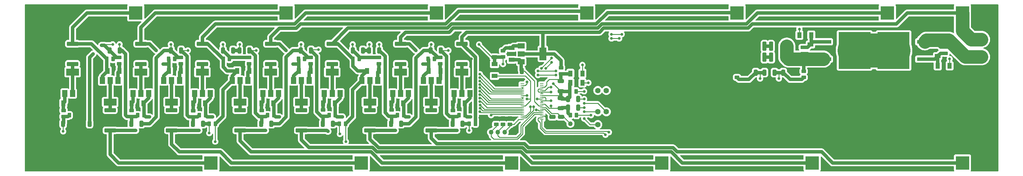
<source format=gbr>
%TF.GenerationSoftware,KiCad,Pcbnew,6.0.8-f2edbf62ab~116~ubuntu22.04.1*%
%TF.CreationDate,2022-10-14T18:08:29+02:00*%
%TF.ProjectId,bms,626d732e-6b69-4636-9164-5f7063625858,rev?*%
%TF.SameCoordinates,Original*%
%TF.FileFunction,Copper,L1,Top*%
%TF.FilePolarity,Positive*%
%FSLAX46Y46*%
G04 Gerber Fmt 4.6, Leading zero omitted, Abs format (unit mm)*
G04 Created by KiCad (PCBNEW 6.0.8-f2edbf62ab~116~ubuntu22.04.1) date 2022-10-14 18:08:29*
%MOMM*%
%LPD*%
G01*
G04 APERTURE LIST*
G04 Aperture macros list*
%AMRoundRect*
0 Rectangle with rounded corners*
0 $1 Rounding radius*
0 $2 $3 $4 $5 $6 $7 $8 $9 X,Y pos of 4 corners*
0 Add a 4 corners polygon primitive as box body*
4,1,4,$2,$3,$4,$5,$6,$7,$8,$9,$2,$3,0*
0 Add four circle primitives for the rounded corners*
1,1,$1+$1,$2,$3*
1,1,$1+$1,$4,$5*
1,1,$1+$1,$6,$7*
1,1,$1+$1,$8,$9*
0 Add four rect primitives between the rounded corners*
20,1,$1+$1,$2,$3,$4,$5,0*
20,1,$1+$1,$4,$5,$6,$7,0*
20,1,$1+$1,$6,$7,$8,$9,0*
20,1,$1+$1,$8,$9,$2,$3,0*%
G04 Aperture macros list end*
%TA.AperFunction,SMDPad,CuDef*%
%ADD10R,4.600000X1.100000*%
%TD*%
%TA.AperFunction,SMDPad,CuDef*%
%ADD11R,9.400000X10.800000*%
%TD*%
%TA.AperFunction,SMDPad,CuDef*%
%ADD12R,1.300000X1.700000*%
%TD*%
%TA.AperFunction,SMDPad,CuDef*%
%ADD13R,1.700000X1.300000*%
%TD*%
%TA.AperFunction,SMDPad,CuDef*%
%ADD14R,4.000000X4.000000*%
%TD*%
%TA.AperFunction,ComponentPad*%
%ADD15C,0.800000*%
%TD*%
%TA.AperFunction,ComponentPad*%
%ADD16C,6.400000*%
%TD*%
%TA.AperFunction,SMDPad,CuDef*%
%ADD17R,1.500000X2.000000*%
%TD*%
%TA.AperFunction,SMDPad,CuDef*%
%ADD18R,3.800000X2.000000*%
%TD*%
%TA.AperFunction,SMDPad,CuDef*%
%ADD19RoundRect,0.250000X0.325000X0.650000X-0.325000X0.650000X-0.325000X-0.650000X0.325000X-0.650000X0*%
%TD*%
%TA.AperFunction,SMDPad,CuDef*%
%ADD20RoundRect,0.250000X-0.262500X-0.450000X0.262500X-0.450000X0.262500X0.450000X-0.262500X0.450000X0*%
%TD*%
%TA.AperFunction,SMDPad,CuDef*%
%ADD21RoundRect,0.250000X-0.450000X0.262500X-0.450000X-0.262500X0.450000X-0.262500X0.450000X0.262500X0*%
%TD*%
%TA.AperFunction,SMDPad,CuDef*%
%ADD22RoundRect,0.250000X-1.425000X0.362500X-1.425000X-0.362500X1.425000X-0.362500X1.425000X0.362500X0*%
%TD*%
%TA.AperFunction,SMDPad,CuDef*%
%ADD23RoundRect,0.250000X0.650000X-0.325000X0.650000X0.325000X-0.650000X0.325000X-0.650000X-0.325000X0*%
%TD*%
%TA.AperFunction,ComponentPad*%
%ADD24R,1.350000X1.350000*%
%TD*%
%TA.AperFunction,ComponentPad*%
%ADD25O,1.350000X1.350000*%
%TD*%
%TA.AperFunction,SMDPad,CuDef*%
%ADD26RoundRect,0.250000X-0.362500X-1.075000X0.362500X-1.075000X0.362500X1.075000X-0.362500X1.075000X0*%
%TD*%
%TA.AperFunction,ComponentPad*%
%ADD27C,1.600000*%
%TD*%
%TA.AperFunction,SMDPad,CuDef*%
%ADD28RoundRect,0.250000X-0.650000X0.325000X-0.650000X-0.325000X0.650000X-0.325000X0.650000X0.325000X0*%
%TD*%
%TA.AperFunction,SMDPad,CuDef*%
%ADD29RoundRect,0.250000X0.262500X0.450000X-0.262500X0.450000X-0.262500X-0.450000X0.262500X-0.450000X0*%
%TD*%
%TA.AperFunction,SMDPad,CuDef*%
%ADD30RoundRect,0.250000X1.425000X-0.362500X1.425000X0.362500X-1.425000X0.362500X-1.425000X-0.362500X0*%
%TD*%
%TA.AperFunction,SMDPad,CuDef*%
%ADD31RoundRect,0.250000X0.450000X-0.262500X0.450000X0.262500X-0.450000X0.262500X-0.450000X-0.262500X0*%
%TD*%
%TA.AperFunction,SMDPad,CuDef*%
%ADD32R,2.000000X1.500000*%
%TD*%
%TA.AperFunction,SMDPad,CuDef*%
%ADD33R,2.000000X3.800000*%
%TD*%
%TA.AperFunction,ComponentPad*%
%ADD34RoundRect,0.250000X-1.550000X0.650000X-1.550000X-0.650000X1.550000X-0.650000X1.550000X0.650000X0*%
%TD*%
%TA.AperFunction,ComponentPad*%
%ADD35O,3.600000X1.800000*%
%TD*%
%TA.AperFunction,SMDPad,CuDef*%
%ADD36R,1.100000X0.285000*%
%TD*%
%TA.AperFunction,SMDPad,CuDef*%
%ADD37RoundRect,0.250000X-0.325000X-0.650000X0.325000X-0.650000X0.325000X0.650000X-0.325000X0.650000X0*%
%TD*%
%TA.AperFunction,ViaPad*%
%ADD38C,0.800000*%
%TD*%
%TA.AperFunction,Conductor*%
%ADD39C,4.000000*%
%TD*%
%TA.AperFunction,Conductor*%
%ADD40C,0.250000*%
%TD*%
%TA.AperFunction,Conductor*%
%ADD41C,1.000000*%
%TD*%
%TA.AperFunction,Conductor*%
%ADD42C,10.000000*%
%TD*%
G04 APERTURE END LIST*
D10*
%TO.P,Q15,1,G*%
%TO.N,Net-(D18-Pad1)*%
X363975000Y-116552500D03*
D11*
%TO.P,Q15,2,D*%
%TO.N,Net-(Q14-Pad2)*%
X354825000Y-114012500D03*
D10*
%TO.P,Q15,3,S*%
%TO.N,/Batt-*%
X363975000Y-111472500D03*
%TD*%
%TO.P,Q14,1,G*%
%TO.N,Net-(D16-Pad1)*%
X334275000Y-111460000D03*
D11*
%TO.P,Q14,2,D*%
%TO.N,Net-(Q14-Pad2)*%
X343425000Y-114000000D03*
D10*
%TO.P,Q14,3,S*%
%TO.N,Net-(D16-Pad2)*%
X334275000Y-116540000D03*
%TD*%
D12*
%TO.P,D21,1,K*%
%TO.N,Net-(C25-Pad2)*%
X260250000Y-120750000D03*
%TO.P,D21,2,A*%
%TO.N,Net-(C1-Pad1)*%
X263750000Y-120750000D03*
%TD*%
D13*
%TO.P,D20,1,K*%
%TO.N,Net-(D20-Pad1)*%
X243000000Y-113250000D03*
%TO.P,D20,2,A*%
%TO.N,Net-(C24-Pad2)*%
X243000000Y-116750000D03*
%TD*%
%TO.P,D19,1,K*%
%TO.N,Net-(D18-Pad1)*%
X367750000Y-115662500D03*
%TO.P,D19,2,A*%
%TO.N,/Batt-*%
X367750000Y-112162500D03*
%TD*%
D12*
%TO.P,D18,1,K*%
%TO.N,Net-(D18-Pad1)*%
X367750000Y-118500000D03*
%TO.P,D18,2,A*%
%TO.N,Net-(D18-Pad2)*%
X371250000Y-118500000D03*
%TD*%
%TO.P,D17,1,K*%
%TO.N,Net-(D16-Pad1)*%
X330750000Y-109500000D03*
%TO.P,D17,2,A*%
%TO.N,Net-(D17-Pad2)*%
X327250000Y-109500000D03*
%TD*%
D13*
%TO.P,D16,1,K*%
%TO.N,Net-(D16-Pad1)*%
X330500000Y-112250000D03*
%TO.P,D16,2,A*%
%TO.N,Net-(D16-Pad2)*%
X330500000Y-115750000D03*
%TD*%
%TO.P,D15,1,K*%
%TO.N,VC5x*%
X238000000Y-118000000D03*
%TO.P,D15,2,A*%
%TO.N,Net-(C7-Pad1)*%
X238000000Y-121500000D03*
%TD*%
D12*
%TO.P,D14,1,K*%
%TO.N,VC10x*%
X260250000Y-123500000D03*
%TO.P,D14,2,A*%
%TO.N,Net-(C4-Pad1)*%
X263750000Y-123500000D03*
%TD*%
%TO.P,D13,1,K*%
%TO.N,Net-(D13-Pad1)*%
X225800000Y-129500000D03*
%TO.P,D13,2,A*%
%TO.N,Net-(Batt12-Pad1)*%
X229300000Y-129500000D03*
%TD*%
%TO.P,D12,1,K*%
%TO.N,Net-(D12-Pad1)*%
X222200000Y-120000000D03*
%TO.P,D12,2,A*%
%TO.N,Net-(Batt11-Pad1)*%
X218700000Y-120000000D03*
%TD*%
%TO.P,D11,1,K*%
%TO.N,Net-(D11-Pad1)*%
X207800000Y-129500000D03*
%TO.P,D11,2,A*%
%TO.N,Net-(Batt10-Pad1)*%
X211300000Y-129500000D03*
%TD*%
%TO.P,D10,1,K*%
%TO.N,Net-(D10-Pad1)*%
X204200000Y-120000000D03*
%TO.P,D10,2,A*%
%TO.N,B*%
X200700000Y-120000000D03*
%TD*%
%TO.P,D9,1,K*%
%TO.N,Net-(D9-Pad1)*%
X187800000Y-129500000D03*
%TO.P,D9,2,A*%
%TO.N,Net-(Batt8-Pad1)*%
X191300000Y-129500000D03*
%TD*%
%TO.P,D8,1,K*%
%TO.N,Net-(D8-Pad1)*%
X184200000Y-120000000D03*
%TO.P,D8,2,A*%
%TO.N,Net-(Batt7-Pad1)*%
X180700000Y-120000000D03*
%TD*%
%TO.P,D7,1,K*%
%TO.N,Net-(D7-Pad1)*%
X169800000Y-129500000D03*
%TO.P,D7,2,A*%
%TO.N,Net-(Batt6-Pad1)*%
X173300000Y-129500000D03*
%TD*%
%TO.P,D6,1,K*%
%TO.N,Net-(D6-Pad1)*%
X166200000Y-120000000D03*
%TO.P,D6,2,A*%
%TO.N,A*%
X162700000Y-120000000D03*
%TD*%
%TO.P,D5,1,K*%
%TO.N,Net-(D5-Pad1)*%
X149800000Y-129500000D03*
%TO.P,D5,2,A*%
%TO.N,Net-(Batt4-Pad1)*%
X153300000Y-129500000D03*
%TD*%
%TO.P,D4,1,K*%
%TO.N,Net-(D4-Pad1)*%
X146200000Y-120000000D03*
%TO.P,D4,2,A*%
%TO.N,Net-(Batt3-Pad1)*%
X142700000Y-120000000D03*
%TD*%
%TO.P,D3,1,K*%
%TO.N,Net-(D3-Pad1)*%
X131750000Y-129500000D03*
%TO.P,D3,2,A*%
%TO.N,Net-(Batt2-Pad1)*%
X135250000Y-129500000D03*
%TD*%
%TO.P,D2,1,K*%
%TO.N,Net-(D2-Pad1)*%
X128250000Y-120000000D03*
%TO.P,D2,2,A*%
%TO.N,Net-(Batt1-Pad1)*%
X124750000Y-120000000D03*
%TD*%
%TO.P,D1,1,K*%
%TO.N,Net-(D1-Pad1)*%
X111800000Y-129500000D03*
%TO.P,D1,2,A*%
%TO.N,GND*%
X115300000Y-129500000D03*
%TD*%
D14*
%TO.P,BattPos1,1,1*%
%TO.N,/Batt+*%
X375000000Y-103000000D03*
%TD*%
%TO.P,BattNeg1,1,1*%
%TO.N,GND*%
X111000000Y-147000000D03*
%TD*%
%TO.P,Batt12,1,1*%
%TO.N,Net-(Batt12-Pad1)*%
X375000000Y-147000000D03*
%TD*%
%TO.P,Batt11,1,1*%
%TO.N,Net-(Batt11-Pad1)*%
X353000000Y-103000000D03*
%TD*%
%TO.P,Batt10,1,1*%
%TO.N,Net-(Batt10-Pad1)*%
X331000000Y-147000000D03*
%TD*%
%TO.P,Batt9,1,1*%
%TO.N,B*%
X309000000Y-103000000D03*
%TD*%
%TO.P,Batt8,1,1*%
%TO.N,Net-(Batt8-Pad1)*%
X287000000Y-147000000D03*
%TD*%
%TO.P,Batt7,1,1*%
%TO.N,Net-(Batt7-Pad1)*%
X265000000Y-103000000D03*
%TD*%
%TO.P,Batt6,1,1*%
%TO.N,Net-(Batt6-Pad1)*%
X243000000Y-147000000D03*
%TD*%
%TO.P,Batt5,1,1*%
%TO.N,A*%
X221000000Y-103000000D03*
%TD*%
%TO.P,Batt4,1,1*%
%TO.N,Net-(Batt4-Pad1)*%
X199000000Y-147000000D03*
%TD*%
%TO.P,Batt3,1,1*%
%TO.N,Net-(Batt3-Pad1)*%
X177000000Y-103000000D03*
%TD*%
%TO.P,Batt2,1,1*%
%TO.N,Net-(Batt2-Pad1)*%
X155000000Y-147000000D03*
%TD*%
%TO.P,Batt1,1,1*%
%TO.N,Net-(Batt1-Pad1)*%
X133000000Y-103000000D03*
%TD*%
D15*
%TO.P,H4,1,1*%
%TO.N,GND*%
X382000000Y-101600000D03*
X383697056Y-105697056D03*
X383697056Y-102302944D03*
X384400000Y-104000000D03*
D16*
X382000000Y-104000000D03*
D15*
X382000000Y-106400000D03*
X380302944Y-102302944D03*
X380302944Y-105697056D03*
X379600000Y-104000000D03*
%TD*%
%TO.P,H3,1,1*%
%TO.N,GND*%
X382000000Y-143600000D03*
X383697056Y-147697056D03*
X383697056Y-144302944D03*
X384400000Y-146000000D03*
D16*
X382000000Y-146000000D03*
D15*
X382000000Y-148400000D03*
X380302944Y-144302944D03*
X380302944Y-147697056D03*
X379600000Y-146000000D03*
%TD*%
%TO.P,H2,1,1*%
%TO.N,GND*%
X104000000Y-101600000D03*
X105697056Y-105697056D03*
X105697056Y-102302944D03*
X106400000Y-104000000D03*
D16*
X104000000Y-104000000D03*
D15*
X104000000Y-106400000D03*
X102302944Y-102302944D03*
X102302944Y-105697056D03*
X101600000Y-104000000D03*
%TD*%
%TO.P,H1,1,1*%
%TO.N,GND*%
X104000000Y-143600000D03*
X105697056Y-147697056D03*
X105697056Y-144302944D03*
X106400000Y-146000000D03*
D16*
X104000000Y-146000000D03*
D15*
X104000000Y-148400000D03*
X102302944Y-144302944D03*
X102302944Y-147697056D03*
X101600000Y-146000000D03*
%TD*%
D17*
%TO.P,Q12,1,G*%
%TO.N,Net-(D12-Pad1)*%
X221800000Y-122850000D03*
%TO.P,Q12,2,D*%
%TO.N,Net-(Q12-Pad2)*%
X219500000Y-122850000D03*
D18*
X219500000Y-129150000D03*
D17*
%TO.P,Q12,3,S*%
%TO.N,Net-(Batt11-Pad1)*%
X217200000Y-122850000D03*
%TD*%
D19*
%TO.P,C3,1*%
%TO.N,Net-(C2-Pad2)*%
X210675000Y-135500000D03*
%TO.P,C3,2*%
%TO.N,Net-(C11-Pad1)*%
X207725000Y-135500000D03*
%TD*%
%TO.P,C18,1*%
%TO.N,Net-(C18-Pad1)*%
X319975000Y-120500000D03*
%TO.P,C18,2*%
%TO.N,Net-(C17-Pad2)*%
X317025000Y-120500000D03*
%TD*%
%TO.P,C21,1*%
%TO.N,Net-(C21-Pad1)*%
X262475000Y-128264113D03*
%TO.P,C21,2*%
%TO.N,VC10x*%
X259525000Y-128264113D03*
%TD*%
%TO.P,C11,1*%
%TO.N,Net-(C11-Pad1)*%
X204275000Y-114000000D03*
%TO.P,C11,2*%
%TO.N,VC10x*%
X201325000Y-114000000D03*
%TD*%
D20*
%TO.P,R36,1*%
%TO.N,Net-(Batt3-Pad1)*%
X142587500Y-116500000D03*
%TO.P,R36,2*%
%TO.N,Net-(C8-Pad2)*%
X144412500Y-116500000D03*
%TD*%
D21*
%TO.P,R24,1*%
%TO.N,Net-(D9-Pad1)*%
X187850000Y-131500000D03*
%TO.P,R24,2*%
%TO.N,Net-(C4-Pad2)*%
X187850000Y-133325000D03*
%TD*%
D22*
%TO.P,R11,1*%
%TO.N,Net-(Batt11-Pad1)*%
X210500000Y-112037500D03*
%TO.P,R11,2*%
%TO.N,Net-(Q11-Pad2)*%
X210500000Y-117962500D03*
%TD*%
D23*
%TO.P,C26,1*%
%TO.N,VC5x*%
X257459039Y-130975000D03*
%TO.P,C26,2*%
%TO.N,VC10x*%
X257459039Y-128025000D03*
%TD*%
D17*
%TO.P,Q11,1,G*%
%TO.N,Net-(D11-Pad1)*%
X208200000Y-126650000D03*
D18*
%TO.P,Q11,2,D*%
%TO.N,Net-(Q11-Pad2)*%
X210500000Y-120350000D03*
D17*
X210500000Y-126650000D03*
%TO.P,Q11,3,S*%
%TO.N,Net-(Batt10-Pad1)*%
X212800000Y-126650000D03*
%TD*%
D21*
%TO.P,R51,1*%
%TO.N,GND*%
X238500000Y-133837500D03*
%TO.P,R51,2*%
%TO.N,/SDA*%
X238500000Y-135662500D03*
%TD*%
D24*
%TO.P,Comm1,1,Pin_1*%
%TO.N,GND*%
X243000000Y-138000000D03*
D25*
%TO.P,Comm1,2,Pin_2*%
%TO.N,/ALERT*%
X241000000Y-138000000D03*
%TO.P,Comm1,3,Pin_3*%
%TO.N,/SCL*%
X239000000Y-138000000D03*
%TO.P,Comm1,4,Pin_4*%
%TO.N,/SDA*%
X237000000Y-138000000D03*
%TD*%
D21*
%TO.P,R33,1*%
%TO.N,Net-(D5-Pad1)*%
X149850000Y-131675000D03*
%TO.P,R33,2*%
%TO.N,Net-(C7-Pad2)*%
X149850000Y-133500000D03*
%TD*%
D26*
%TO.P,RSense3,1*%
%TO.N,Net-(RSense1-Pad2)*%
X318937500Y-112750000D03*
%TO.P,RSense3,2*%
%TO.N,Net-(D16-Pad2)*%
X323562500Y-112750000D03*
%TD*%
D19*
%TO.P,C5,1*%
%TO.N,Net-(C4-Pad2)*%
X184275000Y-114000000D03*
%TO.P,C5,2*%
%TO.N,Net-(C5-Pad2)*%
X181325000Y-114000000D03*
%TD*%
%TO.P,C4,1*%
%TO.N,Net-(C4-Pad1)*%
X190675000Y-135500000D03*
%TO.P,C4,2*%
%TO.N,Net-(C4-Pad2)*%
X187725000Y-135500000D03*
%TD*%
D27*
%TO.P,TH10K1,1*%
%TO.N,Net-(TH10K1-Pad1)*%
X268250000Y-125750000D03*
%TO.P,TH10K1,2*%
%TO.N,VC10x*%
X270750000Y-125750000D03*
%TD*%
D26*
%TO.P,RSense1,1*%
%TO.N,GND*%
X312437500Y-112750000D03*
%TO.P,RSense1,2*%
%TO.N,Net-(RSense1-Pad2)*%
X317062500Y-112750000D03*
%TD*%
D19*
%TO.P,C24,1*%
%TO.N,GND*%
X248975000Y-120000000D03*
%TO.P,C24,2*%
%TO.N,Net-(C24-Pad2)*%
X246025000Y-120000000D03*
%TD*%
D22*
%TO.P,R13,1*%
%TO.N,/Batt+*%
X228500000Y-112037500D03*
%TO.P,R13,2*%
%TO.N,Net-(Q13-Pad2)*%
X228500000Y-117962500D03*
%TD*%
D19*
%TO.P,C1,1*%
%TO.N,Net-(C1-Pad1)*%
X228675000Y-135500000D03*
%TO.P,C1,2*%
%TO.N,Net-(C1-Pad2)*%
X225725000Y-135500000D03*
%TD*%
D22*
%TO.P,R1,1*%
%TO.N,Net-(Batt1-Pad1)*%
X114500000Y-112037500D03*
%TO.P,R1,2*%
%TO.N,Net-(Q1-Pad2)*%
X114500000Y-117962500D03*
%TD*%
D19*
%TO.P,C10,1*%
%TO.N,Net-(C10-Pad1)*%
X128275000Y-114000000D03*
%TO.P,C10,2*%
%TO.N,Net-(C10-Pad2)*%
X125325000Y-114000000D03*
%TD*%
%TO.P,C12,1*%
%TO.N,VC10x*%
X199475000Y-114000000D03*
%TO.P,C12,2*%
%TO.N,Net-(C12-Pad2)*%
X196525000Y-114000000D03*
%TD*%
D28*
%TO.P,C27,1*%
%TO.N,GND*%
X238000000Y-113025000D03*
%TO.P,C27,2*%
%TO.N,VC5x*%
X238000000Y-115975000D03*
%TD*%
D17*
%TO.P,Q5,1,G*%
%TO.N,Net-(D5-Pad1)*%
X150200000Y-126650000D03*
%TO.P,Q5,2,D*%
%TO.N,Net-(Q5-Pad2)*%
X152500000Y-126650000D03*
D18*
X152500000Y-120350000D03*
D17*
%TO.P,Q5,3,S*%
%TO.N,Net-(Batt4-Pad1)*%
X154800000Y-126650000D03*
%TD*%
D26*
%TO.P,RSense4,1*%
%TO.N,Net-(RSense2-Pad2)*%
X319000000Y-116000000D03*
%TO.P,RSense4,2*%
%TO.N,Net-(D16-Pad2)*%
X323625000Y-116000000D03*
%TD*%
D22*
%TO.P,R7,1*%
%TO.N,Net-(Batt7-Pad1)*%
X172500000Y-112037500D03*
%TO.P,R7,2*%
%TO.N,Net-(Q7-Pad2)*%
X172500000Y-117962500D03*
%TD*%
%TO.P,R5,1*%
%TO.N,A*%
X152500000Y-112037500D03*
%TO.P,R5,2*%
%TO.N,Net-(Q5-Pad2)*%
X152500000Y-117962500D03*
%TD*%
D19*
%TO.P,C20,1*%
%TO.N,GND*%
X325475000Y-120500000D03*
%TO.P,C20,2*%
%TO.N,Net-(C18-Pad1)*%
X322525000Y-120500000D03*
%TD*%
D29*
%TO.P,R23,1*%
%TO.N,B*%
X194412500Y-135500000D03*
%TO.P,R23,2*%
%TO.N,Net-(C4-Pad1)*%
X192587500Y-135500000D03*
%TD*%
%TO.P,R32,1*%
%TO.N,A*%
X156325000Y-135500000D03*
%TO.P,R32,2*%
%TO.N,Net-(C7-Pad1)*%
X154500000Y-135500000D03*
%TD*%
D30*
%TO.P,R6,1*%
%TO.N,Net-(Batt6-Pad1)*%
X163500000Y-137462500D03*
%TO.P,R6,2*%
%TO.N,Net-(Q6-Pad2)*%
X163500000Y-131537500D03*
%TD*%
D24*
%TO.P,MCUPower1,1,Pin_1*%
%TO.N,GND*%
X262250000Y-135500000D03*
D25*
%TO.P,MCUPower1,2,Pin_2*%
%TO.N,/MCU+*%
X260250000Y-135500000D03*
%TD*%
D19*
%TO.P,C2,1*%
%TO.N,Net-(C1-Pad2)*%
X222275000Y-114000000D03*
%TO.P,C2,2*%
%TO.N,Net-(C2-Pad2)*%
X219325000Y-114000000D03*
%TD*%
D21*
%TO.P,R43,1*%
%TO.N,GND*%
X309000000Y-120087500D03*
%TO.P,R43,2*%
%TO.N,Net-(C17-Pad2)*%
X309000000Y-121912500D03*
%TD*%
D19*
%TO.P,C9,1*%
%TO.N,Net-(C8-Pad2)*%
X134625000Y-135500000D03*
%TO.P,C9,2*%
%TO.N,Net-(C10-Pad1)*%
X131675000Y-135500000D03*
%TD*%
D21*
%TO.P,R28,1*%
%TO.N,Net-(D7-Pad1)*%
X169850000Y-131587500D03*
%TO.P,R28,2*%
%TO.N,Net-(C13-Pad1)*%
X169850000Y-133412500D03*
%TD*%
D31*
%TO.P,R47,2*%
%TO.N,Net-(D20-Pad1)*%
X240500000Y-114087500D03*
%TO.P,R47,1*%
%TO.N,VC5x*%
X240500000Y-115912500D03*
%TD*%
D17*
%TO.P,Q2,1,G*%
%TO.N,Net-(D2-Pad1)*%
X127800000Y-122850000D03*
%TO.P,Q2,2,D*%
%TO.N,Net-(Q2-Pad2)*%
X125500000Y-122850000D03*
D18*
X125500000Y-129150000D03*
D17*
%TO.P,Q2,3,S*%
%TO.N,Net-(Batt1-Pad1)*%
X123200000Y-122850000D03*
%TD*%
D20*
%TO.P,R18,1*%
%TO.N,Net-(Batt11-Pad1)*%
X218587500Y-116500000D03*
%TO.P,R18,2*%
%TO.N,Net-(C2-Pad2)*%
X220412500Y-116500000D03*
%TD*%
D19*
%TO.P,C6,1*%
%TO.N,Net-(C5-Pad2)*%
X172675000Y-135500000D03*
%TO.P,C6,2*%
%TO.N,Net-(C13-Pad1)*%
X169725000Y-135500000D03*
%TD*%
D21*
%TO.P,R50,1*%
%TO.N,GND*%
X240500000Y-133837500D03*
%TO.P,R50,2*%
%TO.N,/SCL*%
X240500000Y-135662500D03*
%TD*%
D23*
%TO.P,C25,1*%
%TO.N,VC10x*%
X257459039Y-125975000D03*
%TO.P,C25,2*%
%TO.N,Net-(C25-Pad2)*%
X257459039Y-123025000D03*
%TD*%
D20*
%TO.P,R27,1*%
%TO.N,Net-(Batt7-Pad1)*%
X180587500Y-116500000D03*
%TO.P,R27,2*%
%TO.N,Net-(C5-Pad2)*%
X182412500Y-116500000D03*
%TD*%
D21*
%TO.P,R19,1*%
%TO.N,Net-(D11-Pad1)*%
X207850000Y-131500000D03*
%TO.P,R19,2*%
%TO.N,Net-(C11-Pad1)*%
X207850000Y-133325000D03*
%TD*%
D17*
%TO.P,Q9,1,G*%
%TO.N,Net-(D9-Pad1)*%
X188200000Y-126650000D03*
D18*
%TO.P,Q9,2,D*%
%TO.N,Net-(Q9-Pad2)*%
X190500000Y-120350000D03*
D17*
X190500000Y-126650000D03*
%TO.P,Q9,3,S*%
%TO.N,Net-(Batt8-Pad1)*%
X192800000Y-126650000D03*
%TD*%
D21*
%TO.P,R15,1*%
%TO.N,Net-(D13-Pad1)*%
X225850000Y-131587500D03*
%TO.P,R15,2*%
%TO.N,Net-(C1-Pad2)*%
X225850000Y-133412500D03*
%TD*%
D29*
%TO.P,R53,1*%
%TO.N,B*%
X261912500Y-126000000D03*
%TO.P,R53,2*%
%TO.N,VC10x*%
X260087500Y-126000000D03*
%TD*%
D31*
%TO.P,R45,1*%
%TO.N,Net-(D16-Pad2)*%
X328250000Y-114912500D03*
%TO.P,R45,2*%
%TO.N,Net-(D16-Pad1)*%
X328250000Y-113087500D03*
%TD*%
D29*
%TO.P,R14,1*%
%TO.N,/Batt+*%
X232412500Y-135500000D03*
%TO.P,R14,2*%
%TO.N,Net-(C1-Pad1)*%
X230587500Y-135500000D03*
%TD*%
D22*
%TO.P,R9,1*%
%TO.N,B*%
X190500000Y-112037500D03*
%TO.P,R9,2*%
%TO.N,Net-(Q9-Pad2)*%
X190500000Y-117962500D03*
%TD*%
D21*
%TO.P,R46,1*%
%TO.N,/Batt-*%
X370000000Y-113000000D03*
%TO.P,R46,2*%
%TO.N,Net-(D18-Pad1)*%
X370000000Y-114825000D03*
%TD*%
D19*
%TO.P,C13,1*%
%TO.N,Net-(C13-Pad1)*%
X166275000Y-114000000D03*
%TO.P,C13,2*%
%TO.N,VC5x*%
X163325000Y-114000000D03*
%TD*%
D17*
%TO.P,Q3,1,G*%
%TO.N,Net-(D3-Pad1)*%
X132200000Y-126650000D03*
D18*
%TO.P,Q3,2,D*%
%TO.N,Net-(Q3-Pad2)*%
X134500000Y-120350000D03*
D17*
X134500000Y-126650000D03*
%TO.P,Q3,3,S*%
%TO.N,Net-(Batt2-Pad1)*%
X136800000Y-126650000D03*
%TD*%
%TO.P,Q6,1,G*%
%TO.N,Net-(D6-Pad1)*%
X165800000Y-122850000D03*
%TO.P,Q6,2,D*%
%TO.N,Net-(Q6-Pad2)*%
X163500000Y-122850000D03*
D18*
X163500000Y-129150000D03*
D17*
%TO.P,Q6,3,S*%
%TO.N,A*%
X161200000Y-122850000D03*
%TD*%
D30*
%TO.P,R4,1*%
%TO.N,Net-(Batt4-Pad1)*%
X143500000Y-137462500D03*
%TO.P,R4,2*%
%TO.N,Net-(Q4-Pad2)*%
X143500000Y-131537500D03*
%TD*%
D31*
%TO.P,R17,1*%
%TO.N,Net-(D12-Pad1)*%
X222150000Y-117912500D03*
%TO.P,R17,2*%
%TO.N,Net-(C2-Pad2)*%
X222150000Y-116087500D03*
%TD*%
D29*
%TO.P,R29,1*%
%TO.N,Net-(Batt6-Pad1)*%
X173412500Y-133000000D03*
%TO.P,R29,2*%
%TO.N,Net-(C13-Pad1)*%
X171587500Y-133000000D03*
%TD*%
D32*
%TO.P,Q16,1,G*%
%TO.N,Net-(D20-Pad1)*%
X245850000Y-112700000D03*
%TO.P,Q16,2,D*%
%TO.N,/Batt+*%
X245850000Y-115000000D03*
D33*
X252150000Y-115000000D03*
D32*
%TO.P,Q16,3,S*%
%TO.N,Net-(C24-Pad2)*%
X245850000Y-117300000D03*
%TD*%
D20*
%TO.P,R22,1*%
%TO.N,B*%
X196587500Y-116500000D03*
%TO.P,R22,2*%
%TO.N,Net-(C12-Pad2)*%
X198412500Y-116500000D03*
%TD*%
D26*
%TO.P,RSense2,1*%
%TO.N,GND*%
X312437500Y-116000000D03*
%TO.P,RSense2,2*%
%TO.N,Net-(RSense2-Pad2)*%
X317062500Y-116000000D03*
%TD*%
D22*
%TO.P,R3,1*%
%TO.N,Net-(Batt3-Pad1)*%
X134500000Y-112037500D03*
%TO.P,R3,2*%
%TO.N,Net-(Q3-Pad2)*%
X134500000Y-117962500D03*
%TD*%
D34*
%TO.P,Battery1,1,Pin_1*%
%TO.N,/Batt+*%
X380557500Y-110777500D03*
D35*
%TO.P,Battery1,2,Pin_2*%
%TO.N,/Batt-*%
X380557500Y-115857500D03*
%TD*%
D20*
%TO.P,R40,1*%
%TO.N,Net-(Batt1-Pad1)*%
X124507500Y-116500000D03*
%TO.P,R40,2*%
%TO.N,Net-(C10-Pad2)*%
X126332500Y-116500000D03*
%TD*%
D29*
%TO.P,R34,1*%
%TO.N,Net-(Batt4-Pad1)*%
X153412500Y-133000000D03*
%TO.P,R34,2*%
%TO.N,Net-(C7-Pad2)*%
X151587500Y-133000000D03*
%TD*%
D19*
%TO.P,C16,1*%
%TO.N,GND*%
X114675000Y-135500000D03*
%TO.P,C16,2*%
%TO.N,Net-(C16-Pad2)*%
X111725000Y-135500000D03*
%TD*%
D31*
%TO.P,R21,1*%
%TO.N,Net-(D10-Pad1)*%
X204150000Y-117912500D03*
%TO.P,R21,2*%
%TO.N,Net-(C12-Pad2)*%
X204150000Y-116087500D03*
%TD*%
%TO.P,R35,1*%
%TO.N,Net-(D4-Pad1)*%
X146150000Y-117912500D03*
%TO.P,R35,2*%
%TO.N,Net-(C8-Pad2)*%
X146150000Y-116087500D03*
%TD*%
%TO.P,R30,1*%
%TO.N,Net-(D6-Pad1)*%
X166150000Y-117912500D03*
%TO.P,R30,2*%
%TO.N,Net-(C14-Pad2)*%
X166150000Y-116087500D03*
%TD*%
D21*
%TO.P,R44,1*%
%TO.N,Net-(D16-Pad2)*%
X328500000Y-120087500D03*
%TO.P,R44,2*%
%TO.N,Net-(C18-Pad1)*%
X328500000Y-121912500D03*
%TD*%
D23*
%TO.P,C19,1*%
%TO.N,GND*%
X257500000Y-136475000D03*
%TO.P,C19,2*%
%TO.N,/MCU+*%
X257500000Y-133525000D03*
%TD*%
D17*
%TO.P,Q7,1,G*%
%TO.N,Net-(D7-Pad1)*%
X170200000Y-126650000D03*
D18*
%TO.P,Q7,2,D*%
%TO.N,Net-(Q7-Pad2)*%
X172500000Y-120350000D03*
D17*
X172500000Y-126650000D03*
%TO.P,Q7,3,S*%
%TO.N,Net-(Batt6-Pad1)*%
X174800000Y-126650000D03*
%TD*%
D21*
%TO.P,R49,1*%
%TO.N,GND*%
X242500000Y-133837500D03*
%TO.P,R49,2*%
%TO.N,/ALERT*%
X242500000Y-135662500D03*
%TD*%
D19*
%TO.P,C15,1*%
%TO.N,Net-(C10-Pad2)*%
X119475000Y-135500000D03*
%TO.P,C15,2*%
%TO.N,GND*%
X116525000Y-135500000D03*
%TD*%
D17*
%TO.P,Q8,1,G*%
%TO.N,Net-(D8-Pad1)*%
X183800000Y-122850000D03*
%TO.P,Q8,2,D*%
%TO.N,Net-(Q8-Pad2)*%
X181500000Y-122850000D03*
D18*
X181500000Y-129150000D03*
D17*
%TO.P,Q8,3,S*%
%TO.N,Net-(Batt7-Pad1)*%
X179200000Y-122850000D03*
%TD*%
D27*
%TO.P,TH10K3,1*%
%TO.N,Net-(TH10K3-Pad1)*%
X268250000Y-135750000D03*
%TO.P,TH10K3,2*%
%TO.N,GND*%
X270750000Y-135750000D03*
%TD*%
D29*
%TO.P,R20,1*%
%TO.N,Net-(Batt10-Pad1)*%
X211412500Y-133000000D03*
%TO.P,R20,2*%
%TO.N,Net-(C11-Pad1)*%
X209587500Y-133000000D03*
%TD*%
D31*
%TO.P,R48,1*%
%TO.N,Net-(C25-Pad2)*%
X257500000Y-120912500D03*
%TO.P,R48,2*%
%TO.N,/Batt+*%
X257500000Y-119087500D03*
%TD*%
D29*
%TO.P,R52,1*%
%TO.N,A*%
X262000000Y-133000000D03*
%TO.P,R52,2*%
%TO.N,VC5x*%
X260175000Y-133000000D03*
%TD*%
D17*
%TO.P,Q4,1,G*%
%TO.N,Net-(D4-Pad1)*%
X145800000Y-122850000D03*
D18*
%TO.P,Q4,2,D*%
%TO.N,Net-(Q4-Pad2)*%
X143500000Y-129150000D03*
D17*
X143500000Y-122850000D03*
%TO.P,Q4,3,S*%
%TO.N,Net-(Batt3-Pad1)*%
X141200000Y-122850000D03*
%TD*%
D31*
%TO.P,R39,1*%
%TO.N,Net-(D2-Pad1)*%
X128150000Y-117912500D03*
%TO.P,R39,2*%
%TO.N,Net-(C10-Pad2)*%
X128150000Y-116087500D03*
%TD*%
D30*
%TO.P,R2,1*%
%TO.N,Net-(Batt2-Pad1)*%
X125500000Y-137462500D03*
%TO.P,R2,2*%
%TO.N,Net-(Q2-Pad2)*%
X125500000Y-131537500D03*
%TD*%
D17*
%TO.P,Q13,1,G*%
%TO.N,Net-(D13-Pad1)*%
X226200000Y-126650000D03*
D18*
%TO.P,Q13,2,D*%
%TO.N,Net-(Q13-Pad2)*%
X228500000Y-120350000D03*
D17*
X228500000Y-126650000D03*
%TO.P,Q13,3,S*%
%TO.N,Net-(Batt12-Pad1)*%
X230800000Y-126650000D03*
%TD*%
D20*
%TO.P,R31,1*%
%TO.N,A*%
X158587500Y-116500000D03*
%TO.P,R31,2*%
%TO.N,Net-(C14-Pad2)*%
X160412500Y-116500000D03*
%TD*%
D31*
%TO.P,R26,1*%
%TO.N,Net-(D8-Pad1)*%
X184150000Y-117912500D03*
%TO.P,R26,2*%
%TO.N,Net-(C5-Pad2)*%
X184150000Y-116087500D03*
%TD*%
D29*
%TO.P,R25,1*%
%TO.N,Net-(Batt8-Pad1)*%
X191412500Y-133000000D03*
%TO.P,R25,2*%
%TO.N,Net-(C4-Pad2)*%
X189587500Y-133000000D03*
%TD*%
D19*
%TO.P,C8,1*%
%TO.N,Net-(C7-Pad2)*%
X146275000Y-114000000D03*
%TO.P,C8,2*%
%TO.N,Net-(C8-Pad2)*%
X143325000Y-114000000D03*
%TD*%
D29*
%TO.P,R38,1*%
%TO.N,Net-(Batt2-Pad1)*%
X135412500Y-133000000D03*
%TO.P,R38,2*%
%TO.N,Net-(C10-Pad1)*%
X133587500Y-133000000D03*
%TD*%
D36*
%TO.P,U1,1,DSG*%
%TO.N,Net-(D18-Pad2)*%
X251850000Y-134250000D03*
%TO.P,U1,2,CHG*%
%TO.N,Net-(D17-Pad2)*%
X251850000Y-133750000D03*
%TO.P,U1,3,VSS*%
%TO.N,GND*%
X251850000Y-133250000D03*
%TO.P,U1,4,SDA*%
%TO.N,/SDA*%
X251850000Y-132750000D03*
%TO.P,U1,5,SCL*%
%TO.N,/SCL*%
X251850000Y-132250000D03*
%TO.P,U1,6,TS1*%
%TO.N,Net-(TH10K3-Pad1)*%
X251850000Y-131750000D03*
%TO.P,U1,7,CAP1*%
%TO.N,Net-(C23-Pad1)*%
X251850000Y-131250000D03*
%TO.P,U1,8,REGOUT*%
%TO.N,/MCU+*%
X251850000Y-130750000D03*
%TO.P,U1,9,REGSRC*%
%TO.N,Net-(C24-Pad2)*%
X251850000Y-130250000D03*
%TO.P,U1,10,VC5X*%
%TO.N,VC5x*%
X251850000Y-129750000D03*
%TO.P,U1,11,NC(CAP2)*%
%TO.N,Net-(C22-Pad1)*%
X251850000Y-129250000D03*
%TO.P,U1,12,NC(CAP2)*%
X251850000Y-128750000D03*
%TO.P,U1,13,TS2*%
%TO.N,Net-(TH10K2-Pad1)*%
X251850000Y-128250000D03*
%TO.P,U1,14,CAP2*%
%TO.N,Net-(C22-Pad1)*%
X251850000Y-127750000D03*
%TO.P,U1,15,VC10X*%
%TO.N,VC10x*%
X251850000Y-127250000D03*
%TO.P,U1,16,NC(CAP3)*%
%TO.N,Net-(C21-Pad1)*%
X251850000Y-126750000D03*
%TO.P,U1,17,NC(CAP3)*%
X251850000Y-126250000D03*
%TO.P,U1,18,TS3*%
%TO.N,Net-(TH10K1-Pad1)*%
X251850000Y-125750000D03*
%TO.P,U1,19,CAP3*%
%TO.N,Net-(C21-Pad1)*%
X251850000Y-125250000D03*
%TO.P,U1,20,BAT*%
%TO.N,Net-(C25-Pad2)*%
X251850000Y-124750000D03*
%TO.P,U1,21,NC*%
%TO.N,unconnected-(U1-Pad21)*%
X251850000Y-124250000D03*
%TO.P,U1,22,NC*%
%TO.N,unconnected-(U1-Pad22)*%
X251850000Y-123750000D03*
%TO.P,U1,23,NC*%
%TO.N,unconnected-(U1-Pad23)*%
X246150000Y-123750000D03*
%TO.P,U1,24,VC15*%
%TO.N,Net-(C1-Pad1)*%
X246150000Y-124250000D03*
%TO.P,U1,25,VC14*%
%TO.N,Net-(C1-Pad2)*%
X246150000Y-124750000D03*
%TO.P,U1,26,VC13*%
X246150000Y-125250000D03*
%TO.P,U1,27,VC12*%
%TO.N,Net-(C2-Pad2)*%
X246150000Y-125750000D03*
%TO.P,U1,28,VC11*%
%TO.N,Net-(C11-Pad1)*%
X246150000Y-126250000D03*
%TO.P,U1,29,VC10B*%
%TO.N,Net-(C12-Pad2)*%
X246150000Y-126750000D03*
%TO.P,U1,30,VC10*%
%TO.N,Net-(C4-Pad1)*%
X246150000Y-127250000D03*
%TO.P,U1,31,VC9*%
%TO.N,Net-(C4-Pad2)*%
X246150000Y-127750000D03*
%TO.P,U1,32,VC8*%
X246150000Y-128250000D03*
%TO.P,U1,33,VC7*%
%TO.N,Net-(C5-Pad2)*%
X246150000Y-128750000D03*
%TO.P,U1,34,VC6*%
%TO.N,Net-(C13-Pad1)*%
X246150000Y-129250000D03*
%TO.P,U1,35,VC5B*%
%TO.N,Net-(C14-Pad2)*%
X246150000Y-129750000D03*
%TO.P,U1,36,VC5*%
%TO.N,Net-(C7-Pad1)*%
X246150000Y-130250000D03*
%TO.P,U1,37,VC4*%
%TO.N,Net-(C7-Pad2)*%
X246150000Y-130750000D03*
%TO.P,U1,38,VC3*%
%TO.N,Net-(C8-Pad2)*%
X246150000Y-131250000D03*
%TO.P,U1,39,VC2*%
%TO.N,Net-(C10-Pad1)*%
X246150000Y-131750000D03*
%TO.P,U1,40,VC1*%
%TO.N,Net-(C10-Pad2)*%
X246150000Y-132250000D03*
%TO.P,U1,41,VC0*%
%TO.N,Net-(C16-Pad2)*%
X246150000Y-132750000D03*
%TO.P,U1,42,SRP*%
%TO.N,Net-(C17-Pad2)*%
X246150000Y-133250000D03*
%TO.P,U1,43,SRN*%
%TO.N,Net-(C18-Pad1)*%
X246150000Y-133750000D03*
%TO.P,U1,44,ALERT*%
%TO.N,/ALERT*%
X246150000Y-134250000D03*
%TD*%
D19*
%TO.P,C22,1*%
%TO.N,Net-(C22-Pad1)*%
X262475000Y-130764113D03*
%TO.P,C22,2*%
%TO.N,VC5x*%
X259525000Y-130764113D03*
%TD*%
%TO.P,C7,1*%
%TO.N,Net-(C7-Pad1)*%
X152675000Y-135500000D03*
%TO.P,C7,2*%
%TO.N,Net-(C7-Pad2)*%
X149725000Y-135500000D03*
%TD*%
D29*
%TO.P,R16,1*%
%TO.N,Net-(Batt12-Pad1)*%
X229412500Y-133000000D03*
%TO.P,R16,2*%
%TO.N,Net-(C1-Pad2)*%
X227587500Y-133000000D03*
%TD*%
D27*
%TO.P,TH10K2,1*%
%TO.N,Net-(TH10K2-Pad1)*%
X268250000Y-132000000D03*
%TO.P,TH10K2,2*%
%TO.N,VC5x*%
X270750000Y-132000000D03*
%TD*%
D19*
%TO.P,C14,1*%
%TO.N,VC5x*%
X161475000Y-114000000D03*
%TO.P,C14,2*%
%TO.N,Net-(C14-Pad2)*%
X158525000Y-114000000D03*
%TD*%
D30*
%TO.P,R12,1*%
%TO.N,Net-(Batt12-Pad1)*%
X219500000Y-137462500D03*
%TO.P,R12,2*%
%TO.N,Net-(Q12-Pad2)*%
X219500000Y-131537500D03*
%TD*%
D37*
%TO.P,C17,1*%
%TO.N,GND*%
X311525000Y-120500000D03*
%TO.P,C17,2*%
%TO.N,Net-(C17-Pad2)*%
X314475000Y-120500000D03*
%TD*%
D28*
%TO.P,C23,1*%
%TO.N,Net-(C23-Pad1)*%
X255000000Y-133525000D03*
%TO.P,C23,2*%
%TO.N,GND*%
X255000000Y-136475000D03*
%TD*%
D17*
%TO.P,Q1,1,G*%
%TO.N,Net-(D1-Pad1)*%
X112200000Y-126650000D03*
D18*
%TO.P,Q1,2,D*%
%TO.N,Net-(Q1-Pad2)*%
X114500000Y-120350000D03*
D17*
X114500000Y-126650000D03*
%TO.P,Q1,3,S*%
%TO.N,GND*%
X116800000Y-126650000D03*
%TD*%
D29*
%TO.P,R42,1*%
%TO.N,GND*%
X115412500Y-133000000D03*
%TO.P,R42,2*%
%TO.N,Net-(C16-Pad2)*%
X113587500Y-133000000D03*
%TD*%
D30*
%TO.P,R10,1*%
%TO.N,Net-(Batt10-Pad1)*%
X201500000Y-137462500D03*
%TO.P,R10,2*%
%TO.N,Net-(Q10-Pad2)*%
X201500000Y-131537500D03*
%TD*%
%TO.P,R8,1*%
%TO.N,Net-(Batt8-Pad1)*%
X181500000Y-137462500D03*
%TO.P,R8,2*%
%TO.N,Net-(Q8-Pad2)*%
X181500000Y-131537500D03*
%TD*%
D21*
%TO.P,R37,1*%
%TO.N,Net-(D3-Pad1)*%
X131800000Y-131587500D03*
%TO.P,R37,2*%
%TO.N,Net-(C10-Pad1)*%
X131800000Y-133412500D03*
%TD*%
%TO.P,R41,1*%
%TO.N,Net-(D1-Pad1)*%
X111850000Y-131587500D03*
%TO.P,R41,2*%
%TO.N,Net-(C16-Pad2)*%
X111850000Y-133412500D03*
%TD*%
D17*
%TO.P,Q10,1,G*%
%TO.N,Net-(D10-Pad1)*%
X203800000Y-122850000D03*
D18*
%TO.P,Q10,2,D*%
%TO.N,Net-(Q10-Pad2)*%
X201500000Y-129150000D03*
D17*
X201500000Y-122850000D03*
%TO.P,Q10,3,S*%
%TO.N,B*%
X199200000Y-122850000D03*
%TD*%
D38*
%TO.N,GND*%
X270500000Y-119000000D03*
X270500000Y-117000000D03*
X270500000Y-115000000D03*
X266500000Y-115000000D03*
X262500000Y-115000000D03*
X270500000Y-113000000D03*
X266500000Y-113000000D03*
X140500000Y-136000000D03*
X160500000Y-136000000D03*
X281000000Y-125000000D03*
X264000000Y-136000000D03*
X362000000Y-122000000D03*
X307000000Y-116000000D03*
X175250000Y-130750000D03*
X281000000Y-140000000D03*
X158000000Y-123500000D03*
X279000000Y-134000000D03*
X371000000Y-122000000D03*
X199750000Y-126000000D03*
X247750000Y-137800000D03*
X164000000Y-109000000D03*
X286000000Y-131000000D03*
X338000000Y-122000000D03*
X198250000Y-132000000D03*
X304000000Y-118000000D03*
X356800000Y-101600000D03*
X112750000Y-123500000D03*
X318500000Y-108750000D03*
X304000000Y-111000000D03*
X262000000Y-120750000D03*
X310000000Y-111000000D03*
X191250000Y-138000000D03*
X190000000Y-109200000D03*
X284000000Y-140000000D03*
X369000000Y-106000000D03*
X114500000Y-115000000D03*
X347000000Y-124000000D03*
X275000000Y-145400000D03*
X281000000Y-134000000D03*
X314250000Y-116000000D03*
X203250000Y-126000000D03*
X195750000Y-121000000D03*
X281000000Y-131000000D03*
X320000000Y-145400000D03*
X255600000Y-111200000D03*
X227550000Y-129500000D03*
X284000000Y-137000000D03*
X161750000Y-126000000D03*
X139800000Y-109200000D03*
X279000000Y-128000000D03*
X240250000Y-120000000D03*
X187400000Y-112200000D03*
X181500000Y-134500000D03*
X235250000Y-139250000D03*
X122500000Y-131750000D03*
X183600000Y-109200000D03*
X310000000Y-118000000D03*
X203000000Y-148000000D03*
X281000000Y-128000000D03*
X128500000Y-131750000D03*
X194800000Y-112200000D03*
X233750000Y-133750000D03*
X243250000Y-123500000D03*
X111500000Y-105000000D03*
X216500000Y-132000000D03*
X335000000Y-148000000D03*
X231000000Y-130800000D03*
X350000000Y-122000000D03*
X143500000Y-134500000D03*
X130000000Y-145000000D03*
X225000000Y-102000000D03*
X146500000Y-132000000D03*
X150000000Y-105600000D03*
X175000000Y-145400000D03*
X314250000Y-112750000D03*
X170000000Y-109000000D03*
X344000000Y-124000000D03*
X286000000Y-134000000D03*
X286000000Y-140000000D03*
X227250000Y-109500000D03*
X198500000Y-136000000D03*
X284000000Y-128000000D03*
X156000000Y-130750000D03*
X151550000Y-129500000D03*
X119600000Y-145000000D03*
X377000000Y-124000000D03*
X171550000Y-129500000D03*
X217750000Y-126000000D03*
X116500000Y-123500000D03*
X353000000Y-124000000D03*
X225500000Y-117750000D03*
X119800000Y-109200000D03*
X250000000Y-104200000D03*
X368000000Y-122000000D03*
X178500000Y-136000000D03*
X201500000Y-134500000D03*
X129200000Y-109200000D03*
X240000000Y-104200000D03*
X249000000Y-111200000D03*
X136250000Y-123500000D03*
X215000000Y-104600000D03*
X244500000Y-136750000D03*
X356000000Y-122000000D03*
X129200000Y-105600000D03*
X189550000Y-129500000D03*
X335000000Y-122000000D03*
X192250000Y-123500000D03*
X206400000Y-109500000D03*
X188750000Y-123500000D03*
X345000000Y-104600000D03*
X338000000Y-124000000D03*
X126500000Y-120000000D03*
X165250000Y-126000000D03*
X105000000Y-135000000D03*
X179750000Y-126000000D03*
X105000000Y-125000000D03*
X235000000Y-145400000D03*
X353000000Y-122000000D03*
X244000000Y-134000000D03*
X201000000Y-109500000D03*
X272000000Y-104500000D03*
X231250000Y-116500000D03*
X140500000Y-132000000D03*
X269000000Y-102000000D03*
X209550000Y-129500000D03*
X178500000Y-132000000D03*
X250000000Y-137800000D03*
X166500000Y-132000000D03*
X341000000Y-122000000D03*
X157600000Y-109000000D03*
X356000000Y-124000000D03*
X183250000Y-126000000D03*
X130000000Y-141750000D03*
X260000000Y-104200000D03*
X195750000Y-123500000D03*
X154250000Y-123500000D03*
X216500000Y-136000000D03*
X150000000Y-109200000D03*
X137000000Y-102000000D03*
X359000000Y-124000000D03*
X150750000Y-123500000D03*
X284000000Y-134000000D03*
X377000000Y-122000000D03*
X131750000Y-115000000D03*
X195000000Y-104600000D03*
X158000000Y-121000000D03*
X249000000Y-116750000D03*
X360000000Y-106000000D03*
X122500000Y-136000000D03*
X313000000Y-102000000D03*
X133500000Y-129500000D03*
X310000000Y-112700000D03*
X374000000Y-122000000D03*
X243000000Y-115000000D03*
X105000000Y-115000000D03*
X125500000Y-134500000D03*
X119800000Y-105600000D03*
X222500000Y-132000000D03*
X137250000Y-130750000D03*
X208750000Y-123500000D03*
X140000000Y-145000000D03*
X185000000Y-104600000D03*
X286000000Y-137000000D03*
X127500000Y-126000000D03*
X310000000Y-116000000D03*
X335000000Y-124000000D03*
X341000000Y-124000000D03*
X140000000Y-141750000D03*
X184500000Y-132000000D03*
X310000000Y-145400000D03*
X371000000Y-124000000D03*
X177000000Y-109200000D03*
X291000000Y-148000000D03*
X172500000Y-114500000D03*
X347000000Y-122000000D03*
X174250000Y-123500000D03*
X284000000Y-125000000D03*
X123750000Y-126000000D03*
X145250000Y-126000000D03*
X365000000Y-122000000D03*
X213250000Y-130750000D03*
X212250000Y-123500000D03*
X243250000Y-120000000D03*
X374000000Y-124000000D03*
X279000000Y-131000000D03*
X181000000Y-102000000D03*
X224500000Y-112000000D03*
X219500000Y-134500000D03*
X132750000Y-123500000D03*
X139800000Y-105600000D03*
X235000000Y-116500000D03*
X235000000Y-111200000D03*
X255000000Y-145400000D03*
X167750000Y-112250000D03*
X279000000Y-125000000D03*
X195800000Y-109500000D03*
X300000000Y-145400000D03*
X281000000Y-137000000D03*
X365000000Y-123965818D03*
X134500000Y-115000000D03*
X359000000Y-122000000D03*
X262500000Y-113000000D03*
X165000000Y-145400000D03*
X144450000Y-120000000D03*
X163500000Y-134500000D03*
X362000000Y-123965818D03*
X286000000Y-128000000D03*
X335000000Y-104600000D03*
X235000000Y-118750000D03*
X286000000Y-125000000D03*
X141750000Y-126000000D03*
X221250000Y-126000000D03*
X265000000Y-145400000D03*
X344000000Y-122000000D03*
X205000000Y-104600000D03*
X307000000Y-112700000D03*
X284000000Y-131000000D03*
X240250000Y-123500000D03*
X185000000Y-145400000D03*
X368000000Y-123965818D03*
X307000000Y-118000000D03*
X307000000Y-111000000D03*
X204500000Y-132000000D03*
X247000000Y-148000000D03*
X230000000Y-104200000D03*
X215000000Y-145400000D03*
X304000000Y-116000000D03*
X279000000Y-137000000D03*
X111500000Y-115000000D03*
X350000000Y-124000000D03*
X253250000Y-136000000D03*
X170750000Y-123500000D03*
X304000000Y-112700000D03*
X194000000Y-130750000D03*
X279000000Y-140000000D03*
X159000000Y-148000000D03*
X160500000Y-132000000D03*
X323750000Y-108750000D03*
X225000000Y-145400000D03*
X164450000Y-120000000D03*
%TO.N,Net-(Batt2-Pad1)*%
X137000000Y-133500000D03*
X133000000Y-137500000D03*
%TO.N,Net-(Batt3-Pad1)*%
X139000000Y-114000000D03*
X141000000Y-118000000D03*
%TO.N,Net-(Batt4-Pad1)*%
X151500000Y-137500000D03*
X155500000Y-133500000D03*
%TO.N,A*%
X266250000Y-133000000D03*
X156250000Y-140750000D03*
%TO.N,Net-(Batt6-Pad1)*%
X171000000Y-137500000D03*
X175000000Y-133500000D03*
%TO.N,Net-(Batt7-Pad1)*%
X179000000Y-118000000D03*
X177000000Y-114000000D03*
%TO.N,Net-(Batt8-Pad1)*%
X189250000Y-137750000D03*
X193500000Y-133500000D03*
%TO.N,B*%
X264250000Y-126000000D03*
X194500000Y-140750000D03*
%TO.N,Net-(Batt10-Pad1)*%
X209000000Y-137500000D03*
X213000000Y-133500000D03*
%TO.N,Net-(Batt11-Pad1)*%
X215000000Y-114000000D03*
X217000000Y-118000000D03*
%TO.N,Net-(Batt12-Pad1)*%
X227000000Y-137500000D03*
X231000000Y-133500000D03*
%TO.N,Net-(C1-Pad1)*%
X250750000Y-120000000D03*
X256000000Y-120000000D03*
X230600000Y-137500000D03*
X263750000Y-118250000D03*
X247500000Y-123250000D03*
%TO.N,Net-(C1-Pad2)*%
X233750501Y-120975903D03*
X224500000Y-114000000D03*
%TO.N,Net-(C2-Pad2)*%
X219500000Y-112250000D03*
X233750518Y-121975919D03*
%TO.N,Net-(C11-Pad1)*%
X204250000Y-112224500D03*
X233750551Y-122975952D03*
%TO.N,Net-(C4-Pad1)*%
X250750000Y-121250000D03*
X192750000Y-138500000D03*
X265500000Y-123500000D03*
X256000000Y-121250000D03*
X247500000Y-127250000D03*
%TO.N,Net-(C4-Pad2)*%
X233750757Y-124976159D03*
X186500000Y-113750000D03*
%TO.N,Net-(C5-Pad2)*%
X181400000Y-112200000D03*
X233751041Y-125976443D03*
%TO.N,Net-(C13-Pad1)*%
X168250000Y-114000000D03*
X233751620Y-126977022D03*
%TO.N,Net-(C7-Pad1)*%
X247512548Y-128262051D03*
X154500000Y-138250000D03*
%TO.N,Net-(C7-Pad2)*%
X148250000Y-114000000D03*
X233755151Y-128980553D03*
%TO.N,Net-(C8-Pad2)*%
X143250000Y-112200000D03*
X233768325Y-129991277D03*
%TO.N,Net-(C10-Pad1)*%
X128250000Y-112200000D03*
X233765374Y-130990775D03*
%TO.N,Net-(C10-Pad2)*%
X123000000Y-112500000D03*
X120500000Y-115000000D03*
X126250000Y-112200000D03*
X233750000Y-132000000D03*
%TO.N,VC10x*%
X201400000Y-112200000D03*
X255250000Y-123750000D03*
%TO.N,Net-(C12-Pad2)*%
X196500000Y-112200000D03*
X233750619Y-123976020D03*
%TO.N,VC5x*%
X233500000Y-112250000D03*
X264250000Y-129500000D03*
X240500000Y-118000000D03*
X254500000Y-130250000D03*
X163400000Y-112200000D03*
%TO.N,Net-(C14-Pad2)*%
X233752800Y-127978201D03*
X158500000Y-112200000D03*
%TO.N,Net-(C16-Pad2)*%
X237000000Y-133000000D03*
X111750000Y-137750000D03*
%TO.N,Net-(C17-Pad2)*%
X251750000Y-119250000D03*
X254750000Y-116250000D03*
X272250000Y-109250000D03*
X315750000Y-122250000D03*
X275250000Y-109250000D03*
X248500000Y-130500000D03*
%TO.N,Net-(C18-Pad1)*%
X274500000Y-110500000D03*
X254750000Y-117500000D03*
X321250000Y-122250000D03*
X249500000Y-130500000D03*
X253000000Y-119250000D03*
X272250000Y-110500000D03*
%TO.N,Net-(C21-Pad1)*%
X254500000Y-126250000D03*
X264250000Y-128250000D03*
%TO.N,Net-(C22-Pad1)*%
X264250000Y-130750000D03*
X254500000Y-128750000D03*
%TO.N,Net-(D17-Pad2)*%
X270500000Y-138750000D03*
X327250000Y-107750000D03*
%TO.N,Net-(D18-Pad2)*%
X271500000Y-138000000D03*
X371250000Y-116500000D03*
%TO.N,Net-(TH10K1-Pad1)*%
X254500000Y-124750000D03*
%TO.N,Net-(TH10K2-Pad1)*%
X250500000Y-128250000D03*
X264250000Y-132000000D03*
%TO.N,Net-(TH10K3-Pad1)*%
X250250000Y-131500000D03*
X264250000Y-134000000D03*
%TD*%
D39*
%TO.N,/Batt-*%
X363975000Y-111472500D02*
X364447500Y-111000000D01*
X364447500Y-111000000D02*
X371000000Y-111000000D01*
X371000000Y-111000000D02*
X375857500Y-115857500D01*
X375857500Y-115857500D02*
X380557500Y-115857500D01*
%TO.N,/Batt+*%
X380557500Y-110777500D02*
X377527500Y-110777500D01*
X377527500Y-110777500D02*
X375000000Y-108250000D01*
X375000000Y-108250000D02*
X375000000Y-103000000D01*
D40*
%TO.N,Net-(TH10K2-Pad1)*%
X264250000Y-132000000D02*
X268250000Y-132000000D01*
%TO.N,Net-(C8-Pad2)*%
X233768325Y-129991277D02*
X234042823Y-130265775D01*
X234065679Y-130265775D02*
X235049904Y-131250000D01*
X234042823Y-130265775D02*
X234065679Y-130265775D01*
X235049904Y-131250000D02*
X246150000Y-131250000D01*
D41*
%TO.N,/Batt+*%
X358875000Y-103000000D02*
X355625000Y-106250000D01*
X313447056Y-106250000D02*
X312247056Y-107450000D01*
X312247056Y-107450000D02*
X269944112Y-107450000D01*
X269944112Y-107450000D02*
X268744112Y-108650000D01*
X232412500Y-115950000D02*
X228500000Y-112037500D01*
X252150000Y-115000000D02*
X252150000Y-108850000D01*
X252150000Y-115000000D02*
X245850000Y-115000000D01*
X252350000Y-108650000D02*
X229850000Y-108650000D01*
X228500000Y-110000000D02*
X228500000Y-112037500D01*
X355625000Y-106250000D02*
X313447056Y-106250000D01*
X229850000Y-108650000D02*
X228500000Y-110000000D01*
X257500000Y-119087500D02*
X257500000Y-117000000D01*
X232412500Y-135500000D02*
X232412500Y-115950000D01*
X268744112Y-108650000D02*
X252350000Y-108650000D01*
X257500000Y-117000000D02*
X255500000Y-115000000D01*
X375000000Y-103000000D02*
X358875000Y-103000000D01*
X255500000Y-115000000D02*
X252150000Y-115000000D01*
X252150000Y-108850000D02*
X252350000Y-108650000D01*
%TO.N,/Batt-*%
X364665000Y-112162500D02*
X363975000Y-111472500D01*
X370000000Y-113000000D02*
X368587500Y-113000000D01*
X367750000Y-112162500D02*
X364665000Y-112162500D01*
X368587500Y-113000000D02*
X367750000Y-112162500D01*
%TO.N,Net-(Batt1-Pad1)*%
X120045000Y-112037500D02*
X124507500Y-116500000D01*
X133000000Y-103000000D02*
X118750000Y-103000000D01*
X124507500Y-116500000D02*
X124507500Y-119757500D01*
X118750000Y-103000000D02*
X114500000Y-107250000D01*
X114500000Y-112037500D02*
X120045000Y-112037500D01*
X114500000Y-107250000D02*
X114500000Y-112037500D01*
X123200000Y-122850000D02*
X123200000Y-121550000D01*
X123200000Y-121550000D02*
X124750000Y-120000000D01*
X124507500Y-119757500D02*
X124750000Y-120000000D01*
%TO.N,GND*%
X111000000Y-147000000D02*
X114675000Y-143325000D01*
D40*
X240500000Y-133837500D02*
X242500000Y-133837500D01*
X253250000Y-134250000D02*
X253250000Y-133807500D01*
X252692500Y-133250000D02*
X251850000Y-133250000D01*
X244500000Y-136750000D02*
X243250000Y-138000000D01*
D41*
X115412500Y-129612500D02*
X115300000Y-129500000D01*
D40*
X257500000Y-136475000D02*
X255000000Y-136475000D01*
D41*
X115412500Y-133000000D02*
X115412500Y-134762500D01*
X114675000Y-143325000D02*
X114675000Y-135500000D01*
D40*
X243837500Y-133837500D02*
X242500000Y-133837500D01*
X244000000Y-134000000D02*
X243837500Y-133837500D01*
D41*
X115412500Y-134762500D02*
X114675000Y-135500000D01*
X115300000Y-129500000D02*
X116800000Y-128000000D01*
X111000000Y-148000000D02*
X112250000Y-148000000D01*
D40*
X238500000Y-133837500D02*
X240500000Y-133837500D01*
D41*
X116525000Y-135500000D02*
X114675000Y-135500000D01*
D40*
X249000000Y-116750000D02*
X248975000Y-116775000D01*
X253250000Y-133807500D02*
X252692500Y-133250000D01*
X248975000Y-116775000D02*
X248975000Y-120000000D01*
X255000000Y-136000000D02*
X253250000Y-134250000D01*
X255000000Y-136475000D02*
X255000000Y-136000000D01*
D41*
X116800000Y-128000000D02*
X116800000Y-126650000D01*
X115412500Y-133000000D02*
X115412500Y-129612500D01*
D40*
X243250000Y-138000000D02*
X243000000Y-138000000D01*
D41*
%TO.N,Net-(Batt2-Pad1)*%
X125500000Y-144500000D02*
X125500000Y-137462500D01*
X132962500Y-137462500D02*
X125500000Y-137462500D01*
X133000000Y-137500000D02*
X132962500Y-137462500D01*
X128000000Y-147000000D02*
X125500000Y-144500000D01*
X135412500Y-133000000D02*
X135412500Y-129662500D01*
X136800000Y-126650000D02*
X136800000Y-127950000D01*
X155000000Y-147000000D02*
X128000000Y-147000000D01*
X136800000Y-127950000D02*
X135250000Y-129500000D01*
X135912500Y-133500000D02*
X135412500Y-133000000D01*
X135412500Y-129662500D02*
X135250000Y-129500000D01*
X137000000Y-133500000D02*
X135912500Y-133500000D01*
%TO.N,Net-(Batt3-Pad1)*%
X177000000Y-103000000D02*
X138750000Y-103000000D01*
X134500000Y-112037500D02*
X137037500Y-112037500D01*
X142700000Y-117800000D02*
X142700000Y-116612500D01*
X141000000Y-118000000D02*
X142500000Y-118000000D01*
X141200000Y-122850000D02*
X141200000Y-121500000D01*
X137037500Y-112037500D02*
X139000000Y-114000000D01*
X142700000Y-120000000D02*
X142700000Y-117800000D01*
X142700000Y-116612500D02*
X142587500Y-116500000D01*
X134500000Y-107250000D02*
X134500000Y-112037500D01*
X138750000Y-103000000D02*
X134500000Y-107250000D01*
X142500000Y-118000000D02*
X142700000Y-117800000D01*
X141200000Y-121500000D02*
X142700000Y-120000000D01*
%TO.N,Net-(Batt4-Pad1)*%
X145750000Y-143750000D02*
X143500000Y-141500000D01*
X151462500Y-137462500D02*
X143500000Y-137462500D01*
X153412500Y-133000000D02*
X153412500Y-129612500D01*
X157737500Y-143750000D02*
X145750000Y-143750000D01*
X153912500Y-133500000D02*
X153412500Y-133000000D01*
X143500000Y-141500000D02*
X143500000Y-137462500D01*
X153412500Y-129612500D02*
X153300000Y-129500000D01*
X160987500Y-147000000D02*
X157737500Y-143750000D01*
X155500000Y-133500000D02*
X153912500Y-133500000D01*
X154800000Y-126650000D02*
X154800000Y-128000000D01*
X154800000Y-128000000D02*
X153300000Y-129500000D01*
X151500000Y-137500000D02*
X151462500Y-137462500D01*
X199000000Y-147000000D02*
X160987500Y-147000000D01*
%TO.N,A*%
X152500000Y-110100000D02*
X152500000Y-112037500D01*
D40*
X156250000Y-140750000D02*
X156250000Y-135575000D01*
D41*
X182750000Y-103000000D02*
X179500000Y-106250000D01*
X156350000Y-106250000D02*
X152500000Y-110100000D01*
X179500000Y-106250000D02*
X156350000Y-106250000D01*
X158587500Y-118837500D02*
X158587500Y-116500000D01*
X158500000Y-116500000D02*
X158587500Y-116500000D01*
X159750000Y-120000000D02*
X158587500Y-118837500D01*
X161200000Y-121500000D02*
X162700000Y-120000000D01*
X158500000Y-133325000D02*
X158500000Y-125550000D01*
X156325000Y-135500000D02*
X158500000Y-133325000D01*
X221000000Y-103000000D02*
X182750000Y-103000000D01*
X154037500Y-112037500D02*
X158500000Y-116500000D01*
D40*
X262000000Y-133000000D02*
X266250000Y-133000000D01*
D41*
X158500000Y-125550000D02*
X161200000Y-122850000D01*
X161200000Y-122850000D02*
X161200000Y-121500000D01*
X152500000Y-112037500D02*
X154037500Y-112037500D01*
X162700000Y-120000000D02*
X159750000Y-120000000D01*
D40*
X156250000Y-135575000D02*
X156325000Y-135500000D01*
D41*
%TO.N,Net-(Batt6-Pad1)*%
X175000000Y-133500000D02*
X173912500Y-133500000D01*
X205100000Y-147000000D02*
X201850000Y-143750000D01*
X243000000Y-147000000D02*
X205100000Y-147000000D01*
X173412500Y-133000000D02*
X173412500Y-129612500D01*
X201850000Y-143750000D02*
X166750000Y-143750000D01*
X174800000Y-126650000D02*
X174800000Y-128000000D01*
X174800000Y-128000000D02*
X173300000Y-129500000D01*
X166750000Y-143750000D02*
X163500000Y-140500000D01*
X163500000Y-140500000D02*
X163500000Y-137462500D01*
X170962500Y-137462500D02*
X163500000Y-137462500D01*
X171000000Y-137500000D02*
X170962500Y-137462500D01*
X173412500Y-129612500D02*
X173300000Y-129500000D01*
X173912500Y-133500000D02*
X173412500Y-133000000D01*
%TO.N,Net-(Batt7-Pad1)*%
X179947056Y-107500000D02*
X175000000Y-107500000D01*
X172500000Y-112037500D02*
X175037500Y-112037500D01*
X223750000Y-106250000D02*
X181197056Y-106250000D01*
X227500000Y-102500000D02*
X223750000Y-106250000D01*
X180700000Y-116612500D02*
X180587500Y-116500000D01*
X265000000Y-102500000D02*
X227500000Y-102500000D01*
X180400000Y-118000000D02*
X180700000Y-117700000D01*
X181197056Y-106250000D02*
X179947056Y-107500000D01*
X180700000Y-120000000D02*
X180700000Y-117700000D01*
X179000000Y-118000000D02*
X180400000Y-118000000D01*
X172500000Y-110000000D02*
X172500000Y-112037500D01*
X179200000Y-121500000D02*
X180700000Y-120000000D01*
X175000000Y-107500000D02*
X172500000Y-110000000D01*
X179200000Y-122850000D02*
X179200000Y-121500000D01*
X180700000Y-117700000D02*
X180700000Y-116612500D01*
X175037500Y-112037500D02*
X177000000Y-114000000D01*
%TO.N,Net-(Batt8-Pad1)*%
X249000000Y-147000000D02*
X245750000Y-143750000D01*
X191412500Y-133000000D02*
X191412500Y-129612500D01*
X287000000Y-147000000D02*
X249000000Y-147000000D01*
X202297056Y-142500000D02*
X183700000Y-142500000D01*
X189250000Y-137750000D02*
X188962500Y-137462500D01*
X183700000Y-142500000D02*
X181500000Y-140300000D01*
X192800000Y-126650000D02*
X192800000Y-128000000D01*
X191912500Y-133500000D02*
X191412500Y-133000000D01*
X188962500Y-137462500D02*
X181500000Y-137462500D01*
X193500000Y-133500000D02*
X191912500Y-133500000D01*
X245750000Y-143750000D02*
X203547056Y-143750000D01*
X192800000Y-128000000D02*
X191300000Y-129500000D01*
X203547056Y-143750000D02*
X202297056Y-142500000D01*
X181500000Y-140300000D02*
X181500000Y-137462500D01*
X191412500Y-129612500D02*
X191300000Y-129500000D01*
%TO.N,B*%
X190500000Y-112037500D02*
X192125000Y-112037500D01*
X192125000Y-112037500D02*
X196587500Y-116500000D01*
X308900000Y-102900000D02*
X271100000Y-102900000D01*
X199200000Y-122850000D02*
X199200000Y-121500000D01*
D40*
X194412500Y-140662500D02*
X194412500Y-135500000D01*
D41*
X309000000Y-103000000D02*
X308900000Y-102900000D01*
X196500000Y-125550000D02*
X199200000Y-122850000D01*
X271100000Y-102900000D02*
X267750000Y-106250000D01*
X195087500Y-107450000D02*
X190500000Y-112037500D01*
X198000000Y-120000000D02*
X196587500Y-118587500D01*
X196587500Y-118587500D02*
X196587500Y-116500000D01*
X194412500Y-135500000D02*
X196500000Y-133412500D01*
X199200000Y-121500000D02*
X200700000Y-120000000D01*
D40*
X261912500Y-126000000D02*
X264250000Y-126000000D01*
D41*
X225447056Y-106250000D02*
X224247056Y-107450000D01*
X224247056Y-107450000D02*
X195087500Y-107450000D01*
X267750000Y-106250000D02*
X225447056Y-106250000D01*
X196500000Y-133412500D02*
X196500000Y-125550000D01*
X200700000Y-120000000D02*
X198000000Y-120000000D01*
D40*
X194500000Y-140750000D02*
X194412500Y-140662500D01*
D41*
%TO.N,Net-(Batt10-Pad1)*%
X208962500Y-137462500D02*
X201500000Y-137462500D01*
X246247056Y-142550000D02*
X204044112Y-142550000D01*
X202794112Y-141300000D02*
X202737500Y-141300000D01*
X211412500Y-129612500D02*
X211300000Y-129500000D01*
X212800000Y-128000000D02*
X211300000Y-129500000D01*
X202737500Y-141300000D02*
X201500000Y-140062500D01*
X289750000Y-143750000D02*
X247447056Y-143750000D01*
X211412500Y-133000000D02*
X211412500Y-129612500D01*
X204044112Y-142550000D02*
X202794112Y-141300000D01*
X293000000Y-147000000D02*
X289750000Y-143750000D01*
X247447056Y-143750000D02*
X246247056Y-142550000D01*
X213000000Y-133500000D02*
X211912500Y-133500000D01*
X201500000Y-140062500D02*
X201500000Y-137462500D01*
X331000000Y-147000000D02*
X293000000Y-147000000D01*
X212800000Y-126650000D02*
X212800000Y-128000000D01*
X209000000Y-137500000D02*
X208962500Y-137462500D01*
X211912500Y-133500000D02*
X211412500Y-133000000D01*
%TO.N,Net-(Batt11-Pad1)*%
X217200000Y-121500000D02*
X218700000Y-120000000D01*
X217000000Y-118000000D02*
X218500000Y-118000000D01*
X213037500Y-112037500D02*
X215000000Y-114000000D01*
X218500000Y-118000000D02*
X218700000Y-118200000D01*
X210500000Y-110100000D02*
X210500000Y-112037500D01*
X311750000Y-106250000D02*
X269447056Y-106250000D01*
X218700000Y-116612500D02*
X218587500Y-116500000D01*
X217200000Y-122850000D02*
X217200000Y-121500000D01*
X353000000Y-103000000D02*
X315000000Y-103000000D01*
X225944112Y-107450000D02*
X224744112Y-108650000D01*
X269447056Y-106250000D02*
X268247056Y-107450000D01*
X315000000Y-103000000D02*
X311750000Y-106250000D01*
X218700000Y-120000000D02*
X218700000Y-118200000D01*
X210500000Y-112037500D02*
X213037500Y-112037500D01*
X218700000Y-118200000D02*
X218700000Y-116612500D01*
X211950000Y-108650000D02*
X210500000Y-110100000D01*
X268247056Y-107450000D02*
X225944112Y-107450000D01*
X224744112Y-108650000D02*
X211950000Y-108650000D01*
%TO.N,Net-(Batt12-Pad1)*%
X229912500Y-133500000D02*
X229412500Y-133000000D01*
X290247056Y-142550000D02*
X247944112Y-142550000D01*
X229412500Y-133000000D02*
X229412500Y-129612500D01*
X230800000Y-126650000D02*
X230800000Y-128000000D01*
X375000000Y-147000000D02*
X337000000Y-147000000D01*
X229412500Y-129612500D02*
X229300000Y-129500000D01*
X333750000Y-143750000D02*
X291447056Y-143750000D01*
X226962500Y-137462500D02*
X219500000Y-137462500D01*
X247944112Y-142550000D02*
X246744112Y-141350000D01*
X219500000Y-139750000D02*
X219500000Y-137462500D01*
X227000000Y-137500000D02*
X226962500Y-137462500D01*
X231000000Y-133500000D02*
X229912500Y-133500000D01*
X291447056Y-143750000D02*
X290247056Y-142550000D01*
X221100000Y-141350000D02*
X219500000Y-139750000D01*
X337000000Y-147000000D02*
X333750000Y-143750000D01*
X246744112Y-141350000D02*
X221100000Y-141350000D01*
X230800000Y-128000000D02*
X229300000Y-129500000D01*
D40*
%TO.N,Net-(C1-Pad1)*%
X247500000Y-123742500D02*
X246992500Y-124250000D01*
X247500000Y-123250000D02*
X247500000Y-123742500D01*
X230587500Y-135500000D02*
X230587500Y-137487500D01*
X246992500Y-124250000D02*
X246150000Y-124250000D01*
X230587500Y-137487500D02*
X230600000Y-137500000D01*
D41*
X228675000Y-135500000D02*
X230587500Y-135500000D01*
D40*
X250750000Y-120000000D02*
X256000000Y-120000000D01*
X263750000Y-118250000D02*
X263750000Y-120750000D01*
D41*
%TO.N,Net-(C1-Pad2)*%
X227175000Y-133412500D02*
X227587500Y-133000000D01*
X225850000Y-133412500D02*
X225850000Y-135375000D01*
D40*
X238049904Y-125250000D02*
X246150000Y-125250000D01*
X233750501Y-120975903D02*
X234025517Y-121250919D01*
D41*
X224000000Y-115725000D02*
X224000000Y-132500000D01*
X225850000Y-135375000D02*
X225725000Y-135500000D01*
X225850000Y-133412500D02*
X227175000Y-133412500D01*
D40*
X234025517Y-121250919D02*
X234050823Y-121250919D01*
X224500000Y-114000000D02*
X222275000Y-114000000D01*
D41*
X224000000Y-132500000D02*
X224912500Y-133412500D01*
D40*
X246150000Y-124750000D02*
X246150000Y-125250000D01*
D41*
X222275000Y-114000000D02*
X224000000Y-115725000D01*
D40*
X234050823Y-121250919D02*
X238049904Y-125250000D01*
D41*
X224912500Y-133412500D02*
X225850000Y-133412500D01*
%TO.N,Net-(C2-Pad2)*%
X221412500Y-116087500D02*
X219325000Y-114000000D01*
X217250000Y-114000000D02*
X219325000Y-114000000D01*
D40*
X219325000Y-112425000D02*
X219325000Y-114000000D01*
D41*
X220825000Y-116087500D02*
X220412500Y-116500000D01*
X222150000Y-116087500D02*
X220825000Y-116087500D01*
X215000000Y-133500000D02*
X215000000Y-116250000D01*
D40*
X233750518Y-121975919D02*
X234025551Y-122250952D01*
D41*
X210675000Y-135500000D02*
X213000000Y-135500000D01*
D40*
X234050856Y-122250952D02*
X237549904Y-125750000D01*
D41*
X213000000Y-135500000D02*
X215000000Y-133500000D01*
D40*
X237549904Y-125750000D02*
X246150000Y-125750000D01*
X234025551Y-122250952D02*
X234050856Y-122250952D01*
X219500000Y-112250000D02*
X219325000Y-112425000D01*
D41*
X215000000Y-116250000D02*
X217250000Y-114000000D01*
X222150000Y-116087500D02*
X221412500Y-116087500D01*
D40*
%TO.N,Net-(C11-Pad1)*%
X234025619Y-123251020D02*
X234050924Y-123251020D01*
X204250000Y-112224500D02*
X204250000Y-113975000D01*
X237049904Y-126250000D02*
X246150000Y-126250000D01*
X234050924Y-123251020D02*
X237049904Y-126250000D01*
X233750551Y-122975952D02*
X234025619Y-123251020D01*
D41*
X207850000Y-133325000D02*
X207850000Y-135375000D01*
X204275000Y-114000000D02*
X206000000Y-115725000D01*
X209262500Y-133325000D02*
X209587500Y-133000000D01*
X206000000Y-132250000D02*
X207075000Y-133325000D01*
D40*
X204250000Y-113975000D02*
X204275000Y-114000000D01*
D41*
X207850000Y-135375000D02*
X207725000Y-135500000D01*
X207850000Y-133325000D02*
X209262500Y-133325000D01*
X207075000Y-133325000D02*
X207850000Y-133325000D01*
X206000000Y-115725000D02*
X206000000Y-132250000D01*
%TO.N,Net-(C4-Pad1)*%
X190675000Y-135500000D02*
X192587500Y-135500000D01*
D40*
X265500000Y-123500000D02*
X263750000Y-123500000D01*
X192587500Y-138337500D02*
X192587500Y-135500000D01*
X247500000Y-127250000D02*
X246150000Y-127250000D01*
X192750000Y-138500000D02*
X192587500Y-138337500D01*
X250750000Y-121250000D02*
X256000000Y-121250000D01*
%TO.N,Net-(C4-Pad2)*%
X184525000Y-113750000D02*
X184275000Y-114000000D01*
X246150000Y-127750000D02*
X246150000Y-128250000D01*
D41*
X187850000Y-135375000D02*
X187725000Y-135500000D01*
X187850000Y-133325000D02*
X187850000Y-135375000D01*
X187850000Y-133325000D02*
X189262500Y-133325000D01*
D40*
X237049903Y-128250000D02*
X246150000Y-128250000D01*
D41*
X187325000Y-133325000D02*
X187850000Y-133325000D01*
X184275000Y-114000000D02*
X186000000Y-115725000D01*
X186000000Y-132000000D02*
X187325000Y-133325000D01*
D40*
X234026041Y-125251443D02*
X234051346Y-125251443D01*
D41*
X186000000Y-115725000D02*
X186000000Y-132000000D01*
D40*
X233750757Y-124976159D02*
X234026041Y-125251443D01*
D41*
X189262500Y-133325000D02*
X189587500Y-133000000D01*
D40*
X186500000Y-113750000D02*
X184525000Y-113750000D01*
X234051346Y-125251443D02*
X237049903Y-128250000D01*
D41*
%TO.N,Net-(C5-Pad2)*%
X172675000Y-135500000D02*
X175000000Y-135500000D01*
D40*
X234026620Y-126252022D02*
X234051925Y-126252022D01*
X233751041Y-125976443D02*
X234026620Y-126252022D01*
D41*
X177000000Y-133500000D02*
X177000000Y-116000000D01*
D40*
X181325000Y-112275000D02*
X181325000Y-114000000D01*
D41*
X175000000Y-135500000D02*
X177000000Y-133500000D01*
X184150000Y-116087500D02*
X182825000Y-116087500D01*
X179000000Y-114000000D02*
X181325000Y-114000000D01*
X182825000Y-116087500D02*
X182412500Y-116500000D01*
D40*
X236549903Y-128750000D02*
X246150000Y-128750000D01*
D41*
X183412500Y-116087500D02*
X181325000Y-114000000D01*
X184150000Y-116087500D02*
X183412500Y-116087500D01*
D40*
X234051925Y-126252022D02*
X236549903Y-128750000D01*
X181400000Y-112200000D02*
X181325000Y-112275000D01*
D41*
X177000000Y-116000000D02*
X179000000Y-114000000D01*
D40*
%TO.N,Net-(C13-Pad1)*%
X233751620Y-126977022D02*
X233977022Y-126977022D01*
D41*
X168000000Y-115500000D02*
X166500000Y-114000000D01*
X169075000Y-133412500D02*
X168000000Y-132337500D01*
X171175000Y-133412500D02*
X171587500Y-133000000D01*
D40*
X236250000Y-129250000D02*
X246150000Y-129250000D01*
D41*
X169850000Y-133412500D02*
X169075000Y-133412500D01*
X166500000Y-114000000D02*
X166275000Y-114000000D01*
X169850000Y-133412500D02*
X169850000Y-135375000D01*
X169850000Y-133412500D02*
X171175000Y-133412500D01*
D40*
X168250000Y-114000000D02*
X166275000Y-114000000D01*
D41*
X168000000Y-132337500D02*
X168000000Y-115500000D01*
D40*
X233977022Y-126977022D02*
X236250000Y-129250000D01*
D41*
X169850000Y-135375000D02*
X169725000Y-135500000D01*
D40*
%TO.N,Net-(C7-Pad1)*%
X248500000Y-123000000D02*
X247000000Y-121500000D01*
X154500000Y-138250000D02*
X154500000Y-135500000D01*
X248487949Y-128262051D02*
X248500000Y-128250000D01*
X246150000Y-130250000D02*
X246992500Y-130250000D01*
X247000000Y-121500000D02*
X238000000Y-121500000D01*
X248500000Y-128742500D02*
X248500000Y-128250000D01*
X246992500Y-130250000D02*
X248500000Y-128742500D01*
X248500000Y-128250000D02*
X248500000Y-123000000D01*
D41*
X154500000Y-135500000D02*
X152675000Y-135500000D01*
D40*
X247512548Y-128262051D02*
X248487949Y-128262051D01*
D41*
%TO.N,Net-(C7-Pad2)*%
X148000000Y-115725000D02*
X148000000Y-133000000D01*
D40*
X235799903Y-130750000D02*
X246150000Y-130750000D01*
D41*
X148500000Y-133500000D02*
X149850000Y-133500000D01*
D40*
X148250000Y-114000000D02*
X146275000Y-114000000D01*
D41*
X146275000Y-114000000D02*
X148000000Y-115725000D01*
D40*
X233755151Y-128980553D02*
X233793299Y-129018701D01*
D41*
X151087500Y-133500000D02*
X151587500Y-133000000D01*
X149850000Y-133500000D02*
X151087500Y-133500000D01*
X149850000Y-135375000D02*
X149725000Y-135500000D01*
X149850000Y-133500000D02*
X149850000Y-135375000D01*
D40*
X233793299Y-129018701D02*
X234068604Y-129018701D01*
X234068604Y-129018701D02*
X235799903Y-130750000D01*
D41*
X148000000Y-133000000D02*
X148500000Y-133500000D01*
%TO.N,Net-(C8-Pad2)*%
X134625000Y-135500000D02*
X137000000Y-135500000D01*
X139000000Y-133500000D02*
X139000000Y-116250000D01*
X145412500Y-116087500D02*
X143325000Y-114000000D01*
X146150000Y-116087500D02*
X144825000Y-116087500D01*
X144825000Y-116087500D02*
X144412500Y-116500000D01*
D40*
X143250000Y-113925000D02*
X143325000Y-114000000D01*
D41*
X137000000Y-135500000D02*
X139000000Y-133500000D01*
X146150000Y-116087500D02*
X145412500Y-116087500D01*
X139000000Y-116250000D02*
X141250000Y-114000000D01*
X141250000Y-114000000D02*
X143325000Y-114000000D01*
D40*
X143250000Y-112200000D02*
X143250000Y-113925000D01*
D41*
%TO.N,Net-(C10-Pad1)*%
X131800000Y-133412500D02*
X131800000Y-135375000D01*
D40*
X233765374Y-130990775D02*
X234524599Y-131750000D01*
D41*
X130000000Y-133000000D02*
X130412500Y-133412500D01*
X133175000Y-133412500D02*
X133587500Y-133000000D01*
X131800000Y-133412500D02*
X133175000Y-133412500D01*
D40*
X128250000Y-113975000D02*
X128275000Y-114000000D01*
D41*
X129000000Y-114000000D02*
X130000000Y-115000000D01*
X131800000Y-135375000D02*
X131675000Y-135500000D01*
D40*
X128250000Y-112250000D02*
X128250000Y-113975000D01*
D41*
X128275000Y-114000000D02*
X129000000Y-114000000D01*
X130412500Y-133412500D02*
X131800000Y-133412500D01*
X130000000Y-115000000D02*
X130000000Y-133000000D01*
D40*
X234524599Y-131750000D02*
X246150000Y-131750000D01*
D41*
%TO.N,Net-(C10-Pad2)*%
X119475000Y-116025000D02*
X120500000Y-115000000D01*
D40*
X233750000Y-132000000D02*
X234000000Y-132250000D01*
X124125000Y-112200000D02*
X123825000Y-112500000D01*
D41*
X123000000Y-112500000D02*
X123825000Y-112500000D01*
X127412500Y-116087500D02*
X125325000Y-114000000D01*
X128150000Y-116087500D02*
X127412500Y-116087500D01*
D40*
X126250000Y-112200000D02*
X124125000Y-112200000D01*
D41*
X128150000Y-116087500D02*
X126745000Y-116087500D01*
D40*
X234000000Y-132250000D02*
X246150000Y-132250000D01*
D41*
X126745000Y-116087500D02*
X126332500Y-116500000D01*
X123825000Y-112500000D02*
X125325000Y-114000000D01*
X119475000Y-135500000D02*
X119475000Y-116025000D01*
D40*
%TO.N,VC10x*%
X255250000Y-123750000D02*
X255250000Y-123765961D01*
D41*
X259525000Y-128264113D02*
X257698152Y-128264113D01*
X257698152Y-128264113D02*
X257459039Y-128025000D01*
D40*
X201325000Y-112275000D02*
X201325000Y-114000000D01*
X251850000Y-127250000D02*
X256684039Y-127250000D01*
X255250000Y-123765961D02*
X257459039Y-125975000D01*
D41*
X260087500Y-127701613D02*
X259525000Y-128264113D01*
X257484039Y-126000000D02*
X257459039Y-125975000D01*
D40*
X201400000Y-112200000D02*
X201325000Y-112275000D01*
D41*
X260087500Y-123662500D02*
X260250000Y-123500000D01*
X257459039Y-125975000D02*
X257459039Y-128025000D01*
X260087500Y-126000000D02*
X260087500Y-127701613D01*
X199475000Y-114000000D02*
X201325000Y-114000000D01*
X260087500Y-126000000D02*
X257484039Y-126000000D01*
X260087500Y-126000000D02*
X260087500Y-123662500D01*
D40*
X256684039Y-127250000D02*
X257459039Y-128025000D01*
%TO.N,Net-(C12-Pad2)*%
X196500000Y-112200000D02*
X196500000Y-113975000D01*
X233750619Y-123976020D02*
X234025758Y-124251159D01*
X234051062Y-124251159D02*
X236549903Y-126750000D01*
X234025758Y-124251159D02*
X234051062Y-124251159D01*
D41*
X198412500Y-116500000D02*
X198412500Y-115887500D01*
X198825000Y-116087500D02*
X198412500Y-116500000D01*
X198412500Y-115887500D02*
X196525000Y-114000000D01*
X204150000Y-116087500D02*
X198825000Y-116087500D01*
D40*
X196500000Y-113975000D02*
X196525000Y-114000000D01*
X236549903Y-126750000D02*
X246150000Y-126750000D01*
%TO.N,VC5x*%
X254975000Y-130975000D02*
X254475000Y-130975000D01*
X257459039Y-130975000D02*
X254975000Y-130975000D01*
D41*
X259525000Y-132350000D02*
X260175000Y-133000000D01*
X238000000Y-115975000D02*
X238000000Y-118000000D01*
X163325000Y-114000000D02*
X161475000Y-114000000D01*
D40*
X254475000Y-130975000D02*
X253975000Y-130975000D01*
X240500000Y-118000000D02*
X240500000Y-115912500D01*
X254500000Y-130250000D02*
X254500000Y-130950000D01*
D41*
X238000000Y-115975000D02*
X240437500Y-115975000D01*
D40*
X163325000Y-112275000D02*
X163325000Y-114000000D01*
X254500000Y-130950000D02*
X254475000Y-130975000D01*
D41*
X259525000Y-130764113D02*
X257669926Y-130764113D01*
D40*
X253975000Y-130975000D02*
X252750000Y-129750000D01*
X163400000Y-112200000D02*
X163325000Y-112275000D01*
X252750000Y-129750000D02*
X251850000Y-129750000D01*
D41*
X240437500Y-115975000D02*
X240500000Y-115912500D01*
D40*
X268250000Y-129500000D02*
X264250000Y-129500000D01*
D41*
X257669926Y-130764113D02*
X257459039Y-130975000D01*
D40*
X237225000Y-115975000D02*
X233500000Y-112250000D01*
X238000000Y-115975000D02*
X237225000Y-115975000D01*
X270750000Y-132000000D02*
X268250000Y-129500000D01*
D41*
X259525000Y-130764113D02*
X259525000Y-132350000D01*
D40*
%TO.N,Net-(C14-Pad2)*%
X234050201Y-128019368D02*
X235780833Y-129750000D01*
X235780833Y-129750000D02*
X246150000Y-129750000D01*
X158500000Y-113975000D02*
X158525000Y-114000000D01*
D41*
X160825000Y-116087500D02*
X160412500Y-116500000D01*
X158525000Y-114000000D02*
X160412500Y-115887500D01*
X160412500Y-115887500D02*
X160412500Y-116500000D01*
D40*
X158500000Y-112000000D02*
X158500000Y-113975000D01*
D41*
X166150000Y-116087500D02*
X160825000Y-116087500D01*
D40*
X233793967Y-128019368D02*
X234050201Y-128019368D01*
X233752800Y-127978201D02*
X233793967Y-128019368D01*
%TO.N,Net-(C16-Pad2)*%
X246150000Y-132750000D02*
X237250000Y-132750000D01*
X237250000Y-132750000D02*
X237000000Y-133000000D01*
D41*
X111850000Y-135375000D02*
X111725000Y-135500000D01*
X113175000Y-133412500D02*
X113587500Y-133000000D01*
X111850000Y-133412500D02*
X113175000Y-133412500D01*
D40*
X111750000Y-137750000D02*
X111750000Y-135525000D01*
D41*
X111850000Y-133412500D02*
X111850000Y-135375000D01*
D40*
X111750000Y-135525000D02*
X111725000Y-135500000D01*
%TO.N,Net-(C17-Pad2)*%
X272250000Y-109250000D02*
X275250000Y-109250000D01*
X248500000Y-131878896D02*
X247128896Y-133250000D01*
D41*
X309587500Y-122500000D02*
X312475000Y-122500000D01*
X315750000Y-120500000D02*
X314475000Y-120500000D01*
D40*
X254750000Y-116250000D02*
X251750000Y-119250000D01*
D41*
X309000000Y-121912500D02*
X309587500Y-122500000D01*
X312475000Y-122500000D02*
X314475000Y-120500000D01*
X317025000Y-120500000D02*
X315750000Y-120500000D01*
D40*
X315750000Y-122250000D02*
X315750000Y-120500000D01*
X247128896Y-133250000D02*
X246150000Y-133250000D01*
X248500000Y-130500000D02*
X248500000Y-131878896D01*
D41*
%TO.N,Net-(C18-Pad1)*%
X327912500Y-122500000D02*
X324525000Y-122500000D01*
D40*
X272250000Y-110500000D02*
X274500000Y-110500000D01*
D41*
X319975000Y-120500000D02*
X321250000Y-120500000D01*
D40*
X249500000Y-131515292D02*
X247265292Y-133750000D01*
D41*
X321250000Y-120500000D02*
X322525000Y-120500000D01*
D40*
X249500000Y-130500000D02*
X249500000Y-131515292D01*
X254750000Y-117500000D02*
X253000000Y-119250000D01*
D41*
X328500000Y-121912500D02*
X327912500Y-122500000D01*
D40*
X321250000Y-122250000D02*
X321250000Y-120500000D01*
D41*
X324525000Y-122500000D02*
X322525000Y-120500000D01*
D40*
X247265292Y-133750000D02*
X246150000Y-133750000D01*
%TO.N,/MCU+*%
X251850000Y-130750000D02*
X252987500Y-130750000D01*
X256475000Y-132500000D02*
X257500000Y-133525000D01*
X252987500Y-130750000D02*
X254737500Y-132500000D01*
X258275000Y-133525000D02*
X260250000Y-135500000D01*
X257500000Y-133525000D02*
X258275000Y-133525000D01*
X254737500Y-132500000D02*
X256475000Y-132500000D01*
%TO.N,Net-(C21-Pad1)*%
X251850000Y-126250000D02*
X251007500Y-126250000D01*
X264250000Y-128250000D02*
X262489113Y-128250000D01*
X251007500Y-125250000D02*
X251850000Y-125250000D01*
X250750000Y-125507500D02*
X251007500Y-125250000D01*
X251850000Y-126250000D02*
X251850000Y-126750000D01*
X251850000Y-126250000D02*
X254500000Y-126250000D01*
X262489113Y-128250000D02*
X262475000Y-128264113D01*
X251007500Y-126250000D02*
X250750000Y-125992500D01*
X250750000Y-125992500D02*
X250750000Y-125507500D01*
%TO.N,Net-(C22-Pad1)*%
X264250000Y-130750000D02*
X262489113Y-130750000D01*
X251850000Y-127750000D02*
X252750000Y-127750000D01*
X253000000Y-128750000D02*
X253500000Y-128750000D01*
X251850000Y-128750000D02*
X251850000Y-129250000D01*
X251850000Y-128750000D02*
X253000000Y-128750000D01*
X262489113Y-130750000D02*
X262475000Y-130764113D01*
X252750000Y-127750000D02*
X253000000Y-128000000D01*
X253000000Y-128000000D02*
X253000000Y-128750000D01*
X253500000Y-128750000D02*
X254500000Y-128750000D01*
%TO.N,Net-(C23-Pad1)*%
X255000000Y-133525000D02*
X255000000Y-133500000D01*
X255000000Y-133500000D02*
X252750000Y-131250000D01*
X252750000Y-131250000D02*
X251850000Y-131250000D01*
%TO.N,Net-(C24-Pad2)*%
X251007500Y-130250000D02*
X251850000Y-130250000D01*
D41*
X245300000Y-116750000D02*
X245850000Y-117300000D01*
D40*
X249750000Y-128992500D02*
X251007500Y-130250000D01*
D41*
X245850000Y-117300000D02*
X245850000Y-119825000D01*
D40*
X246025000Y-120000000D02*
X246750000Y-120000000D01*
X246750000Y-120000000D02*
X249750000Y-123000000D01*
D41*
X243000000Y-116750000D02*
X245300000Y-116750000D01*
X245850000Y-119825000D02*
X246025000Y-120000000D01*
D40*
X249750000Y-123000000D02*
X249750000Y-128992500D01*
%TO.N,Net-(C25-Pad2)*%
X256934039Y-122500000D02*
X254000000Y-122500000D01*
D41*
X257459039Y-120953461D02*
X257500000Y-120912500D01*
X260087500Y-120912500D02*
X260250000Y-120750000D01*
D40*
X252692500Y-124750000D02*
X251850000Y-124750000D01*
D41*
X257459039Y-123025000D02*
X257459039Y-120953461D01*
D40*
X254000000Y-122500000D02*
X253250000Y-123250000D01*
D41*
X257500000Y-120912500D02*
X260087500Y-120912500D01*
D40*
X257459039Y-123025000D02*
X256934039Y-122500000D01*
X253250000Y-123250000D02*
X253250000Y-124192500D01*
X253250000Y-124192500D02*
X252692500Y-124750000D01*
%TO.N,/ALERT*%
X242500000Y-136250000D02*
X241000000Y-137750000D01*
X242500000Y-135662500D02*
X242500000Y-136250000D01*
X241000000Y-137750000D02*
X241000000Y-138000000D01*
X243662500Y-135662500D02*
X245075000Y-134250000D01*
X242500000Y-135662500D02*
X243662500Y-135662500D01*
X245075000Y-134250000D02*
X246150000Y-134250000D01*
%TO.N,/SCL*%
X245725000Y-138300305D02*
X245725000Y-136025000D01*
X239000000Y-137750000D02*
X239000000Y-138000000D01*
X249500000Y-132250000D02*
X251850000Y-132250000D01*
X239000000Y-138000000D02*
X239000000Y-139000000D01*
X240500000Y-136250000D02*
X239000000Y-137750000D01*
X245725000Y-136025000D02*
X249500000Y-132250000D01*
X240500000Y-135662500D02*
X240500000Y-136250000D01*
X239000000Y-139000000D02*
X239500000Y-139500000D01*
X239500000Y-139500000D02*
X244525305Y-139500000D01*
X244525305Y-139500000D02*
X245725000Y-138300305D01*
%TO.N,/SDA*%
X249750000Y-132750000D02*
X251850000Y-132750000D01*
X238500000Y-135662500D02*
X238500000Y-136250000D01*
X237000000Y-137750000D02*
X237000000Y-138000000D01*
X237000000Y-138000000D02*
X237000000Y-139250000D01*
X238500000Y-136250000D02*
X237000000Y-137750000D01*
X237750000Y-140000000D02*
X244750000Y-140000000D01*
X237000000Y-139250000D02*
X237750000Y-140000000D01*
X244750000Y-140000000D02*
X246250000Y-138500000D01*
X246250000Y-136250000D02*
X249750000Y-132750000D01*
X246250000Y-138500000D02*
X246250000Y-136250000D01*
D41*
%TO.N,Net-(D1-Pad1)*%
X112200000Y-129100000D02*
X111800000Y-129500000D01*
X111800000Y-129500000D02*
X111800000Y-131537500D01*
X111800000Y-131537500D02*
X111850000Y-131587500D01*
X112200000Y-126650000D02*
X112200000Y-129100000D01*
%TO.N,Net-(D2-Pad1)*%
X127800000Y-120450000D02*
X128250000Y-120000000D01*
X128250000Y-118012500D02*
X128150000Y-117912500D01*
X127800000Y-122850000D02*
X127800000Y-120450000D01*
X128250000Y-120000000D02*
X128250000Y-118012500D01*
%TO.N,Net-(D3-Pad1)*%
X131750000Y-129500000D02*
X131750000Y-131537500D01*
X131750000Y-131537500D02*
X131800000Y-131587500D01*
X132200000Y-129050000D02*
X131750000Y-129500000D01*
X132200000Y-126650000D02*
X132200000Y-129050000D01*
%TO.N,Net-(D4-Pad1)*%
X146150000Y-119950000D02*
X146200000Y-120000000D01*
X145800000Y-120400000D02*
X146200000Y-120000000D01*
X145800000Y-122850000D02*
X145800000Y-120400000D01*
X146150000Y-117912500D02*
X146150000Y-119950000D01*
%TO.N,Net-(D5-Pad1)*%
X150200000Y-129100000D02*
X149800000Y-129500000D01*
X149800000Y-129500000D02*
X149800000Y-131625000D01*
X150200000Y-126650000D02*
X150200000Y-129100000D01*
X149800000Y-131625000D02*
X149850000Y-131675000D01*
%TO.N,Net-(D6-Pad1)*%
X166150000Y-117912500D02*
X166150000Y-119950000D01*
X165800000Y-120400000D02*
X166200000Y-120000000D01*
X166150000Y-119950000D02*
X166200000Y-120000000D01*
X165800000Y-122850000D02*
X165800000Y-120400000D01*
%TO.N,Net-(D7-Pad1)*%
X169800000Y-131537500D02*
X169850000Y-131587500D01*
X170200000Y-126650000D02*
X170200000Y-129100000D01*
X170200000Y-129100000D02*
X169800000Y-129500000D01*
X169800000Y-129500000D02*
X169800000Y-131537500D01*
%TO.N,Net-(D8-Pad1)*%
X183800000Y-120400000D02*
X184200000Y-120000000D01*
X183800000Y-122850000D02*
X183800000Y-120400000D01*
X184150000Y-117912500D02*
X184150000Y-119950000D01*
X184150000Y-119950000D02*
X184200000Y-120000000D01*
%TO.N,Net-(D9-Pad1)*%
X188200000Y-126650000D02*
X188200000Y-129100000D01*
X187800000Y-129500000D02*
X187800000Y-131450000D01*
X187800000Y-131450000D02*
X187850000Y-131500000D01*
X188200000Y-129100000D02*
X187800000Y-129500000D01*
%TO.N,Net-(D10-Pad1)*%
X204150000Y-119950000D02*
X204200000Y-120000000D01*
X203800000Y-122850000D02*
X203800000Y-120400000D01*
X203800000Y-120400000D02*
X204200000Y-120000000D01*
X204150000Y-117912500D02*
X204150000Y-119950000D01*
%TO.N,Net-(D13-Pad1)*%
X226200000Y-129100000D02*
X225800000Y-129500000D01*
X225800000Y-129500000D02*
X225800000Y-131537500D01*
X226200000Y-126650000D02*
X226200000Y-129100000D01*
X225800000Y-131537500D02*
X225850000Y-131587500D01*
%TO.N,Net-(D11-Pad1)*%
X208200000Y-129100000D02*
X207800000Y-129500000D01*
X208200000Y-126650000D02*
X208200000Y-129100000D01*
X207800000Y-129500000D02*
X207800000Y-131450000D01*
X207800000Y-131450000D02*
X207850000Y-131500000D01*
%TO.N,Net-(D12-Pad1)*%
X222200000Y-122450000D02*
X221800000Y-122850000D01*
X222200000Y-120000000D02*
X222200000Y-122450000D01*
X222150000Y-119950000D02*
X222200000Y-120000000D01*
X222150000Y-117912500D02*
X222150000Y-119950000D01*
%TO.N,Net-(D16-Pad1)*%
X330750000Y-112000000D02*
X330500000Y-112250000D01*
X334275000Y-111460000D02*
X331290000Y-111460000D01*
X329662500Y-113087500D02*
X330500000Y-112250000D01*
X331290000Y-111460000D02*
X330500000Y-112250000D01*
X328250000Y-113087500D02*
X329662500Y-113087500D01*
X330750000Y-109500000D02*
X330750000Y-112000000D01*
%TO.N,Net-(D16-Pad2)*%
X330500000Y-115750000D02*
X333485000Y-115750000D01*
X329662500Y-114912500D02*
X330500000Y-115750000D01*
D39*
X323625000Y-116000000D02*
X324165000Y-116540000D01*
X324165000Y-116540000D02*
X334275000Y-116540000D01*
D41*
X323562500Y-115937500D02*
X323625000Y-116000000D01*
X328500000Y-117750000D02*
X330500000Y-115750000D01*
X328250000Y-114912500D02*
X329662500Y-114912500D01*
D39*
X323562500Y-112750000D02*
X323562500Y-115937500D01*
D41*
X333485000Y-115750000D02*
X334275000Y-116540000D01*
X328500000Y-120087500D02*
X328500000Y-117750000D01*
D40*
%TO.N,Net-(D17-Pad2)*%
X269950000Y-138200000D02*
X252813604Y-138200000D01*
X250750000Y-134000000D02*
X251000000Y-133750000D01*
X270500000Y-138750000D02*
X269950000Y-138200000D01*
X251000000Y-133750000D02*
X251850000Y-133750000D01*
X251400000Y-135150000D02*
X250750000Y-134500000D01*
X250750000Y-134500000D02*
X250750000Y-134000000D01*
X251400000Y-136786396D02*
X251400000Y-135150000D01*
X252813604Y-138200000D02*
X251400000Y-136786396D01*
X327250000Y-107750000D02*
X327250000Y-109500000D01*
D41*
%TO.N,Net-(D18-Pad1)*%
X366860000Y-116552500D02*
X367750000Y-115662500D01*
X367750000Y-115662500D02*
X367750000Y-118500000D01*
X368587500Y-114825000D02*
X367750000Y-115662500D01*
X370000000Y-114825000D02*
X368587500Y-114825000D01*
X363975000Y-116552500D02*
X366860000Y-116552500D01*
D40*
%TO.N,Net-(D18-Pad2)*%
X253000000Y-137750000D02*
X267750000Y-137750000D01*
X251850000Y-134250000D02*
X251850000Y-136600000D01*
X267750000Y-137750000D02*
X271250000Y-137750000D01*
X271250000Y-137750000D02*
X271500000Y-138000000D01*
X371250000Y-116500000D02*
X371250000Y-118500000D01*
X251850000Y-136600000D02*
X253000000Y-137750000D01*
D41*
%TO.N,Net-(D20-Pad1)*%
X243000000Y-113250000D02*
X241337500Y-113250000D01*
X245850000Y-112700000D02*
X243550000Y-112700000D01*
X243550000Y-112700000D02*
X243000000Y-113250000D01*
X241337500Y-113250000D02*
X240500000Y-114087500D01*
%TO.N,Net-(Q1-Pad2)*%
X114500000Y-126650000D02*
X114500000Y-120350000D01*
X114500000Y-117962500D02*
X114500000Y-120350000D01*
%TO.N,Net-(Q2-Pad2)*%
X125500000Y-131537500D02*
X125500000Y-129150000D01*
X125500000Y-122850000D02*
X125500000Y-129150000D01*
%TO.N,Net-(Q3-Pad2)*%
X134500000Y-120350000D02*
X134500000Y-117962500D01*
X134500000Y-126650000D02*
X134500000Y-120350000D01*
%TO.N,Net-(Q4-Pad2)*%
X143500000Y-129150000D02*
X143500000Y-122850000D01*
X143500000Y-131537500D02*
X143500000Y-129150000D01*
%TO.N,Net-(Q5-Pad2)*%
X152500000Y-126650000D02*
X152500000Y-120350000D01*
X152500000Y-120350000D02*
X152500000Y-117962500D01*
%TO.N,Net-(Q6-Pad2)*%
X163500000Y-122850000D02*
X163500000Y-129150000D01*
X163500000Y-129150000D02*
X163500000Y-131537500D01*
%TO.N,Net-(Q7-Pad2)*%
X172500000Y-126650000D02*
X172500000Y-120350000D01*
X172500000Y-120350000D02*
X172500000Y-117962500D01*
%TO.N,Net-(Q8-Pad2)*%
X181500000Y-129150000D02*
X181500000Y-131537500D01*
X181500000Y-129150000D02*
X181500000Y-122850000D01*
%TO.N,Net-(Q9-Pad2)*%
X190500000Y-117962500D02*
X190500000Y-120350000D01*
X190500000Y-120350000D02*
X190500000Y-126650000D01*
%TO.N,Net-(Q10-Pad2)*%
X201500000Y-122850000D02*
X201500000Y-129150000D01*
X201500000Y-129150000D02*
X201500000Y-131537500D01*
%TO.N,Net-(Q11-Pad2)*%
X210500000Y-126650000D02*
X210500000Y-120350000D01*
X210500000Y-120350000D02*
X210500000Y-117962500D01*
%TO.N,Net-(Q12-Pad2)*%
X219500000Y-129150000D02*
X219500000Y-122850000D01*
X219500000Y-131537500D02*
X219500000Y-129150000D01*
%TO.N,Net-(Q13-Pad2)*%
X228500000Y-120350000D02*
X228500000Y-117962500D01*
X228500000Y-120350000D02*
X228500000Y-126650000D01*
D42*
%TO.N,Net-(Q14-Pad2)*%
X343425000Y-114000000D02*
X354812500Y-114000000D01*
D41*
%TO.N,Net-(RSense1-Pad2)*%
X318937500Y-112750000D02*
X317062500Y-112750000D01*
%TO.N,Net-(RSense2-Pad2)*%
X317062500Y-116000000D02*
X319000000Y-116000000D01*
D40*
%TO.N,Net-(TH10K1-Pad1)*%
X252750000Y-125750000D02*
X251850000Y-125750000D01*
X254500000Y-124750000D02*
X253750000Y-124750000D01*
X253750000Y-124750000D02*
X252750000Y-125750000D01*
%TO.N,Net-(TH10K2-Pad1)*%
X251850000Y-128250000D02*
X250500000Y-128250000D01*
%TO.N,Net-(TH10K3-Pad1)*%
X251007500Y-131750000D02*
X251850000Y-131750000D01*
X250757500Y-131500000D02*
X251007500Y-131750000D01*
X250250000Y-131500000D02*
X250757500Y-131500000D01*
X266000000Y-135750000D02*
X268250000Y-135750000D01*
X264250000Y-134000000D02*
X266000000Y-135750000D01*
%TD*%
%TA.AperFunction,Conductor*%
%TO.N,GND*%
G36*
X245717012Y-145143701D02*
G01*
X245723595Y-145149830D01*
X248243145Y-147669379D01*
X248252247Y-147679522D01*
X248275968Y-147709025D01*
X248280696Y-147712992D01*
X248314421Y-147741291D01*
X248318069Y-147744472D01*
X248319881Y-147746115D01*
X248322075Y-147748309D01*
X248355349Y-147775642D01*
X248356147Y-147776304D01*
X248427474Y-147836154D01*
X248432144Y-147838722D01*
X248436261Y-147842103D01*
X248494145Y-147873140D01*
X248518086Y-147885977D01*
X248519245Y-147886606D01*
X248595381Y-147928462D01*
X248595389Y-147928465D01*
X248600787Y-147931433D01*
X248605869Y-147933045D01*
X248610563Y-147935562D01*
X248699531Y-147962762D01*
X248700559Y-147963082D01*
X248789306Y-147991235D01*
X248794602Y-147991829D01*
X248799698Y-147993387D01*
X248892257Y-148002790D01*
X248893393Y-148002911D01*
X248927008Y-148006681D01*
X248939730Y-148008108D01*
X248939734Y-148008108D01*
X248943227Y-148008500D01*
X248946754Y-148008500D01*
X248947739Y-148008555D01*
X248953419Y-148009002D01*
X248982825Y-148011989D01*
X248990337Y-148012752D01*
X248990339Y-148012752D01*
X248996462Y-148013374D01*
X249042108Y-148009059D01*
X249053967Y-148008500D01*
X284365500Y-148008500D01*
X284433621Y-148028502D01*
X284480114Y-148082158D01*
X284491500Y-148134500D01*
X284491500Y-149048134D01*
X284498255Y-149110316D01*
X284549385Y-149246705D01*
X284554770Y-149253890D01*
X284554771Y-149253892D01*
X284581784Y-149289935D01*
X284606632Y-149356442D01*
X284591579Y-149425824D01*
X284541405Y-149476054D01*
X284480958Y-149491500D01*
X245519042Y-149491500D01*
X245450921Y-149471498D01*
X245404428Y-149417842D01*
X245394324Y-149347568D01*
X245418216Y-149289935D01*
X245445229Y-149253892D01*
X245445230Y-149253890D01*
X245450615Y-149246705D01*
X245501745Y-149110316D01*
X245508500Y-149048134D01*
X245508500Y-145238925D01*
X245528502Y-145170804D01*
X245582158Y-145124311D01*
X245652432Y-145114207D01*
X245717012Y-145143701D01*
G37*
%TD.AperFunction*%
%TA.AperFunction,Conductor*%
G36*
X130549079Y-100528502D02*
G01*
X130595572Y-100582158D01*
X130605676Y-100652432D01*
X130581784Y-100710065D01*
X130549385Y-100753295D01*
X130498255Y-100889684D01*
X130491500Y-100951866D01*
X130491500Y-101865500D01*
X130471498Y-101933621D01*
X130417842Y-101980114D01*
X130365500Y-101991500D01*
X118811850Y-101991500D01*
X118798242Y-101990763D01*
X118797662Y-101990700D01*
X118760612Y-101986675D01*
X118710570Y-101991053D01*
X118705788Y-101991379D01*
X118703310Y-101991500D01*
X118700231Y-101991500D01*
X118697177Y-101991799D01*
X118697166Y-101991800D01*
X118657529Y-101995687D01*
X118656215Y-101995809D01*
X118620688Y-101998917D01*
X118563587Y-102003913D01*
X118558468Y-102005400D01*
X118553167Y-102005920D01*
X118464166Y-102032791D01*
X118463033Y-102033126D01*
X118379586Y-102057370D01*
X118379582Y-102057372D01*
X118373664Y-102059091D01*
X118368932Y-102061544D01*
X118363831Y-102063084D01*
X118358388Y-102065978D01*
X118281740Y-102106731D01*
X118280574Y-102107343D01*
X118264711Y-102115566D01*
X118198074Y-102150108D01*
X118193911Y-102153431D01*
X118189204Y-102155934D01*
X118184429Y-102159828D01*
X118184428Y-102159829D01*
X118117102Y-102214739D01*
X118116075Y-102215567D01*
X118079792Y-102244531D01*
X118079787Y-102244536D01*
X118077028Y-102246738D01*
X118074527Y-102249239D01*
X118073809Y-102249881D01*
X118069461Y-102253594D01*
X118035938Y-102280935D01*
X118032015Y-102285677D01*
X118032013Y-102285679D01*
X118006703Y-102316273D01*
X117998713Y-102325053D01*
X113830621Y-106493145D01*
X113820478Y-106502247D01*
X113790975Y-106525968D01*
X113787008Y-106530696D01*
X113758709Y-106564421D01*
X113755528Y-106568069D01*
X113753885Y-106569881D01*
X113751691Y-106572075D01*
X113724358Y-106605349D01*
X113723696Y-106606147D01*
X113663846Y-106677474D01*
X113661278Y-106682144D01*
X113657897Y-106686261D01*
X113626860Y-106744145D01*
X113614023Y-106768086D01*
X113613394Y-106769245D01*
X113571538Y-106845381D01*
X113571535Y-106845389D01*
X113568567Y-106850787D01*
X113566955Y-106855869D01*
X113564438Y-106860563D01*
X113537238Y-106949531D01*
X113536918Y-106950559D01*
X113508765Y-107039306D01*
X113508171Y-107044602D01*
X113506613Y-107049698D01*
X113501898Y-107096119D01*
X113497218Y-107142187D01*
X113497103Y-107143269D01*
X113493319Y-107177008D01*
X113492071Y-107188139D01*
X113491500Y-107193227D01*
X113491500Y-107196754D01*
X113491445Y-107197739D01*
X113490998Y-107203419D01*
X113486626Y-107246462D01*
X113488220Y-107263324D01*
X113490941Y-107292109D01*
X113491500Y-107303967D01*
X113491500Y-110790500D01*
X113471498Y-110858621D01*
X113417842Y-110905114D01*
X113365500Y-110916500D01*
X113024600Y-110916500D01*
X113021354Y-110916837D01*
X113021350Y-110916837D01*
X112925692Y-110926762D01*
X112925688Y-110926763D01*
X112918834Y-110927474D01*
X112912298Y-110929655D01*
X112912296Y-110929655D01*
X112780194Y-110973728D01*
X112751054Y-110983450D01*
X112600652Y-111076522D01*
X112475695Y-111201697D01*
X112471855Y-111207927D01*
X112471854Y-111207928D01*
X112397548Y-111328475D01*
X112382885Y-111352262D01*
X112380581Y-111359209D01*
X112330976Y-111508765D01*
X112327203Y-111520139D01*
X112326503Y-111526975D01*
X112326502Y-111526978D01*
X112323952Y-111551866D01*
X112316500Y-111624600D01*
X112316500Y-112450400D01*
X112316837Y-112453646D01*
X112316837Y-112453650D01*
X112324863Y-112531000D01*
X112327474Y-112556166D01*
X112329655Y-112562702D01*
X112329655Y-112562704D01*
X112365840Y-112671162D01*
X112383450Y-112723946D01*
X112476522Y-112874348D01*
X112481704Y-112879521D01*
X112491207Y-112889007D01*
X112601697Y-112999305D01*
X112607927Y-113003145D01*
X112607928Y-113003146D01*
X112745090Y-113087694D01*
X112752262Y-113092115D01*
X112823315Y-113115682D01*
X112913611Y-113145632D01*
X112913613Y-113145632D01*
X112920139Y-113147797D01*
X112926975Y-113148497D01*
X112926978Y-113148498D01*
X112970031Y-113152909D01*
X113024600Y-113158500D01*
X115975400Y-113158500D01*
X115978646Y-113158163D01*
X115978650Y-113158163D01*
X116074308Y-113148238D01*
X116074312Y-113148237D01*
X116081166Y-113147526D01*
X116087702Y-113145345D01*
X116087704Y-113145345D01*
X116234115Y-113096498D01*
X116248946Y-113091550D01*
X116292083Y-113064856D01*
X116358386Y-113046000D01*
X119575075Y-113046000D01*
X119643196Y-113066002D01*
X119664170Y-113082905D01*
X120373895Y-113792630D01*
X120407921Y-113854942D01*
X120402856Y-113925757D01*
X120360309Y-113982593D01*
X120313380Y-114003201D01*
X120313587Y-114003913D01*
X120308182Y-114005483D01*
X120308180Y-114005484D01*
X120123664Y-114059091D01*
X119948074Y-114150108D01*
X119938471Y-114157774D01*
X119829777Y-114244542D01*
X119829770Y-114244549D01*
X119827027Y-114246738D01*
X119824532Y-114249233D01*
X118805621Y-115268145D01*
X118795478Y-115277247D01*
X118765975Y-115300968D01*
X118744925Y-115326054D01*
X118733709Y-115339421D01*
X118730528Y-115343069D01*
X118728885Y-115344881D01*
X118726691Y-115347075D01*
X118699358Y-115380349D01*
X118698696Y-115381147D01*
X118638846Y-115452474D01*
X118636278Y-115457144D01*
X118632897Y-115461261D01*
X118611721Y-115500755D01*
X118589023Y-115543086D01*
X118588394Y-115544245D01*
X118546538Y-115620381D01*
X118546535Y-115620389D01*
X118543567Y-115625787D01*
X118541955Y-115630869D01*
X118539438Y-115635563D01*
X118512238Y-115724531D01*
X118511918Y-115725559D01*
X118483765Y-115814306D01*
X118483171Y-115819602D01*
X118481613Y-115824698D01*
X118473960Y-115900040D01*
X118472218Y-115917187D01*
X118472089Y-115918393D01*
X118466500Y-115968227D01*
X118466500Y-115971754D01*
X118466445Y-115972739D01*
X118465998Y-115978419D01*
X118461626Y-116021462D01*
X118464699Y-116053967D01*
X118465941Y-116067109D01*
X118466500Y-116078967D01*
X118466500Y-134482860D01*
X118456740Y-134526882D01*
X118457885Y-134527262D01*
X118406313Y-134682749D01*
X118402203Y-134695139D01*
X118401503Y-134701975D01*
X118401502Y-134701978D01*
X118400444Y-134712306D01*
X118391500Y-134799600D01*
X118391500Y-136200400D01*
X118391837Y-136203646D01*
X118391837Y-136203650D01*
X118401368Y-136295503D01*
X118402474Y-136306166D01*
X118404655Y-136312702D01*
X118404655Y-136312704D01*
X118435825Y-136406132D01*
X118458450Y-136473946D01*
X118551522Y-136624348D01*
X118556704Y-136629521D01*
X118582959Y-136655730D01*
X118676697Y-136749305D01*
X118682927Y-136753145D01*
X118682928Y-136753146D01*
X118820090Y-136837694D01*
X118827262Y-136842115D01*
X118880352Y-136859724D01*
X118988611Y-136895632D01*
X118988613Y-136895632D01*
X118995139Y-136897797D01*
X119001975Y-136898497D01*
X119001978Y-136898498D01*
X119045031Y-136902909D01*
X119099600Y-136908500D01*
X119850400Y-136908500D01*
X119853646Y-136908163D01*
X119853650Y-136908163D01*
X119949308Y-136898238D01*
X119949312Y-136898237D01*
X119956166Y-136897526D01*
X119962702Y-136895345D01*
X119962704Y-136895345D01*
X120108704Y-136846635D01*
X120123946Y-136841550D01*
X120274348Y-136748478D01*
X120399305Y-136623303D01*
X120417228Y-136594227D01*
X120488275Y-136478968D01*
X120488276Y-136478966D01*
X120492115Y-136472738D01*
X120520396Y-136387474D01*
X120545632Y-136311389D01*
X120545632Y-136311387D01*
X120547797Y-136304861D01*
X120550230Y-136281121D01*
X120554820Y-136236320D01*
X120558500Y-136200400D01*
X120558500Y-134799600D01*
X120556421Y-134779563D01*
X120548238Y-134700692D01*
X120548237Y-134700688D01*
X120547526Y-134693834D01*
X120542533Y-134678866D01*
X120491550Y-134526054D01*
X120493016Y-134525565D01*
X120483500Y-134482818D01*
X120483500Y-116494926D01*
X120503502Y-116426805D01*
X120520404Y-116405831D01*
X121246140Y-115680094D01*
X121248309Y-115677925D01*
X121342103Y-115563739D01*
X121435562Y-115389437D01*
X121437625Y-115382690D01*
X121491587Y-115206194D01*
X121491588Y-115206190D01*
X121493388Y-115200302D01*
X121494011Y-115194172D01*
X121494787Y-115190321D01*
X121527858Y-115127498D01*
X121589644Y-115092527D01*
X121660529Y-115096512D01*
X121707396Y-115126130D01*
X123449595Y-116868329D01*
X123483621Y-116930641D01*
X123486500Y-116957424D01*
X123486500Y-117000400D01*
X123486837Y-117003646D01*
X123486837Y-117003650D01*
X123497474Y-117106166D01*
X123497193Y-117106195D01*
X123499000Y-117123120D01*
X123499000Y-119695657D01*
X123498263Y-119709264D01*
X123495524Y-119734482D01*
X123494176Y-119746888D01*
X123494713Y-119753026D01*
X123494713Y-119753028D01*
X123495708Y-119764401D01*
X123481721Y-119834006D01*
X123459284Y-119864481D01*
X122530617Y-120793149D01*
X122520473Y-120802251D01*
X122490975Y-120825968D01*
X122474990Y-120845018D01*
X122458709Y-120864421D01*
X122455528Y-120868069D01*
X122453885Y-120869881D01*
X122451691Y-120872075D01*
X122424358Y-120905349D01*
X122423696Y-120906147D01*
X122363846Y-120977474D01*
X122361278Y-120982144D01*
X122357897Y-120986261D01*
X122336089Y-121026934D01*
X122314023Y-121068086D01*
X122313394Y-121069245D01*
X122271538Y-121145381D01*
X122271535Y-121145389D01*
X122268567Y-121150787D01*
X122266955Y-121155869D01*
X122264438Y-121160563D01*
X122237238Y-121249531D01*
X122236918Y-121250559D01*
X122208765Y-121339306D01*
X122208171Y-121344602D01*
X122206613Y-121349698D01*
X122205990Y-121355832D01*
X122205623Y-121357652D01*
X122172553Y-121420476D01*
X122157674Y-121433576D01*
X122086739Y-121486739D01*
X121999385Y-121603295D01*
X121948255Y-121739684D01*
X121941500Y-121801866D01*
X121941500Y-123898134D01*
X121948255Y-123960316D01*
X121999385Y-124096705D01*
X122086739Y-124213261D01*
X122203295Y-124300615D01*
X122339684Y-124351745D01*
X122401866Y-124358500D01*
X123998134Y-124358500D01*
X124060316Y-124351745D01*
X124196705Y-124300615D01*
X124274437Y-124242358D01*
X124340941Y-124217511D01*
X124410323Y-124232564D01*
X124425558Y-124242354D01*
X124441068Y-124253978D01*
X124483581Y-124310837D01*
X124491500Y-124354802D01*
X124491500Y-127515500D01*
X124471498Y-127583621D01*
X124417842Y-127630114D01*
X124365500Y-127641500D01*
X123551866Y-127641500D01*
X123489684Y-127648255D01*
X123353295Y-127699385D01*
X123236739Y-127786739D01*
X123149385Y-127903295D01*
X123098255Y-128039684D01*
X123091500Y-128101866D01*
X123091500Y-130198134D01*
X123098255Y-130260316D01*
X123149385Y-130396705D01*
X123236739Y-130513261D01*
X123353295Y-130600615D01*
X123361703Y-130603767D01*
X123369575Y-130608077D01*
X123368697Y-130609681D01*
X123416715Y-130645748D01*
X123441417Y-130712308D01*
X123422984Y-130787209D01*
X123392898Y-130836018D01*
X123382885Y-130852262D01*
X123360251Y-130920502D01*
X123331229Y-131008002D01*
X123327203Y-131020139D01*
X123316500Y-131124600D01*
X123316500Y-131950400D01*
X123316837Y-131953646D01*
X123316837Y-131953650D01*
X123326578Y-132047526D01*
X123327474Y-132056166D01*
X123329655Y-132062702D01*
X123329655Y-132062704D01*
X123347467Y-132116092D01*
X123383450Y-132223946D01*
X123476522Y-132374348D01*
X123601697Y-132499305D01*
X123607927Y-132503145D01*
X123607928Y-132503146D01*
X123745090Y-132587694D01*
X123752262Y-132592115D01*
X123801945Y-132608594D01*
X123913611Y-132645632D01*
X123913613Y-132645632D01*
X123920139Y-132647797D01*
X123926975Y-132648497D01*
X123926978Y-132648498D01*
X123958837Y-132651762D01*
X124024600Y-132658500D01*
X126975400Y-132658500D01*
X126978646Y-132658163D01*
X126978650Y-132658163D01*
X127074308Y-132648238D01*
X127074312Y-132648237D01*
X127081166Y-132647526D01*
X127087702Y-132645345D01*
X127087704Y-132645345D01*
X127220678Y-132600981D01*
X127248946Y-132591550D01*
X127399348Y-132498478D01*
X127524305Y-132373303D01*
X127528146Y-132367072D01*
X127613275Y-132228968D01*
X127613276Y-132228966D01*
X127617115Y-132222738D01*
X127663835Y-132081880D01*
X127670632Y-132061389D01*
X127670632Y-132061387D01*
X127672797Y-132054861D01*
X127674383Y-132039388D01*
X127683172Y-131953598D01*
X127683500Y-131950400D01*
X127683500Y-131124600D01*
X127683163Y-131121350D01*
X127673238Y-131025692D01*
X127673237Y-131025688D01*
X127672526Y-131018834D01*
X127666243Y-131000000D01*
X127618868Y-130858002D01*
X127616550Y-130851054D01*
X127577153Y-130787389D01*
X127558315Y-130718937D01*
X127579476Y-130651167D01*
X127631445Y-130609940D01*
X127630425Y-130608077D01*
X127638297Y-130603767D01*
X127646705Y-130600615D01*
X127763261Y-130513261D01*
X127850615Y-130396705D01*
X127901745Y-130260316D01*
X127908500Y-130198134D01*
X127908500Y-128101866D01*
X127901745Y-128039684D01*
X127850615Y-127903295D01*
X127763261Y-127786739D01*
X127646705Y-127699385D01*
X127510316Y-127648255D01*
X127448134Y-127641500D01*
X126634500Y-127641500D01*
X126566379Y-127621498D01*
X126519886Y-127567842D01*
X126508500Y-127515500D01*
X126508500Y-124354802D01*
X126528502Y-124286681D01*
X126558931Y-124253979D01*
X126574436Y-124242359D01*
X126640939Y-124217511D01*
X126710322Y-124232563D01*
X126725554Y-124242351D01*
X126803295Y-124300615D01*
X126939684Y-124351745D01*
X127001866Y-124358500D01*
X128598134Y-124358500D01*
X128660316Y-124351745D01*
X128796705Y-124300615D01*
X128803884Y-124295234D01*
X128804992Y-124294628D01*
X128874349Y-124279459D01*
X128940897Y-124304196D01*
X128983507Y-124360984D01*
X128991500Y-124405148D01*
X128991500Y-132938157D01*
X128990763Y-132951764D01*
X128988632Y-132971384D01*
X128986676Y-132989388D01*
X128988423Y-133009357D01*
X128991050Y-133039388D01*
X128991379Y-133044214D01*
X128991500Y-133046686D01*
X128991500Y-133049769D01*
X128991801Y-133052837D01*
X128995690Y-133092506D01*
X128995812Y-133093819D01*
X128997658Y-133114919D01*
X129003913Y-133186413D01*
X129005400Y-133191532D01*
X129005920Y-133196833D01*
X129032791Y-133285834D01*
X129033126Y-133286967D01*
X129057364Y-133370391D01*
X129059091Y-133376336D01*
X129061544Y-133381068D01*
X129063084Y-133386169D01*
X129065978Y-133391612D01*
X129106731Y-133468260D01*
X129107343Y-133469426D01*
X129130036Y-133513204D01*
X129150108Y-133551926D01*
X129153431Y-133556089D01*
X129155934Y-133560796D01*
X129214755Y-133632918D01*
X129215446Y-133633774D01*
X129246738Y-133672973D01*
X129249242Y-133675477D01*
X129249884Y-133676195D01*
X129253585Y-133680528D01*
X129280935Y-133714062D01*
X129285683Y-133717990D01*
X129285684Y-133717991D01*
X129316263Y-133743288D01*
X129325042Y-133751277D01*
X129655652Y-134081887D01*
X129664742Y-134092017D01*
X129688468Y-134121525D01*
X129693192Y-134125489D01*
X129726921Y-134153791D01*
X129730569Y-134156972D01*
X129732381Y-134158615D01*
X129734575Y-134160809D01*
X129767849Y-134188142D01*
X129768647Y-134188804D01*
X129839974Y-134248654D01*
X129844644Y-134251222D01*
X129848761Y-134254603D01*
X129889316Y-134276348D01*
X129930586Y-134298477D01*
X129931745Y-134299106D01*
X130007881Y-134340962D01*
X130007889Y-134340965D01*
X130013287Y-134343933D01*
X130018369Y-134345545D01*
X130023063Y-134348062D01*
X130112031Y-134375262D01*
X130113059Y-134375582D01*
X130201806Y-134403735D01*
X130207102Y-134404329D01*
X130212198Y-134405887D01*
X130304757Y-134415290D01*
X130305893Y-134415411D01*
X130339508Y-134419181D01*
X130352230Y-134420608D01*
X130352234Y-134420608D01*
X130355727Y-134421000D01*
X130359254Y-134421000D01*
X130360239Y-134421055D01*
X130365919Y-134421502D01*
X130395325Y-134424489D01*
X130402837Y-134425252D01*
X130402839Y-134425252D01*
X130408962Y-134425874D01*
X130454608Y-134421559D01*
X130466467Y-134421000D01*
X130518588Y-134421000D01*
X130586709Y-134441002D01*
X130633202Y-134494658D01*
X130643306Y-134564932D01*
X130638181Y-134586667D01*
X130604804Y-134687296D01*
X130602203Y-134695139D01*
X130601503Y-134701975D01*
X130601502Y-134701978D01*
X130600444Y-134712306D01*
X130591500Y-134799600D01*
X130591500Y-136200400D01*
X130591837Y-136203646D01*
X130591837Y-136203650D01*
X130593879Y-136223331D01*
X130602117Y-136302726D01*
X130602117Y-136302727D01*
X130602474Y-136306166D01*
X130601861Y-136306230D01*
X130597044Y-136372209D01*
X130554412Y-136428981D01*
X130487854Y-136453692D01*
X130479054Y-136454000D01*
X127358264Y-136454000D01*
X127292148Y-136435260D01*
X127253968Y-136411725D01*
X127253966Y-136411724D01*
X127247738Y-136407885D01*
X127127440Y-136367984D01*
X127086389Y-136354368D01*
X127086387Y-136354368D01*
X127079861Y-136352203D01*
X127073025Y-136351503D01*
X127073022Y-136351502D01*
X127029969Y-136347091D01*
X126975400Y-136341500D01*
X124024600Y-136341500D01*
X124021354Y-136341837D01*
X124021350Y-136341837D01*
X123925692Y-136351762D01*
X123925688Y-136351763D01*
X123918834Y-136352474D01*
X123912298Y-136354655D01*
X123912296Y-136354655D01*
X123807248Y-136389702D01*
X123751054Y-136408450D01*
X123600652Y-136501522D01*
X123475695Y-136626697D01*
X123471855Y-136632927D01*
X123471854Y-136632928D01*
X123397548Y-136753475D01*
X123382885Y-136777262D01*
X123375776Y-136798696D01*
X123339356Y-136908500D01*
X123327203Y-136945139D01*
X123326503Y-136951975D01*
X123326502Y-136951978D01*
X123324189Y-136974558D01*
X123316500Y-137049600D01*
X123316500Y-137875400D01*
X123316837Y-137878646D01*
X123316837Y-137878650D01*
X123325086Y-137958148D01*
X123327474Y-137981166D01*
X123329655Y-137987702D01*
X123329655Y-137987704D01*
X123355989Y-138066635D01*
X123383450Y-138148946D01*
X123476522Y-138299348D01*
X123601697Y-138424305D01*
X123607927Y-138428145D01*
X123607928Y-138428146D01*
X123745090Y-138512694D01*
X123752262Y-138517115D01*
X123784733Y-138527885D01*
X123913611Y-138570632D01*
X123913613Y-138570632D01*
X123920139Y-138572797D01*
X123926975Y-138573497D01*
X123926978Y-138573498D01*
X123970031Y-138577909D01*
X124024600Y-138583500D01*
X124365500Y-138583500D01*
X124433621Y-138603502D01*
X124480114Y-138657158D01*
X124491500Y-138709500D01*
X124491500Y-144438157D01*
X124490763Y-144451764D01*
X124490497Y-144454218D01*
X124486676Y-144489388D01*
X124488973Y-144515638D01*
X124491050Y-144539388D01*
X124491379Y-144544214D01*
X124491500Y-144546686D01*
X124491500Y-144549769D01*
X124492674Y-144561738D01*
X124495690Y-144592506D01*
X124495812Y-144593819D01*
X124503913Y-144686413D01*
X124505400Y-144691532D01*
X124505920Y-144696833D01*
X124532791Y-144785834D01*
X124533126Y-144786967D01*
X124546256Y-144832158D01*
X124559091Y-144876336D01*
X124561544Y-144881068D01*
X124563084Y-144886169D01*
X124565978Y-144891612D01*
X124606731Y-144968260D01*
X124607343Y-144969426D01*
X124647271Y-145046453D01*
X124650108Y-145051926D01*
X124653431Y-145056089D01*
X124655934Y-145060796D01*
X124714755Y-145132918D01*
X124715446Y-145133774D01*
X124746738Y-145172973D01*
X124749242Y-145175477D01*
X124749884Y-145176195D01*
X124753585Y-145180528D01*
X124780935Y-145214062D01*
X124785682Y-145217989D01*
X124785684Y-145217991D01*
X124816262Y-145243287D01*
X124825042Y-145251277D01*
X127243145Y-147669379D01*
X127252247Y-147679522D01*
X127275968Y-147709025D01*
X127280696Y-147712992D01*
X127314421Y-147741291D01*
X127318069Y-147744472D01*
X127319881Y-147746115D01*
X127322075Y-147748309D01*
X127355349Y-147775642D01*
X127356147Y-147776304D01*
X127427474Y-147836154D01*
X127432144Y-147838722D01*
X127436261Y-147842103D01*
X127494145Y-147873140D01*
X127518086Y-147885977D01*
X127519245Y-147886606D01*
X127595381Y-147928462D01*
X127595389Y-147928465D01*
X127600787Y-147931433D01*
X127605869Y-147933045D01*
X127610563Y-147935562D01*
X127616454Y-147937363D01*
X127699477Y-147962747D01*
X127700735Y-147963139D01*
X127789306Y-147991235D01*
X127794597Y-147991829D01*
X127799698Y-147993388D01*
X127892263Y-148002790D01*
X127893450Y-148002916D01*
X127922838Y-148006213D01*
X127939730Y-148008108D01*
X127939735Y-148008108D01*
X127943227Y-148008500D01*
X127946752Y-148008500D01*
X127947737Y-148008555D01*
X127953432Y-148009003D01*
X127965342Y-148010213D01*
X127990334Y-148012752D01*
X127990339Y-148012752D01*
X127996462Y-148013374D01*
X128042108Y-148009059D01*
X128053967Y-148008500D01*
X152365500Y-148008500D01*
X152433621Y-148028502D01*
X152480114Y-148082158D01*
X152491500Y-148134500D01*
X152491500Y-149048134D01*
X152498255Y-149110316D01*
X152549385Y-149246705D01*
X152554770Y-149253890D01*
X152554771Y-149253892D01*
X152581784Y-149289935D01*
X152606632Y-149356442D01*
X152591579Y-149425824D01*
X152541405Y-149476054D01*
X152480958Y-149491500D01*
X100634500Y-149491500D01*
X100566379Y-149471498D01*
X100519886Y-149417842D01*
X100508500Y-149365500D01*
X100508500Y-136200400D01*
X110641500Y-136200400D01*
X110641837Y-136203646D01*
X110641837Y-136203650D01*
X110651368Y-136295503D01*
X110652474Y-136306166D01*
X110654655Y-136312702D01*
X110654655Y-136312704D01*
X110685825Y-136406132D01*
X110708450Y-136473946D01*
X110801522Y-136624348D01*
X110806704Y-136629521D01*
X110832959Y-136655730D01*
X110926697Y-136749305D01*
X110932927Y-136753145D01*
X110932928Y-136753146D01*
X111056616Y-136829389D01*
X111104110Y-136882162D01*
X111116500Y-136936649D01*
X111116500Y-137047476D01*
X111096498Y-137115597D01*
X111084142Y-137131779D01*
X111010960Y-137213056D01*
X110984039Y-137259684D01*
X110930361Y-137352658D01*
X110915473Y-137378444D01*
X110856458Y-137560072D01*
X110855768Y-137566633D01*
X110855768Y-137566635D01*
X110841635Y-137701105D01*
X110836496Y-137750000D01*
X110837186Y-137756565D01*
X110852406Y-137901371D01*
X110856458Y-137939928D01*
X110915473Y-138121556D01*
X110918776Y-138127278D01*
X110918777Y-138127279D01*
X110945726Y-138173955D01*
X111010960Y-138286944D01*
X111015378Y-138291851D01*
X111015379Y-138291852D01*
X111109832Y-138396753D01*
X111138747Y-138428866D01*
X111214906Y-138484199D01*
X111262624Y-138518868D01*
X111293248Y-138541118D01*
X111299276Y-138543802D01*
X111299278Y-138543803D01*
X111453447Y-138612443D01*
X111467712Y-138618794D01*
X111561113Y-138638647D01*
X111648056Y-138657128D01*
X111648061Y-138657128D01*
X111654513Y-138658500D01*
X111845487Y-138658500D01*
X111851939Y-138657128D01*
X111851944Y-138657128D01*
X111938887Y-138638647D01*
X112032288Y-138618794D01*
X112046553Y-138612443D01*
X112200722Y-138543803D01*
X112200724Y-138543802D01*
X112206752Y-138541118D01*
X112237377Y-138518868D01*
X112285094Y-138484199D01*
X112361253Y-138428866D01*
X112390168Y-138396753D01*
X112484621Y-138291852D01*
X112484622Y-138291851D01*
X112489040Y-138286944D01*
X112554274Y-138173955D01*
X112581223Y-138127279D01*
X112581224Y-138127278D01*
X112584527Y-138121556D01*
X112643542Y-137939928D01*
X112647595Y-137901371D01*
X112662814Y-137756565D01*
X112663504Y-137750000D01*
X112658365Y-137701105D01*
X112644232Y-137566635D01*
X112644232Y-137566633D01*
X112643542Y-137560072D01*
X112584527Y-137378444D01*
X112569640Y-137352658D01*
X112515961Y-137259684D01*
X112489040Y-137213056D01*
X112415863Y-137131785D01*
X112385147Y-137067779D01*
X112383500Y-137047476D01*
X112383500Y-136905840D01*
X112403502Y-136837719D01*
X112443197Y-136798696D01*
X112518120Y-136752332D01*
X112524348Y-136748478D01*
X112649305Y-136623303D01*
X112667228Y-136594227D01*
X112738275Y-136478968D01*
X112738276Y-136478966D01*
X112742115Y-136472738D01*
X112770396Y-136387474D01*
X112795632Y-136311389D01*
X112795632Y-136311387D01*
X112797797Y-136304861D01*
X112800230Y-136281121D01*
X112804820Y-136236320D01*
X112808500Y-136200400D01*
X112808500Y-135708393D01*
X112814398Y-135670294D01*
X112839371Y-135591570D01*
X112841235Y-135585694D01*
X112841828Y-135580403D01*
X112843388Y-135575302D01*
X112852795Y-135482689D01*
X112852915Y-135481569D01*
X112858500Y-135431773D01*
X112858500Y-135428244D01*
X112858555Y-135427261D01*
X112859004Y-135421556D01*
X112862752Y-135384664D01*
X112862752Y-135384661D01*
X112863374Y-135378537D01*
X112859059Y-135332888D01*
X112858500Y-135321031D01*
X112858500Y-134547000D01*
X112878502Y-134478879D01*
X112932158Y-134432386D01*
X112984500Y-134421000D01*
X113113157Y-134421000D01*
X113126764Y-134421737D01*
X113158262Y-134425159D01*
X113158267Y-134425159D01*
X113164388Y-134425824D01*
X113190638Y-134423527D01*
X113214388Y-134421450D01*
X113219214Y-134421121D01*
X113221686Y-134421000D01*
X113224769Y-134421000D01*
X113236738Y-134419826D01*
X113267506Y-134416810D01*
X113268819Y-134416688D01*
X113315234Y-134412627D01*
X113361413Y-134408587D01*
X113366532Y-134407100D01*
X113371833Y-134406580D01*
X113460834Y-134379709D01*
X113461967Y-134379374D01*
X113545414Y-134355130D01*
X113545418Y-134355128D01*
X113551336Y-134353409D01*
X113556068Y-134350956D01*
X113561169Y-134349416D01*
X113568173Y-134345692D01*
X113643260Y-134305769D01*
X113644426Y-134305157D01*
X113721453Y-134265229D01*
X113726926Y-134262392D01*
X113731089Y-134259069D01*
X113735796Y-134256566D01*
X113759964Y-134236855D01*
X113825394Y-134209303D01*
X113839597Y-134208500D01*
X113900400Y-134208500D01*
X113903646Y-134208163D01*
X113903650Y-134208163D01*
X113999308Y-134198238D01*
X113999312Y-134198237D01*
X114006166Y-134197526D01*
X114012702Y-134195345D01*
X114012704Y-134195345D01*
X114164163Y-134144814D01*
X114173946Y-134141550D01*
X114324348Y-134048478D01*
X114449305Y-133923303D01*
X114458430Y-133908500D01*
X114538275Y-133778968D01*
X114538276Y-133778966D01*
X114542115Y-133772738D01*
X114588919Y-133631628D01*
X114595632Y-133611389D01*
X114595632Y-133611387D01*
X114597797Y-133604861D01*
X114598731Y-133595752D01*
X114604906Y-133535480D01*
X114608500Y-133500400D01*
X114608500Y-132499600D01*
X114607846Y-132493296D01*
X114598238Y-132400692D01*
X114598237Y-132400688D01*
X114597526Y-132393834D01*
X114594865Y-132385856D01*
X114543868Y-132233002D01*
X114541550Y-132226054D01*
X114448478Y-132075652D01*
X114434983Y-132062180D01*
X114364229Y-131991550D01*
X114323303Y-131950695D01*
X114301436Y-131937216D01*
X114178968Y-131861725D01*
X114178966Y-131861724D01*
X114172738Y-131857885D01*
X114069356Y-131823595D01*
X114011389Y-131804368D01*
X114011387Y-131804368D01*
X114004861Y-131802203D01*
X113998025Y-131801503D01*
X113998022Y-131801502D01*
X113954969Y-131797091D01*
X113900400Y-131791500D01*
X113274600Y-131791500D01*
X113271356Y-131791837D01*
X113271348Y-131791837D01*
X113197503Y-131799499D01*
X113127682Y-131786634D01*
X113075900Y-131738063D01*
X113058500Y-131674172D01*
X113058500Y-131274600D01*
X113058163Y-131271350D01*
X113048238Y-131175692D01*
X113048237Y-131175688D01*
X113047526Y-131168834D01*
X113032769Y-131124600D01*
X112993868Y-131008002D01*
X112991550Y-131001054D01*
X112898478Y-130850652D01*
X112893296Y-130845479D01*
X112893292Y-130845474D01*
X112868211Y-130820437D01*
X112834131Y-130758155D01*
X112839134Y-130687335D01*
X112856401Y-130655700D01*
X112895230Y-130603891D01*
X112895232Y-130603888D01*
X112900615Y-130596705D01*
X112951745Y-130460316D01*
X112958500Y-130398134D01*
X112958500Y-129810930D01*
X112978502Y-129742809D01*
X112987979Y-129729938D01*
X113032193Y-129677247D01*
X113032195Y-129677244D01*
X113036154Y-129672526D01*
X113038723Y-129667852D01*
X113042102Y-129663739D01*
X113085975Y-129581915D01*
X113086584Y-129580793D01*
X113128464Y-129504614D01*
X113128465Y-129504612D01*
X113131433Y-129499213D01*
X113133045Y-129494131D01*
X113135562Y-129489437D01*
X113162762Y-129400469D01*
X113163108Y-129399358D01*
X113164923Y-129393639D01*
X113191235Y-129310694D01*
X113191829Y-129305398D01*
X113193387Y-129300302D01*
X113202790Y-129207743D01*
X113202911Y-129206607D01*
X113206681Y-129172992D01*
X113208108Y-129160270D01*
X113208108Y-129160266D01*
X113208500Y-129156773D01*
X113208500Y-129153246D01*
X113208555Y-129152261D01*
X113209002Y-129146581D01*
X113213374Y-129103538D01*
X113209059Y-129057891D01*
X113208500Y-129046033D01*
X113208500Y-128154802D01*
X113228502Y-128086681D01*
X113258931Y-128053979D01*
X113274436Y-128042359D01*
X113340939Y-128017511D01*
X113410322Y-128032563D01*
X113425554Y-128042351D01*
X113503295Y-128100615D01*
X113639684Y-128151745D01*
X113701866Y-128158500D01*
X115298134Y-128158500D01*
X115360316Y-128151745D01*
X115496705Y-128100615D01*
X115613261Y-128013261D01*
X115700615Y-127896705D01*
X115751745Y-127760316D01*
X115758500Y-127698134D01*
X115758500Y-125601866D01*
X115751745Y-125539684D01*
X115700615Y-125403295D01*
X115613261Y-125286739D01*
X115558934Y-125246023D01*
X115516420Y-125189165D01*
X115508500Y-125145198D01*
X115508500Y-121984500D01*
X115528502Y-121916379D01*
X115582158Y-121869886D01*
X115634500Y-121858500D01*
X116448134Y-121858500D01*
X116510316Y-121851745D01*
X116646705Y-121800615D01*
X116763261Y-121713261D01*
X116850615Y-121596705D01*
X116901745Y-121460316D01*
X116908500Y-121398134D01*
X116908500Y-119301866D01*
X116901745Y-119239684D01*
X116850615Y-119103295D01*
X116763261Y-118986739D01*
X116646705Y-118899385D01*
X116638297Y-118896233D01*
X116630425Y-118891923D01*
X116631303Y-118890319D01*
X116583285Y-118854252D01*
X116558583Y-118787692D01*
X116577016Y-118712791D01*
X116613275Y-118653968D01*
X116613276Y-118653966D01*
X116617115Y-118647738D01*
X116663463Y-118508002D01*
X116670632Y-118486389D01*
X116670632Y-118486387D01*
X116672797Y-118479861D01*
X116674947Y-118458882D01*
X116679621Y-118413261D01*
X116683500Y-118375400D01*
X116683500Y-117549600D01*
X116682009Y-117535229D01*
X116673238Y-117450692D01*
X116673237Y-117450688D01*
X116672526Y-117443834D01*
X116667405Y-117428483D01*
X116618868Y-117283002D01*
X116616550Y-117276054D01*
X116523478Y-117125652D01*
X116398303Y-117000695D01*
X116392072Y-116996854D01*
X116253968Y-116911725D01*
X116253966Y-116911724D01*
X116247738Y-116907885D01*
X116148592Y-116875000D01*
X116086389Y-116854368D01*
X116086387Y-116854368D01*
X116079861Y-116852203D01*
X116073025Y-116851503D01*
X116073022Y-116851502D01*
X116029969Y-116847091D01*
X115975400Y-116841500D01*
X113024600Y-116841500D01*
X113021354Y-116841837D01*
X113021350Y-116841837D01*
X112925692Y-116851762D01*
X112925688Y-116851763D01*
X112918834Y-116852474D01*
X112912298Y-116854655D01*
X112912296Y-116854655D01*
X112825811Y-116883509D01*
X112751054Y-116908450D01*
X112600652Y-117001522D01*
X112475695Y-117126697D01*
X112471855Y-117132927D01*
X112471854Y-117132928D01*
X112405896Y-117239932D01*
X112382885Y-117277262D01*
X112360138Y-117345842D01*
X112331122Y-117433325D01*
X112327203Y-117445139D01*
X112326503Y-117451975D01*
X112326502Y-117451978D01*
X112325397Y-117462763D01*
X112316500Y-117549600D01*
X112316500Y-118375400D01*
X112316837Y-118378646D01*
X112316837Y-118378650D01*
X112325565Y-118462763D01*
X112327474Y-118481166D01*
X112329655Y-118487702D01*
X112329655Y-118487704D01*
X112348735Y-118544893D01*
X112383450Y-118648946D01*
X112387306Y-118655177D01*
X112422847Y-118712611D01*
X112441685Y-118781063D01*
X112420524Y-118848833D01*
X112368555Y-118890060D01*
X112369575Y-118891923D01*
X112361703Y-118896233D01*
X112353295Y-118899385D01*
X112236739Y-118986739D01*
X112149385Y-119103295D01*
X112098255Y-119239684D01*
X112091500Y-119301866D01*
X112091500Y-121398134D01*
X112098255Y-121460316D01*
X112149385Y-121596705D01*
X112236739Y-121713261D01*
X112353295Y-121800615D01*
X112489684Y-121851745D01*
X112551866Y-121858500D01*
X113365500Y-121858500D01*
X113433621Y-121878502D01*
X113480114Y-121932158D01*
X113491500Y-121984500D01*
X113491500Y-125145198D01*
X113471498Y-125213319D01*
X113441069Y-125246021D01*
X113425564Y-125257641D01*
X113359061Y-125282489D01*
X113289678Y-125267437D01*
X113274446Y-125257649D01*
X113196705Y-125199385D01*
X113060316Y-125148255D01*
X112998134Y-125141500D01*
X111401866Y-125141500D01*
X111339684Y-125148255D01*
X111203295Y-125199385D01*
X111086739Y-125286739D01*
X110999385Y-125403295D01*
X110948255Y-125539684D01*
X110941500Y-125601866D01*
X110941500Y-127698134D01*
X110948255Y-127760316D01*
X110999385Y-127896705D01*
X111010914Y-127912088D01*
X111054574Y-127970343D01*
X111079422Y-128036849D01*
X111064369Y-128106232D01*
X111014195Y-128156462D01*
X110997977Y-128163890D01*
X110911705Y-128196232D01*
X110911704Y-128196233D01*
X110903295Y-128199385D01*
X110786739Y-128286739D01*
X110699385Y-128403295D01*
X110648255Y-128539684D01*
X110641500Y-128601866D01*
X110641500Y-130398134D01*
X110648255Y-130460316D01*
X110699385Y-130596705D01*
X110748336Y-130662020D01*
X110766326Y-130686024D01*
X110791174Y-130752530D01*
X110791500Y-130761589D01*
X110791500Y-130830900D01*
X110772760Y-130897016D01*
X110707885Y-131002262D01*
X110700114Y-131025692D01*
X110657504Y-131154158D01*
X110652203Y-131170139D01*
X110651503Y-131176975D01*
X110651502Y-131176978D01*
X110648885Y-131202524D01*
X110641500Y-131274600D01*
X110641500Y-131900400D01*
X110641837Y-131903646D01*
X110641837Y-131903650D01*
X110651370Y-131995523D01*
X110652474Y-132006166D01*
X110654655Y-132012702D01*
X110654655Y-132012704D01*
X110681717Y-132093819D01*
X110708450Y-132173946D01*
X110801522Y-132324348D01*
X110875231Y-132397928D01*
X110888109Y-132410784D01*
X110922188Y-132473066D01*
X110917185Y-132543886D01*
X110888264Y-132588975D01*
X110844462Y-132632854D01*
X110800695Y-132676697D01*
X110796855Y-132682927D01*
X110796854Y-132682928D01*
X110757316Y-132747071D01*
X110707885Y-132827262D01*
X110689848Y-132881643D01*
X110659467Y-132973240D01*
X110652203Y-132995139D01*
X110651503Y-133001975D01*
X110651502Y-133001978D01*
X110649406Y-133022436D01*
X110641500Y-133099600D01*
X110641500Y-133725400D01*
X110641837Y-133728646D01*
X110641837Y-133728650D01*
X110651645Y-133823173D01*
X110652474Y-133831166D01*
X110654655Y-133837702D01*
X110654655Y-133837704D01*
X110690129Y-133944031D01*
X110708450Y-133998946D01*
X110767538Y-134094431D01*
X110786758Y-134125489D01*
X110801522Y-134149348D01*
X110806704Y-134154521D01*
X110811249Y-134160255D01*
X110809576Y-134161581D01*
X110838598Y-134214625D01*
X110841500Y-134241511D01*
X110841500Y-134283694D01*
X110821498Y-134351815D01*
X110810317Y-134365702D01*
X110810404Y-134365771D01*
X110805866Y-134371517D01*
X110800695Y-134376697D01*
X110796855Y-134382927D01*
X110796854Y-134382928D01*
X110711730Y-134521025D01*
X110707885Y-134527262D01*
X110694911Y-134566379D01*
X110656313Y-134682749D01*
X110652203Y-134695139D01*
X110651503Y-134701975D01*
X110651502Y-134701978D01*
X110650444Y-134712306D01*
X110641500Y-134799600D01*
X110641500Y-136200400D01*
X100508500Y-136200400D01*
X100508500Y-100634500D01*
X100528502Y-100566379D01*
X100582158Y-100519886D01*
X100634500Y-100508500D01*
X130480958Y-100508500D01*
X130549079Y-100528502D01*
G37*
%TD.AperFunction*%
%TA.AperFunction,Conductor*%
G36*
X385433621Y-100528502D02*
G01*
X385480114Y-100582158D01*
X385491500Y-100634500D01*
X385491500Y-149365500D01*
X385471498Y-149433621D01*
X385417842Y-149480114D01*
X385365500Y-149491500D01*
X377519042Y-149491500D01*
X377450921Y-149471498D01*
X377404428Y-149417842D01*
X377394324Y-149347568D01*
X377418216Y-149289935D01*
X377445229Y-149253892D01*
X377445230Y-149253890D01*
X377450615Y-149246705D01*
X377501745Y-149110316D01*
X377508500Y-149048134D01*
X377508500Y-144951866D01*
X377501745Y-144889684D01*
X377450615Y-144753295D01*
X377363261Y-144636739D01*
X377246705Y-144549385D01*
X377110316Y-144498255D01*
X377048134Y-144491500D01*
X372951866Y-144491500D01*
X372889684Y-144498255D01*
X372753295Y-144549385D01*
X372636739Y-144636739D01*
X372549385Y-144753295D01*
X372498255Y-144889684D01*
X372491500Y-144951866D01*
X372491500Y-145865500D01*
X372471498Y-145933621D01*
X372417842Y-145980114D01*
X372365500Y-145991500D01*
X337469925Y-145991500D01*
X337401804Y-145971498D01*
X337380830Y-145954595D01*
X334506855Y-143080621D01*
X334497753Y-143070478D01*
X334477897Y-143045782D01*
X334474032Y-143040975D01*
X334435578Y-143008708D01*
X334431931Y-143005528D01*
X334430119Y-143003885D01*
X334427925Y-143001691D01*
X334394651Y-142974358D01*
X334393853Y-142973696D01*
X334322526Y-142913846D01*
X334317856Y-142911278D01*
X334313739Y-142907897D01*
X334231914Y-142864023D01*
X334230755Y-142863394D01*
X334154619Y-142821538D01*
X334154611Y-142821535D01*
X334149213Y-142818567D01*
X334144131Y-142816955D01*
X334139437Y-142814438D01*
X334050469Y-142787238D01*
X334049441Y-142786918D01*
X333960694Y-142758765D01*
X333955398Y-142758171D01*
X333950302Y-142756613D01*
X333857743Y-142747210D01*
X333856607Y-142747089D01*
X333822992Y-142743319D01*
X333810270Y-142741892D01*
X333810266Y-142741892D01*
X333806773Y-142741500D01*
X333803246Y-142741500D01*
X333802261Y-142741445D01*
X333796581Y-142740998D01*
X333767175Y-142738011D01*
X333759663Y-142737248D01*
X333759661Y-142737248D01*
X333753538Y-142736626D01*
X333711259Y-142740623D01*
X333707891Y-142740941D01*
X333696033Y-142741500D01*
X291916982Y-142741500D01*
X291848861Y-142721498D01*
X291827887Y-142704596D01*
X291003907Y-141880617D01*
X290994805Y-141870473D01*
X290974953Y-141845782D01*
X290971088Y-141840975D01*
X290932634Y-141808708D01*
X290928987Y-141805528D01*
X290927175Y-141803885D01*
X290924981Y-141801691D01*
X290891707Y-141774358D01*
X290890909Y-141773696D01*
X290819582Y-141713846D01*
X290814912Y-141711278D01*
X290810795Y-141707897D01*
X290728970Y-141664023D01*
X290727811Y-141663394D01*
X290651675Y-141621538D01*
X290651667Y-141621535D01*
X290646269Y-141618567D01*
X290641187Y-141616955D01*
X290636493Y-141614438D01*
X290547525Y-141587238D01*
X290546497Y-141586918D01*
X290457750Y-141558765D01*
X290452454Y-141558171D01*
X290447358Y-141556613D01*
X290354799Y-141547210D01*
X290353663Y-141547089D01*
X290320048Y-141543319D01*
X290307326Y-141541892D01*
X290307322Y-141541892D01*
X290303829Y-141541500D01*
X290300302Y-141541500D01*
X290299317Y-141541445D01*
X290293637Y-141540998D01*
X290264231Y-141538011D01*
X290256719Y-141537248D01*
X290256717Y-141537248D01*
X290250594Y-141536626D01*
X290208315Y-141540623D01*
X290204947Y-141540941D01*
X290193089Y-141541500D01*
X248414038Y-141541500D01*
X248345917Y-141521498D01*
X248324943Y-141504596D01*
X247500963Y-140680617D01*
X247491861Y-140670473D01*
X247472009Y-140645782D01*
X247468144Y-140640975D01*
X247429690Y-140608708D01*
X247426043Y-140605528D01*
X247424231Y-140603885D01*
X247422037Y-140601691D01*
X247388763Y-140574358D01*
X247387965Y-140573696D01*
X247316638Y-140513846D01*
X247311968Y-140511278D01*
X247307851Y-140507897D01*
X247233079Y-140467805D01*
X247226026Y-140464023D01*
X247224867Y-140463394D01*
X247148731Y-140421538D01*
X247148723Y-140421535D01*
X247143325Y-140418567D01*
X247138243Y-140416955D01*
X247133549Y-140414438D01*
X247044581Y-140387238D01*
X247043553Y-140386918D01*
X246954806Y-140358765D01*
X246949510Y-140358171D01*
X246944414Y-140356613D01*
X246851855Y-140347210D01*
X246850719Y-140347089D01*
X246817104Y-140343319D01*
X246804382Y-140341892D01*
X246804378Y-140341892D01*
X246800885Y-140341500D01*
X246797358Y-140341500D01*
X246796373Y-140341445D01*
X246790693Y-140340998D01*
X246761287Y-140338011D01*
X246753775Y-140337248D01*
X246753773Y-140337248D01*
X246747650Y-140336626D01*
X246705371Y-140340623D01*
X246702003Y-140340941D01*
X246690145Y-140341500D01*
X245608594Y-140341500D01*
X245540473Y-140321498D01*
X245493980Y-140267842D01*
X245483876Y-140197568D01*
X245513370Y-140132988D01*
X245519499Y-140126405D01*
X246642247Y-139003657D01*
X246650537Y-138996113D01*
X246657018Y-138992000D01*
X246681664Y-138965755D01*
X246703658Y-138942333D01*
X246706413Y-138939491D01*
X246726134Y-138919770D01*
X246728612Y-138916575D01*
X246736318Y-138907553D01*
X246761158Y-138881101D01*
X246766586Y-138875321D01*
X246776346Y-138857568D01*
X246787199Y-138841045D01*
X246794753Y-138831306D01*
X246799613Y-138825041D01*
X246817176Y-138784457D01*
X246822383Y-138773827D01*
X246843695Y-138735060D01*
X246845666Y-138727383D01*
X246845668Y-138727378D01*
X246848732Y-138715442D01*
X246855138Y-138696730D01*
X246858043Y-138690019D01*
X246863181Y-138678145D01*
X246866293Y-138658500D01*
X246870097Y-138634481D01*
X246872504Y-138622860D01*
X246881528Y-138587711D01*
X246881528Y-138587710D01*
X246883500Y-138580030D01*
X246883500Y-138559769D01*
X246885051Y-138540058D01*
X246886979Y-138527885D01*
X246888219Y-138520057D01*
X246884059Y-138476046D01*
X246883500Y-138464189D01*
X246883500Y-136564594D01*
X246903502Y-136496473D01*
X246920405Y-136475499D01*
X249975499Y-133420405D01*
X250037811Y-133386379D01*
X250064594Y-133383500D01*
X250168727Y-133383500D01*
X250236848Y-133403502D01*
X250283341Y-133457158D01*
X250293445Y-133527432D01*
X250260578Y-133595752D01*
X250233414Y-133624679D01*
X250229595Y-133631625D01*
X250229593Y-133631628D01*
X250223652Y-133642434D01*
X250212801Y-133658953D01*
X250200386Y-133674959D01*
X250197241Y-133682228D01*
X250197238Y-133682232D01*
X250182826Y-133715537D01*
X250177609Y-133726187D01*
X250156305Y-133764940D01*
X250154334Y-133772615D01*
X250154334Y-133772616D01*
X250151267Y-133784562D01*
X250144863Y-133803266D01*
X250143172Y-133807175D01*
X250136819Y-133821855D01*
X250135580Y-133829678D01*
X250135577Y-133829688D01*
X250129901Y-133865524D01*
X250127495Y-133877144D01*
X250121051Y-133902245D01*
X250116500Y-133919970D01*
X250116500Y-133940224D01*
X250114949Y-133959934D01*
X250111780Y-133979943D01*
X250112526Y-133987835D01*
X250115941Y-134023961D01*
X250116500Y-134035819D01*
X250116500Y-134421233D01*
X250115973Y-134432416D01*
X250114298Y-134439909D01*
X250114547Y-134447835D01*
X250114547Y-134447836D01*
X250116438Y-134507986D01*
X250116500Y-134511945D01*
X250116500Y-134539856D01*
X250116997Y-134543790D01*
X250116997Y-134543791D01*
X250117005Y-134543856D01*
X250117938Y-134555693D01*
X250119327Y-134599889D01*
X250124978Y-134619339D01*
X250128987Y-134638700D01*
X250131526Y-134658797D01*
X250134445Y-134666168D01*
X250134445Y-134666170D01*
X250147804Y-134699912D01*
X250151649Y-134711142D01*
X250161771Y-134745983D01*
X250163982Y-134753593D01*
X250168015Y-134760412D01*
X250168017Y-134760417D01*
X250174293Y-134771028D01*
X250182988Y-134788776D01*
X250190448Y-134807617D01*
X250195110Y-134814033D01*
X250195110Y-134814034D01*
X250216436Y-134843387D01*
X250222952Y-134853307D01*
X250241196Y-134884155D01*
X250245458Y-134891362D01*
X250259779Y-134905683D01*
X250272619Y-134920716D01*
X250284528Y-134937107D01*
X250294559Y-134945405D01*
X250318593Y-134965288D01*
X250327374Y-134973278D01*
X250729596Y-135375501D01*
X250763621Y-135437813D01*
X250766500Y-135464596D01*
X250766500Y-136707629D01*
X250765973Y-136718812D01*
X250764298Y-136726305D01*
X250764547Y-136734231D01*
X250764547Y-136734232D01*
X250766438Y-136794382D01*
X250766500Y-136798341D01*
X250766500Y-136826252D01*
X250766997Y-136830186D01*
X250766997Y-136830187D01*
X250767005Y-136830252D01*
X250767938Y-136842089D01*
X250769327Y-136886285D01*
X250774978Y-136905735D01*
X250778987Y-136925096D01*
X250780447Y-136936649D01*
X250781526Y-136945193D01*
X250784445Y-136952564D01*
X250784445Y-136952566D01*
X250797804Y-136986308D01*
X250801649Y-136997538D01*
X250813982Y-137039989D01*
X250818015Y-137046808D01*
X250818017Y-137046813D01*
X250824293Y-137057424D01*
X250832988Y-137075172D01*
X250840448Y-137094013D01*
X250845110Y-137100429D01*
X250845110Y-137100430D01*
X250866436Y-137129783D01*
X250872952Y-137139703D01*
X250895458Y-137177758D01*
X250909779Y-137192079D01*
X250922619Y-137207112D01*
X250934528Y-137223503D01*
X250940634Y-137228554D01*
X250968605Y-137251694D01*
X250977384Y-137259684D01*
X252309952Y-138592253D01*
X252317492Y-138600539D01*
X252321604Y-138607018D01*
X252327381Y-138612443D01*
X252371255Y-138653643D01*
X252374097Y-138656398D01*
X252393834Y-138676135D01*
X252397031Y-138678615D01*
X252406051Y-138686318D01*
X252438283Y-138716586D01*
X252445229Y-138720405D01*
X252445232Y-138720407D01*
X252456038Y-138726348D01*
X252472557Y-138737199D01*
X252488563Y-138749614D01*
X252495832Y-138752759D01*
X252495836Y-138752762D01*
X252529141Y-138767174D01*
X252539791Y-138772391D01*
X252578544Y-138793695D01*
X252586219Y-138795666D01*
X252586220Y-138795666D01*
X252598166Y-138798733D01*
X252616871Y-138805137D01*
X252635459Y-138813181D01*
X252643282Y-138814420D01*
X252643292Y-138814423D01*
X252679128Y-138820099D01*
X252690748Y-138822505D01*
X252725893Y-138831528D01*
X252733574Y-138833500D01*
X252753828Y-138833500D01*
X252773538Y-138835051D01*
X252793547Y-138838220D01*
X252801439Y-138837474D01*
X252837565Y-138834059D01*
X252849423Y-138833500D01*
X269482509Y-138833500D01*
X269550630Y-138853502D01*
X269597123Y-138907158D01*
X269605756Y-138933303D01*
X269605767Y-138933356D01*
X269606458Y-138939928D01*
X269608500Y-138946212D01*
X269608500Y-138946213D01*
X269626039Y-139000193D01*
X269665473Y-139121556D01*
X269668776Y-139127278D01*
X269668777Y-139127279D01*
X269686803Y-139158500D01*
X269760960Y-139286944D01*
X269765378Y-139291851D01*
X269765379Y-139291852D01*
X269816108Y-139348192D01*
X269888747Y-139428866D01*
X269933171Y-139461142D01*
X270015597Y-139521028D01*
X270043248Y-139541118D01*
X270049276Y-139543802D01*
X270049278Y-139543803D01*
X270182927Y-139603307D01*
X270217712Y-139618794D01*
X270311112Y-139638647D01*
X270398056Y-139657128D01*
X270398061Y-139657128D01*
X270404513Y-139658500D01*
X270595487Y-139658500D01*
X270601939Y-139657128D01*
X270601944Y-139657128D01*
X270688888Y-139638647D01*
X270782288Y-139618794D01*
X270817073Y-139603307D01*
X270950722Y-139543803D01*
X270950724Y-139543802D01*
X270956752Y-139541118D01*
X270984404Y-139521028D01*
X271066829Y-139461142D01*
X271111253Y-139428866D01*
X271183892Y-139348192D01*
X271234621Y-139291852D01*
X271234622Y-139291851D01*
X271239040Y-139286944D01*
X271313197Y-139158500D01*
X271331223Y-139127279D01*
X271331224Y-139127278D01*
X271334527Y-139121556D01*
X271373961Y-139000193D01*
X271375465Y-138995563D01*
X271415539Y-138936958D01*
X271480936Y-138909321D01*
X271495298Y-138908500D01*
X271595487Y-138908500D01*
X271601939Y-138907128D01*
X271601944Y-138907128D01*
X271724388Y-138881101D01*
X271782288Y-138868794D01*
X271793907Y-138863621D01*
X271950722Y-138793803D01*
X271950724Y-138793802D01*
X271956752Y-138791118D01*
X271989575Y-138767271D01*
X272045900Y-138726348D01*
X272111253Y-138678866D01*
X272131483Y-138656398D01*
X272234621Y-138541852D01*
X272234622Y-138541851D01*
X272239040Y-138536944D01*
X272313197Y-138408500D01*
X272331223Y-138377279D01*
X272331224Y-138377278D01*
X272334527Y-138371556D01*
X272393542Y-138189928D01*
X272406501Y-138066635D01*
X272412814Y-138006565D01*
X272413504Y-138000000D01*
X272412002Y-137985710D01*
X272394232Y-137816635D01*
X272394232Y-137816633D01*
X272393542Y-137810072D01*
X272334527Y-137628444D01*
X272239040Y-137463056D01*
X272144238Y-137357767D01*
X272115675Y-137326045D01*
X272115674Y-137326044D01*
X272111253Y-137321134D01*
X271970367Y-137218774D01*
X271962094Y-137212763D01*
X271962093Y-137212762D01*
X271956752Y-137208882D01*
X271950724Y-137206198D01*
X271950722Y-137206197D01*
X271788319Y-137133891D01*
X271788318Y-137133891D01*
X271782288Y-137131206D01*
X271685091Y-137110546D01*
X271601944Y-137092872D01*
X271601939Y-137092872D01*
X271595487Y-137091500D01*
X271404513Y-137091500D01*
X271398061Y-137092872D01*
X271398056Y-137092872D01*
X271314910Y-137110546D01*
X271284751Y-137113237D01*
X271277892Y-137113021D01*
X271270057Y-137111780D01*
X271262164Y-137112526D01*
X271262162Y-137112526D01*
X271226039Y-137115941D01*
X271214181Y-137116500D01*
X268979357Y-137116500D01*
X268911236Y-137096498D01*
X268864743Y-137042842D01*
X268854639Y-136972568D01*
X268884133Y-136907988D01*
X268907086Y-136887287D01*
X269089789Y-136759357D01*
X269089792Y-136759355D01*
X269094300Y-136756198D01*
X269256198Y-136594300D01*
X269268887Y-136576179D01*
X269322378Y-136499785D01*
X269387523Y-136406749D01*
X269389846Y-136401767D01*
X269389849Y-136401762D01*
X269481961Y-136204225D01*
X269481961Y-136204224D01*
X269484284Y-136199243D01*
X269490068Y-136177659D01*
X269542119Y-135983402D01*
X269542119Y-135983400D01*
X269543543Y-135978087D01*
X269563498Y-135750000D01*
X269543543Y-135521913D01*
X269538664Y-135503704D01*
X269485707Y-135306067D01*
X269485706Y-135306065D01*
X269484284Y-135300757D01*
X269478875Y-135289157D01*
X269389849Y-135098238D01*
X269389846Y-135098233D01*
X269387523Y-135093251D01*
X269303517Y-134973278D01*
X269259357Y-134910211D01*
X269259355Y-134910208D01*
X269256198Y-134905700D01*
X269094300Y-134743802D01*
X269089792Y-134740645D01*
X269089789Y-134740643D01*
X268973083Y-134658925D01*
X268906749Y-134612477D01*
X268901767Y-134610154D01*
X268901762Y-134610151D01*
X268704225Y-134518039D01*
X268704224Y-134518039D01*
X268699243Y-134515716D01*
X268693935Y-134514294D01*
X268693933Y-134514293D01*
X268483402Y-134457881D01*
X268483400Y-134457881D01*
X268478087Y-134456457D01*
X268250000Y-134436502D01*
X268021913Y-134456457D01*
X268016600Y-134457881D01*
X268016598Y-134457881D01*
X267806067Y-134514293D01*
X267806065Y-134514294D01*
X267800757Y-134515716D01*
X267795776Y-134518039D01*
X267795775Y-134518039D01*
X267598238Y-134610151D01*
X267598233Y-134610154D01*
X267593251Y-134612477D01*
X267526917Y-134658925D01*
X267410211Y-134740643D01*
X267410208Y-134740645D01*
X267405700Y-134743802D01*
X267243802Y-134905700D01*
X267240645Y-134910208D01*
X267240643Y-134910211D01*
X267133819Y-135062771D01*
X267078362Y-135107099D01*
X267030606Y-135116500D01*
X266314594Y-135116500D01*
X266246473Y-135096498D01*
X266225499Y-135079595D01*
X265197122Y-134051217D01*
X265163096Y-133988905D01*
X265160907Y-133975292D01*
X265144232Y-133816635D01*
X265144232Y-133816633D01*
X265143542Y-133810072D01*
X265141503Y-133803797D01*
X265141502Y-133803792D01*
X265139762Y-133798438D01*
X265137733Y-133727471D01*
X265174394Y-133666672D01*
X265238106Y-133635346D01*
X265259594Y-133633500D01*
X265541800Y-133633500D01*
X265609921Y-133653502D01*
X265629147Y-133669843D01*
X265629420Y-133669540D01*
X265634332Y-133673963D01*
X265638747Y-133678866D01*
X265644426Y-133682992D01*
X265784178Y-133784528D01*
X265793248Y-133791118D01*
X265799276Y-133793802D01*
X265799278Y-133793803D01*
X265960367Y-133865524D01*
X265967712Y-133868794D01*
X266055467Y-133887447D01*
X266148056Y-133907128D01*
X266148061Y-133907128D01*
X266154513Y-133908500D01*
X266345487Y-133908500D01*
X266351939Y-133907128D01*
X266351944Y-133907128D01*
X266444533Y-133887447D01*
X266532288Y-133868794D01*
X266539633Y-133865524D01*
X266700722Y-133793803D01*
X266700724Y-133793802D01*
X266706752Y-133791118D01*
X266715823Y-133784528D01*
X266775152Y-133741422D01*
X266861253Y-133678866D01*
X266865675Y-133673955D01*
X266984621Y-133541852D01*
X266984622Y-133541851D01*
X266989040Y-133536944D01*
X267084527Y-133371556D01*
X267143542Y-133189928D01*
X267144556Y-133180282D01*
X267158337Y-133049164D01*
X267185350Y-132983507D01*
X267243572Y-132942878D01*
X267314517Y-132940175D01*
X267372742Y-132973240D01*
X267405700Y-133006198D01*
X267410208Y-133009355D01*
X267410211Y-133009357D01*
X267477728Y-133056633D01*
X267593251Y-133137523D01*
X267598233Y-133139846D01*
X267598238Y-133139849D01*
X267795775Y-133231961D01*
X267800757Y-133234284D01*
X267806065Y-133235706D01*
X267806067Y-133235707D01*
X268016598Y-133292119D01*
X268016600Y-133292119D01*
X268021913Y-133293543D01*
X268250000Y-133313498D01*
X268478087Y-133293543D01*
X268483400Y-133292119D01*
X268483402Y-133292119D01*
X268693933Y-133235707D01*
X268693935Y-133235706D01*
X268699243Y-133234284D01*
X268704225Y-133231961D01*
X268901762Y-133139849D01*
X268901767Y-133139846D01*
X268906749Y-133137523D01*
X269022272Y-133056633D01*
X269089789Y-133009357D01*
X269089792Y-133009355D01*
X269094300Y-133006198D01*
X269256198Y-132844300D01*
X269272491Y-132821032D01*
X269362746Y-132692134D01*
X269387523Y-132656749D01*
X269389846Y-132651767D01*
X269390882Y-132649973D01*
X269442266Y-132600981D01*
X269511979Y-132587546D01*
X269577890Y-132613934D01*
X269609118Y-132649973D01*
X269610154Y-132651767D01*
X269612477Y-132656749D01*
X269637254Y-132692134D01*
X269727510Y-132821032D01*
X269743802Y-132844300D01*
X269905700Y-133006198D01*
X269910208Y-133009355D01*
X269910211Y-133009357D01*
X269977728Y-133056633D01*
X270093251Y-133137523D01*
X270098233Y-133139846D01*
X270098238Y-133139849D01*
X270295775Y-133231961D01*
X270300757Y-133234284D01*
X270306065Y-133235706D01*
X270306067Y-133235707D01*
X270516598Y-133292119D01*
X270516600Y-133292119D01*
X270521913Y-133293543D01*
X270750000Y-133313498D01*
X270978087Y-133293543D01*
X270983400Y-133292119D01*
X270983402Y-133292119D01*
X271193933Y-133235707D01*
X271193935Y-133235706D01*
X271199243Y-133234284D01*
X271204225Y-133231961D01*
X271401762Y-133139849D01*
X271401767Y-133139846D01*
X271406749Y-133137523D01*
X271522272Y-133056633D01*
X271589789Y-133009357D01*
X271589792Y-133009355D01*
X271594300Y-133006198D01*
X271756198Y-132844300D01*
X271772491Y-132821032D01*
X271847614Y-132713745D01*
X271887523Y-132656749D01*
X271889846Y-132651767D01*
X271889849Y-132651762D01*
X271981961Y-132454225D01*
X271981961Y-132454224D01*
X271984284Y-132449243D01*
X271996248Y-132404595D01*
X272042119Y-132233402D01*
X272042119Y-132233400D01*
X272043543Y-132228087D01*
X272063498Y-132000000D01*
X272043543Y-131771913D01*
X272037893Y-131750827D01*
X271985707Y-131556067D01*
X271985706Y-131556065D01*
X271984284Y-131550757D01*
X271960616Y-131500000D01*
X271889849Y-131348238D01*
X271889846Y-131348233D01*
X271887523Y-131343251D01*
X271788985Y-131202524D01*
X271759357Y-131160211D01*
X271759355Y-131160208D01*
X271756198Y-131155700D01*
X271594300Y-130993802D01*
X271589792Y-130990645D01*
X271589789Y-130990643D01*
X271507436Y-130932979D01*
X271406749Y-130862477D01*
X271401767Y-130860154D01*
X271401762Y-130860151D01*
X271204225Y-130768039D01*
X271204224Y-130768039D01*
X271199243Y-130765716D01*
X271193935Y-130764294D01*
X271193933Y-130764293D01*
X270983402Y-130707881D01*
X270983400Y-130707881D01*
X270978087Y-130706457D01*
X270750000Y-130686502D01*
X270521913Y-130706457D01*
X270516602Y-130707880D01*
X270516591Y-130707882D01*
X270458459Y-130723459D01*
X270387483Y-130721770D01*
X270336752Y-130690848D01*
X269550560Y-129904655D01*
X268753652Y-129107747D01*
X268746112Y-129099461D01*
X268742000Y-129092982D01*
X268710521Y-129063421D01*
X268692349Y-129046357D01*
X268689507Y-129043602D01*
X268669770Y-129023865D01*
X268666573Y-129021385D01*
X268657551Y-129013680D01*
X268625321Y-128983414D01*
X268618375Y-128979595D01*
X268618372Y-128979593D01*
X268607566Y-128973652D01*
X268591047Y-128962801D01*
X268589043Y-128961247D01*
X268575041Y-128950386D01*
X268567772Y-128947241D01*
X268567768Y-128947238D01*
X268534463Y-128932826D01*
X268523813Y-128927609D01*
X268485060Y-128906305D01*
X268465437Y-128901267D01*
X268446734Y-128894863D01*
X268435420Y-128889967D01*
X268435419Y-128889967D01*
X268428145Y-128886819D01*
X268420322Y-128885580D01*
X268420312Y-128885577D01*
X268384476Y-128879901D01*
X268372856Y-128877495D01*
X268337711Y-128868472D01*
X268337710Y-128868472D01*
X268330030Y-128866500D01*
X268309776Y-128866500D01*
X268290065Y-128864949D01*
X268277886Y-128863020D01*
X268270057Y-128861780D01*
X268262165Y-128862526D01*
X268226039Y-128865941D01*
X268214181Y-128866500D01*
X265161347Y-128866500D01*
X265093226Y-128846498D01*
X265046733Y-128792842D01*
X265036629Y-128722568D01*
X265052228Y-128677500D01*
X265081223Y-128627279D01*
X265081224Y-128627278D01*
X265084527Y-128621556D01*
X265143542Y-128439928D01*
X265144385Y-128431914D01*
X265162814Y-128256565D01*
X265163504Y-128250000D01*
X265157636Y-128194166D01*
X265144232Y-128066635D01*
X265144232Y-128066633D01*
X265143542Y-128060072D01*
X265084527Y-127878444D01*
X264989040Y-127713056D01*
X264861253Y-127571134D01*
X264762157Y-127499136D01*
X264712094Y-127462763D01*
X264712093Y-127462762D01*
X264706752Y-127458882D01*
X264700724Y-127456198D01*
X264700722Y-127456197D01*
X264538319Y-127383891D01*
X264538318Y-127383891D01*
X264532288Y-127381206D01*
X264438888Y-127361353D01*
X264351944Y-127342872D01*
X264351939Y-127342872D01*
X264345487Y-127341500D01*
X264154513Y-127341500D01*
X264148061Y-127342872D01*
X264148056Y-127342872D01*
X264061112Y-127361353D01*
X263967712Y-127381206D01*
X263961682Y-127383891D01*
X263961681Y-127383891D01*
X263799278Y-127456197D01*
X263799276Y-127456198D01*
X263793248Y-127458882D01*
X263787907Y-127462762D01*
X263787906Y-127462763D01*
X263734869Y-127501297D01*
X263668001Y-127525155D01*
X263598850Y-127509075D01*
X263549370Y-127458161D01*
X263541284Y-127439237D01*
X263493868Y-127297115D01*
X263491550Y-127290167D01*
X263398478Y-127139765D01*
X263273303Y-127014808D01*
X263147426Y-126937216D01*
X263128968Y-126925838D01*
X263128966Y-126925837D01*
X263122738Y-126921998D01*
X262993383Y-126879093D01*
X262935023Y-126838662D01*
X262907786Y-126773098D01*
X262920319Y-126703217D01*
X262968644Y-126651205D01*
X263033050Y-126633500D01*
X263541800Y-126633500D01*
X263609921Y-126653502D01*
X263629147Y-126669843D01*
X263629420Y-126669540D01*
X263634332Y-126673963D01*
X263638747Y-126678866D01*
X263660329Y-126694546D01*
X263768446Y-126773098D01*
X263793248Y-126791118D01*
X263799276Y-126793802D01*
X263799278Y-126793803D01*
X263946480Y-126859341D01*
X263967712Y-126868794D01*
X264055825Y-126887523D01*
X264148056Y-126907128D01*
X264148061Y-126907128D01*
X264154513Y-126908500D01*
X264345487Y-126908500D01*
X264351939Y-126907128D01*
X264351944Y-126907128D01*
X264444175Y-126887523D01*
X264532288Y-126868794D01*
X264553520Y-126859341D01*
X264700722Y-126793803D01*
X264700724Y-126793802D01*
X264706752Y-126791118D01*
X264861253Y-126678866D01*
X264886159Y-126651205D01*
X264984621Y-126541852D01*
X264984622Y-126541851D01*
X264989040Y-126536944D01*
X265067088Y-126401762D01*
X265081223Y-126377279D01*
X265081224Y-126377278D01*
X265084527Y-126371556D01*
X265143542Y-126189928D01*
X265148728Y-126140591D01*
X265162814Y-126006565D01*
X265163504Y-126000000D01*
X265160113Y-125967735D01*
X265144232Y-125816635D01*
X265144232Y-125816633D01*
X265143542Y-125810072D01*
X265124023Y-125750000D01*
X266936502Y-125750000D01*
X266956457Y-125978087D01*
X266957881Y-125983400D01*
X266957881Y-125983402D01*
X266980184Y-126066635D01*
X267015716Y-126199243D01*
X267018039Y-126204224D01*
X267018039Y-126204225D01*
X267110151Y-126401762D01*
X267110154Y-126401767D01*
X267112477Y-126406749D01*
X267152498Y-126463905D01*
X267207771Y-126542842D01*
X267243802Y-126594300D01*
X267405700Y-126756198D01*
X267410208Y-126759355D01*
X267410211Y-126759357D01*
X267449974Y-126787199D01*
X267593251Y-126887523D01*
X267598233Y-126889846D01*
X267598238Y-126889849D01*
X267795775Y-126981961D01*
X267800757Y-126984284D01*
X267806065Y-126985706D01*
X267806067Y-126985707D01*
X268016598Y-127042119D01*
X268016600Y-127042119D01*
X268021913Y-127043543D01*
X268250000Y-127063498D01*
X268478087Y-127043543D01*
X268483400Y-127042119D01*
X268483402Y-127042119D01*
X268693933Y-126985707D01*
X268693935Y-126985706D01*
X268699243Y-126984284D01*
X268704225Y-126981961D01*
X268901762Y-126889849D01*
X268901767Y-126889846D01*
X268906749Y-126887523D01*
X269050026Y-126787199D01*
X269089789Y-126759357D01*
X269089792Y-126759355D01*
X269094300Y-126756198D01*
X269256198Y-126594300D01*
X269292230Y-126542842D01*
X269352921Y-126456166D01*
X269387523Y-126406749D01*
X269389846Y-126401767D01*
X269390882Y-126399973D01*
X269442266Y-126350981D01*
X269511979Y-126337546D01*
X269577890Y-126363934D01*
X269609118Y-126399973D01*
X269610154Y-126401767D01*
X269612477Y-126406749D01*
X269647079Y-126456166D01*
X269707771Y-126542842D01*
X269743802Y-126594300D01*
X269905700Y-126756198D01*
X269910208Y-126759355D01*
X269910211Y-126759357D01*
X269949974Y-126787199D01*
X270093251Y-126887523D01*
X270098233Y-126889846D01*
X270098238Y-126889849D01*
X270295775Y-126981961D01*
X270300757Y-126984284D01*
X270306065Y-126985706D01*
X270306067Y-126985707D01*
X270516598Y-127042119D01*
X270516600Y-127042119D01*
X270521913Y-127043543D01*
X270750000Y-127063498D01*
X270978087Y-127043543D01*
X270983400Y-127042119D01*
X270983402Y-127042119D01*
X271193933Y-126985707D01*
X271193935Y-126985706D01*
X271199243Y-126984284D01*
X271204225Y-126981961D01*
X271401762Y-126889849D01*
X271401767Y-126889846D01*
X271406749Y-126887523D01*
X271550026Y-126787199D01*
X271589789Y-126759357D01*
X271589792Y-126759355D01*
X271594300Y-126756198D01*
X271756198Y-126594300D01*
X271792230Y-126542842D01*
X271847502Y-126463905D01*
X271887523Y-126406749D01*
X271889846Y-126401767D01*
X271889849Y-126401762D01*
X271981961Y-126204225D01*
X271981961Y-126204224D01*
X271984284Y-126199243D01*
X272019817Y-126066635D01*
X272042119Y-125983402D01*
X272042119Y-125983400D01*
X272043543Y-125978087D01*
X272063498Y-125750000D01*
X272043543Y-125521913D01*
X272038595Y-125503447D01*
X271985707Y-125306067D01*
X271985706Y-125306065D01*
X271984284Y-125300757D01*
X271981961Y-125295775D01*
X271889849Y-125098238D01*
X271889846Y-125098233D01*
X271887523Y-125093251D01*
X271794087Y-124959811D01*
X271759357Y-124910211D01*
X271759355Y-124910208D01*
X271756198Y-124905700D01*
X271594300Y-124743802D01*
X271589792Y-124740645D01*
X271589789Y-124740643D01*
X271492636Y-124672616D01*
X271406749Y-124612477D01*
X271401767Y-124610154D01*
X271401762Y-124610151D01*
X271204225Y-124518039D01*
X271204224Y-124518039D01*
X271199243Y-124515716D01*
X271193935Y-124514294D01*
X271193933Y-124514293D01*
X270983402Y-124457881D01*
X270983400Y-124457881D01*
X270978087Y-124456457D01*
X270750000Y-124436502D01*
X270521913Y-124456457D01*
X270516600Y-124457881D01*
X270516598Y-124457881D01*
X270306067Y-124514293D01*
X270306065Y-124514294D01*
X270300757Y-124515716D01*
X270295776Y-124518039D01*
X270295775Y-124518039D01*
X270098238Y-124610151D01*
X270098233Y-124610154D01*
X270093251Y-124612477D01*
X270007364Y-124672616D01*
X269910211Y-124740643D01*
X269910208Y-124740645D01*
X269905700Y-124743802D01*
X269743802Y-124905700D01*
X269740645Y-124910208D01*
X269740643Y-124910211D01*
X269690679Y-124981567D01*
X269612477Y-125093251D01*
X269610154Y-125098233D01*
X269609118Y-125100027D01*
X269557734Y-125149019D01*
X269488021Y-125162454D01*
X269422110Y-125136066D01*
X269390882Y-125100027D01*
X269389846Y-125098233D01*
X269387523Y-125093251D01*
X269309321Y-124981567D01*
X269259357Y-124910211D01*
X269259355Y-124910208D01*
X269256198Y-124905700D01*
X269094300Y-124743802D01*
X269089792Y-124740645D01*
X269089789Y-124740643D01*
X268992636Y-124672616D01*
X268906749Y-124612477D01*
X268901767Y-124610154D01*
X268901762Y-124610151D01*
X268704225Y-124518039D01*
X268704224Y-124518039D01*
X268699243Y-124515716D01*
X268693935Y-124514294D01*
X268693933Y-124514293D01*
X268483402Y-124457881D01*
X268483400Y-124457881D01*
X268478087Y-124456457D01*
X268250000Y-124436502D01*
X268021913Y-124456457D01*
X268016600Y-124457881D01*
X268016598Y-124457881D01*
X267806067Y-124514293D01*
X267806065Y-124514294D01*
X267800757Y-124515716D01*
X267795776Y-124518039D01*
X267795775Y-124518039D01*
X267598238Y-124610151D01*
X267598233Y-124610154D01*
X267593251Y-124612477D01*
X267507364Y-124672616D01*
X267410211Y-124740643D01*
X267410208Y-124740645D01*
X267405700Y-124743802D01*
X267243802Y-124905700D01*
X267240645Y-124910208D01*
X267240643Y-124910211D01*
X267205913Y-124959811D01*
X267112477Y-125093251D01*
X267110154Y-125098233D01*
X267110151Y-125098238D01*
X267018039Y-125295775D01*
X267015716Y-125300757D01*
X267014294Y-125306065D01*
X267014293Y-125306067D01*
X266961405Y-125503447D01*
X266956457Y-125521913D01*
X266936502Y-125750000D01*
X265124023Y-125750000D01*
X265084527Y-125628444D01*
X264989040Y-125463056D01*
X264977149Y-125449849D01*
X264865675Y-125326045D01*
X264865674Y-125326044D01*
X264861253Y-125321134D01*
X264706752Y-125208882D01*
X264700724Y-125206198D01*
X264700722Y-125206197D01*
X264538319Y-125133891D01*
X264538318Y-125133891D01*
X264532288Y-125131206D01*
X264421923Y-125107747D01*
X264359449Y-125074018D01*
X264325128Y-125011869D01*
X264329856Y-124941030D01*
X264372132Y-124883992D01*
X264438533Y-124858865D01*
X264441324Y-124858759D01*
X264441320Y-124858684D01*
X264444718Y-124858500D01*
X264448134Y-124858500D01*
X264510316Y-124851745D01*
X264646705Y-124800615D01*
X264763261Y-124713261D01*
X264850615Y-124596705D01*
X264901745Y-124460316D01*
X264907145Y-124410608D01*
X264934387Y-124345046D01*
X264992750Y-124304620D01*
X265063704Y-124302165D01*
X265083657Y-124309109D01*
X265173189Y-124348971D01*
X265217712Y-124368794D01*
X265311113Y-124388647D01*
X265398056Y-124407128D01*
X265398061Y-124407128D01*
X265404513Y-124408500D01*
X265595487Y-124408500D01*
X265601939Y-124407128D01*
X265601944Y-124407128D01*
X265688887Y-124388647D01*
X265782288Y-124368794D01*
X265788319Y-124366109D01*
X265950722Y-124293803D01*
X265950724Y-124293802D01*
X265956752Y-124291118D01*
X266111253Y-124178866D01*
X266239040Y-124036944D01*
X266321155Y-123894717D01*
X266331223Y-123877279D01*
X266331224Y-123877278D01*
X266334527Y-123871556D01*
X266393542Y-123689928D01*
X266397441Y-123652837D01*
X266412814Y-123506565D01*
X266413504Y-123500000D01*
X266406467Y-123433045D01*
X266394232Y-123316635D01*
X266394232Y-123316633D01*
X266393542Y-123310072D01*
X266334527Y-123128444D01*
X266327406Y-123116109D01*
X266284109Y-123041118D01*
X266239040Y-122963056D01*
X266232826Y-122956154D01*
X266115675Y-122826045D01*
X266115674Y-122826044D01*
X266111253Y-122821134D01*
X265956752Y-122708882D01*
X265950724Y-122706198D01*
X265950722Y-122706197D01*
X265788319Y-122633891D01*
X265788318Y-122633891D01*
X265782288Y-122631206D01*
X265660331Y-122605283D01*
X265601944Y-122592872D01*
X265601939Y-122592872D01*
X265595487Y-122591500D01*
X265404513Y-122591500D01*
X265398061Y-122592872D01*
X265398056Y-122592872D01*
X265339669Y-122605283D01*
X265217712Y-122631206D01*
X265211682Y-122633891D01*
X265211681Y-122633891D01*
X265083657Y-122690891D01*
X265013290Y-122700325D01*
X264948993Y-122670219D01*
X264911179Y-122610130D01*
X264907145Y-122589392D01*
X264904266Y-122562893D01*
X264901745Y-122539684D01*
X264850615Y-122403295D01*
X264763261Y-122286739D01*
X264681985Y-122225826D01*
X264681666Y-122225400D01*
X307791500Y-122225400D01*
X307791837Y-122228646D01*
X307791837Y-122228650D01*
X307794734Y-122256565D01*
X307802474Y-122331166D01*
X307804655Y-122337702D01*
X307804655Y-122337704D01*
X307826538Y-122403295D01*
X307858450Y-122498946D01*
X307951522Y-122649348D01*
X308076697Y-122774305D01*
X308082927Y-122778145D01*
X308082928Y-122778146D01*
X308220090Y-122862694D01*
X308227262Y-122867115D01*
X308244164Y-122872721D01*
X308388611Y-122920632D01*
X308388613Y-122920632D01*
X308395139Y-122922797D01*
X308401975Y-122923497D01*
X308401978Y-122923498D01*
X308445031Y-122927909D01*
X308499600Y-122933500D01*
X308542575Y-122933500D01*
X308610696Y-122953502D01*
X308631670Y-122970405D01*
X308830649Y-123169384D01*
X308839747Y-123179522D01*
X308863468Y-123209025D01*
X308901946Y-123241312D01*
X308905562Y-123244467D01*
X308907388Y-123246123D01*
X308909574Y-123248309D01*
X308911954Y-123250264D01*
X308911964Y-123250273D01*
X308942768Y-123275576D01*
X308943783Y-123276418D01*
X308953373Y-123284465D01*
X309014974Y-123336154D01*
X309019648Y-123338723D01*
X309023761Y-123342102D01*
X309029198Y-123345017D01*
X309029199Y-123345018D01*
X309105547Y-123385955D01*
X309106677Y-123386568D01*
X309118867Y-123393269D01*
X309182883Y-123428462D01*
X309188287Y-123431433D01*
X309193369Y-123433045D01*
X309198063Y-123435562D01*
X309287031Y-123462762D01*
X309288059Y-123463082D01*
X309376806Y-123491235D01*
X309382102Y-123491829D01*
X309387198Y-123493387D01*
X309479722Y-123502785D01*
X309480842Y-123502905D01*
X309513475Y-123506565D01*
X309527230Y-123508108D01*
X309527234Y-123508108D01*
X309530727Y-123508500D01*
X309534254Y-123508500D01*
X309535257Y-123508556D01*
X309540941Y-123509003D01*
X309566357Y-123511585D01*
X309577836Y-123512751D01*
X309577838Y-123512751D01*
X309583962Y-123513373D01*
X309629601Y-123509059D01*
X309641457Y-123508500D01*
X312413157Y-123508500D01*
X312426764Y-123509237D01*
X312458262Y-123512659D01*
X312458267Y-123512659D01*
X312464388Y-123513324D01*
X312490638Y-123511027D01*
X312514388Y-123508950D01*
X312519214Y-123508621D01*
X312521686Y-123508500D01*
X312524769Y-123508500D01*
X312539047Y-123507100D01*
X312567506Y-123504310D01*
X312568819Y-123504188D01*
X312616685Y-123500000D01*
X312661413Y-123496087D01*
X312666532Y-123494600D01*
X312671833Y-123494080D01*
X312760834Y-123467209D01*
X312761967Y-123466874D01*
X312845414Y-123442630D01*
X312845418Y-123442628D01*
X312851336Y-123440909D01*
X312856068Y-123438456D01*
X312861169Y-123436916D01*
X312868173Y-123433192D01*
X312943260Y-123393269D01*
X312944426Y-123392657D01*
X313021453Y-123352729D01*
X313026926Y-123349892D01*
X313031089Y-123346569D01*
X313035796Y-123344066D01*
X313107918Y-123285245D01*
X313108774Y-123284554D01*
X313147973Y-123253262D01*
X313150477Y-123250758D01*
X313151195Y-123250116D01*
X313155528Y-123246415D01*
X313189062Y-123219065D01*
X313198913Y-123207158D01*
X313218287Y-123183738D01*
X313226277Y-123174958D01*
X313838342Y-122562893D01*
X314455829Y-121945405D01*
X314518141Y-121911380D01*
X314544924Y-121908500D01*
X314733784Y-121908500D01*
X314801905Y-121928502D01*
X314848398Y-121982158D01*
X314858502Y-122052432D01*
X314857971Y-122055416D01*
X314856458Y-122060072D01*
X314836496Y-122250000D01*
X314837186Y-122256565D01*
X314853163Y-122408574D01*
X314856458Y-122439928D01*
X314915473Y-122621556D01*
X314918776Y-122627278D01*
X314918777Y-122627279D01*
X314927318Y-122642072D01*
X315010960Y-122786944D01*
X315015378Y-122791851D01*
X315015379Y-122791852D01*
X315133914Y-122923498D01*
X315138747Y-122928866D01*
X315293248Y-123041118D01*
X315299276Y-123043802D01*
X315299278Y-123043803D01*
X315461681Y-123116109D01*
X315467712Y-123118794D01*
X315561113Y-123138647D01*
X315648056Y-123157128D01*
X315648061Y-123157128D01*
X315654513Y-123158500D01*
X315845487Y-123158500D01*
X315851939Y-123157128D01*
X315851944Y-123157128D01*
X315938887Y-123138647D01*
X316032288Y-123118794D01*
X316038319Y-123116109D01*
X316200722Y-123043803D01*
X316200724Y-123043802D01*
X316206752Y-123041118D01*
X316361253Y-122928866D01*
X316366086Y-122923498D01*
X316484621Y-122791852D01*
X316484622Y-122791851D01*
X316489040Y-122786944D01*
X316572682Y-122642072D01*
X316581223Y-122627279D01*
X316581224Y-122627278D01*
X316584527Y-122621556D01*
X316643542Y-122439928D01*
X316646838Y-122408574D01*
X316662814Y-122256565D01*
X316663504Y-122250000D01*
X316643542Y-122060072D01*
X316643117Y-122058763D01*
X316648372Y-121989905D01*
X316691189Y-121933273D01*
X316757827Y-121908780D01*
X316766216Y-121908500D01*
X317400400Y-121908500D01*
X317403646Y-121908163D01*
X317403650Y-121908163D01*
X317499308Y-121898238D01*
X317499312Y-121898237D01*
X317506166Y-121897526D01*
X317512702Y-121895345D01*
X317512704Y-121895345D01*
X317658495Y-121846705D01*
X317673946Y-121841550D01*
X317824348Y-121748478D01*
X317949305Y-121623303D01*
X317954256Y-121615271D01*
X318038275Y-121478968D01*
X318038276Y-121478966D01*
X318042115Y-121472738D01*
X318080287Y-121357652D01*
X318095632Y-121311389D01*
X318095632Y-121311387D01*
X318097797Y-121304861D01*
X318099369Y-121289525D01*
X318106631Y-121218639D01*
X318108500Y-121200400D01*
X318891500Y-121200400D01*
X318891837Y-121203646D01*
X318891837Y-121203650D01*
X318900725Y-121289306D01*
X318902474Y-121306166D01*
X318904655Y-121312702D01*
X318904655Y-121312704D01*
X318917680Y-121351745D01*
X318958450Y-121473946D01*
X319051522Y-121624348D01*
X319176697Y-121749305D01*
X319182927Y-121753145D01*
X319182928Y-121753146D01*
X319320090Y-121837694D01*
X319327262Y-121842115D01*
X319362766Y-121853891D01*
X319488611Y-121895632D01*
X319488613Y-121895632D01*
X319495139Y-121897797D01*
X319501975Y-121898497D01*
X319501978Y-121898498D01*
X319542387Y-121902638D01*
X319599600Y-121908500D01*
X320233784Y-121908500D01*
X320301905Y-121928502D01*
X320348398Y-121982158D01*
X320358502Y-122052432D01*
X320357971Y-122055416D01*
X320356458Y-122060072D01*
X320336496Y-122250000D01*
X320337186Y-122256565D01*
X320353163Y-122408574D01*
X320356458Y-122439928D01*
X320415473Y-122621556D01*
X320418776Y-122627278D01*
X320418777Y-122627279D01*
X320427318Y-122642072D01*
X320510960Y-122786944D01*
X320515378Y-122791851D01*
X320515379Y-122791852D01*
X320633914Y-122923498D01*
X320638747Y-122928866D01*
X320793248Y-123041118D01*
X320799276Y-123043802D01*
X320799278Y-123043803D01*
X320961681Y-123116109D01*
X320967712Y-123118794D01*
X321061113Y-123138647D01*
X321148056Y-123157128D01*
X321148061Y-123157128D01*
X321154513Y-123158500D01*
X321345487Y-123158500D01*
X321351939Y-123157128D01*
X321351944Y-123157128D01*
X321438887Y-123138647D01*
X321532288Y-123118794D01*
X321538319Y-123116109D01*
X321700722Y-123043803D01*
X321700724Y-123043802D01*
X321706752Y-123041118D01*
X321861253Y-122928866D01*
X321866086Y-122923498D01*
X321984621Y-122791852D01*
X321984622Y-122791851D01*
X321989040Y-122786944D01*
X322072682Y-122642072D01*
X322081223Y-122627279D01*
X322081224Y-122627278D01*
X322084527Y-122621556D01*
X322143542Y-122439928D01*
X322146838Y-122408574D01*
X322162814Y-122256565D01*
X322163504Y-122250000D01*
X322143542Y-122060072D01*
X322143117Y-122058763D01*
X322148372Y-121989905D01*
X322191189Y-121933273D01*
X322257827Y-121908780D01*
X322266216Y-121908500D01*
X322455075Y-121908500D01*
X322523196Y-121928502D01*
X322544170Y-121945405D01*
X323768145Y-123169379D01*
X323777247Y-123179522D01*
X323800968Y-123209025D01*
X323839421Y-123241291D01*
X323843069Y-123244472D01*
X323844881Y-123246115D01*
X323847075Y-123248309D01*
X323880349Y-123275642D01*
X323881147Y-123276304D01*
X323952474Y-123336154D01*
X323957144Y-123338722D01*
X323961261Y-123342103D01*
X323981079Y-123352729D01*
X324043086Y-123385977D01*
X324044245Y-123386606D01*
X324120381Y-123428462D01*
X324120386Y-123428464D01*
X324125787Y-123431433D01*
X324130869Y-123433045D01*
X324135563Y-123435562D01*
X324224531Y-123462762D01*
X324225559Y-123463082D01*
X324314306Y-123491235D01*
X324319602Y-123491829D01*
X324324698Y-123493387D01*
X324417257Y-123502790D01*
X324418393Y-123502911D01*
X324450975Y-123506565D01*
X324464730Y-123508108D01*
X324464734Y-123508108D01*
X324468227Y-123508500D01*
X324471754Y-123508500D01*
X324472739Y-123508555D01*
X324478419Y-123509002D01*
X324507825Y-123511989D01*
X324515337Y-123512752D01*
X324515339Y-123512752D01*
X324521462Y-123513374D01*
X324567108Y-123509059D01*
X324578967Y-123508500D01*
X327850657Y-123508500D01*
X327864264Y-123509237D01*
X327895762Y-123512659D01*
X327895767Y-123512659D01*
X327901888Y-123513324D01*
X327928138Y-123511027D01*
X327951888Y-123508950D01*
X327956714Y-123508621D01*
X327959186Y-123508500D01*
X327962269Y-123508500D01*
X327976547Y-123507100D01*
X328005006Y-123504310D01*
X328006319Y-123504188D01*
X328054185Y-123500000D01*
X328098913Y-123496087D01*
X328104032Y-123494600D01*
X328109333Y-123494080D01*
X328198334Y-123467209D01*
X328199467Y-123466874D01*
X328282914Y-123442630D01*
X328282918Y-123442628D01*
X328288836Y-123440909D01*
X328293568Y-123438456D01*
X328298669Y-123436916D01*
X328305673Y-123433192D01*
X328380760Y-123393269D01*
X328381926Y-123392657D01*
X328458953Y-123352729D01*
X328464426Y-123349892D01*
X328468589Y-123346569D01*
X328473296Y-123344066D01*
X328545418Y-123285245D01*
X328546274Y-123284554D01*
X328585473Y-123253262D01*
X328587977Y-123250758D01*
X328588695Y-123250116D01*
X328593028Y-123246415D01*
X328626562Y-123219065D01*
X328636413Y-123207158D01*
X328655787Y-123183738D01*
X328663777Y-123174958D01*
X328868330Y-122970405D01*
X328930642Y-122936379D01*
X328957425Y-122933500D01*
X329000400Y-122933500D01*
X329003646Y-122933163D01*
X329003650Y-122933163D01*
X329099308Y-122923238D01*
X329099312Y-122923237D01*
X329106166Y-122922526D01*
X329112702Y-122920345D01*
X329112704Y-122920345D01*
X329260209Y-122871133D01*
X329273946Y-122866550D01*
X329424348Y-122773478D01*
X329549305Y-122648303D01*
X329560690Y-122629834D01*
X329638275Y-122503968D01*
X329638276Y-122503966D01*
X329642115Y-122497738D01*
X329671689Y-122408574D01*
X329695632Y-122336389D01*
X329695632Y-122336387D01*
X329697797Y-122329861D01*
X329708500Y-122225400D01*
X329708500Y-121599600D01*
X329708138Y-121596109D01*
X329698238Y-121500692D01*
X329698237Y-121500688D01*
X329697526Y-121493834D01*
X329693363Y-121481354D01*
X329643868Y-121333002D01*
X329641550Y-121326054D01*
X329548478Y-121175652D01*
X329461891Y-121089216D01*
X329427812Y-121026934D01*
X329432815Y-120956114D01*
X329461736Y-120911025D01*
X329544134Y-120828483D01*
X329549305Y-120823303D01*
X329554780Y-120814421D01*
X329638275Y-120678968D01*
X329638276Y-120678966D01*
X329642115Y-120672738D01*
X329697797Y-120504861D01*
X329708500Y-120400400D01*
X329708500Y-119774600D01*
X329707882Y-119768642D01*
X329698238Y-119675692D01*
X329698237Y-119675688D01*
X329697526Y-119668834D01*
X329691509Y-119650797D01*
X329646189Y-119514960D01*
X329641550Y-119501054D01*
X329548478Y-119350652D01*
X329543296Y-119345479D01*
X329538751Y-119339745D01*
X329540424Y-119338419D01*
X329511402Y-119285375D01*
X329508500Y-119258489D01*
X329508500Y-119174500D01*
X329528502Y-119106379D01*
X329582158Y-119059886D01*
X329634500Y-119048500D01*
X334353838Y-119048500D01*
X334590020Y-119033641D01*
X334900072Y-118974495D01*
X335168526Y-118887269D01*
X335196493Y-118878182D01*
X335196494Y-118878182D01*
X335200266Y-118876956D01*
X335203852Y-118875269D01*
X335203856Y-118875267D01*
X335482283Y-118744250D01*
X335482290Y-118744246D01*
X335485869Y-118742562D01*
X335752375Y-118573432D01*
X335987888Y-118378598D01*
X335992530Y-118374758D01*
X335992539Y-118374750D01*
X335995582Y-118372233D01*
X335998812Y-118368794D01*
X336059759Y-118303891D01*
X336211654Y-118142140D01*
X336397184Y-117886779D01*
X336519986Y-117663404D01*
X336570330Y-117613347D01*
X336622840Y-117598500D01*
X336623134Y-117598500D01*
X336626508Y-117598133D01*
X336626517Y-117598133D01*
X336654357Y-117595108D01*
X336685316Y-117591745D01*
X336821705Y-117540615D01*
X336938261Y-117453261D01*
X337025615Y-117336705D01*
X337076745Y-117200316D01*
X337083500Y-117138134D01*
X337083500Y-115941866D01*
X337076745Y-115879684D01*
X337025615Y-115743295D01*
X336938261Y-115626739D01*
X336821705Y-115539385D01*
X336685316Y-115488255D01*
X336654357Y-115484892D01*
X336626517Y-115481867D01*
X336626508Y-115481867D01*
X336623134Y-115481500D01*
X336622988Y-115481500D01*
X336556638Y-115458046D01*
X336519987Y-115416597D01*
X336397184Y-115193221D01*
X336224826Y-114955990D01*
X336213982Y-114941064D01*
X336213981Y-114941062D01*
X336211654Y-114937860D01*
X335995582Y-114707767D01*
X335990606Y-114703650D01*
X335825752Y-114567271D01*
X335752375Y-114506568D01*
X335485869Y-114337438D01*
X335482290Y-114335754D01*
X335482283Y-114335750D01*
X335203856Y-114204733D01*
X335203852Y-114204731D01*
X335200266Y-114203044D01*
X334930726Y-114115465D01*
X337912741Y-114115465D01*
X337941735Y-114576314D01*
X337942122Y-114578932D01*
X337942122Y-114578936D01*
X338006620Y-115015708D01*
X338009191Y-115033121D01*
X338009794Y-115035693D01*
X338009795Y-115035697D01*
X338024059Y-115096512D01*
X338114634Y-115482681D01*
X338115450Y-115485192D01*
X338115451Y-115485196D01*
X338210333Y-115777212D01*
X338216500Y-115816148D01*
X338216500Y-119448134D01*
X338223255Y-119510316D01*
X338274385Y-119646705D01*
X338361739Y-119763261D01*
X338478295Y-119850615D01*
X338614684Y-119901745D01*
X338676866Y-119908500D01*
X348173134Y-119908500D01*
X348235316Y-119901745D01*
X348371705Y-119850615D01*
X348488261Y-119763261D01*
X348575615Y-119646705D01*
X348590220Y-119607747D01*
X348596772Y-119590270D01*
X348639414Y-119533505D01*
X348705976Y-119508806D01*
X348714754Y-119508500D01*
X349530560Y-119508500D01*
X349598681Y-119528502D01*
X349645174Y-119582158D01*
X349648542Y-119590270D01*
X349655094Y-119607747D01*
X349674385Y-119659205D01*
X349761739Y-119775761D01*
X349878295Y-119863115D01*
X350014684Y-119914245D01*
X350076866Y-119921000D01*
X359573134Y-119921000D01*
X359635316Y-119914245D01*
X359771705Y-119863115D01*
X359888261Y-119775761D01*
X359975615Y-119659205D01*
X360026745Y-119522816D01*
X360033500Y-119460634D01*
X360033500Y-115787248D01*
X360041401Y-115743332D01*
X360056120Y-115703755D01*
X360126441Y-115451893D01*
X360179588Y-115261542D01*
X360179590Y-115261534D01*
X360180296Y-115259005D01*
X360266821Y-114805424D01*
X360315088Y-114346194D01*
X360322349Y-113999578D01*
X360324704Y-113887174D01*
X360324704Y-113887167D01*
X360324759Y-113884535D01*
X360324386Y-113878598D01*
X360311701Y-113676978D01*
X360295765Y-113423686D01*
X360292327Y-113400400D01*
X360228696Y-112969499D01*
X360228696Y-112969496D01*
X360228309Y-112966879D01*
X360226434Y-112958882D01*
X360183586Y-112776203D01*
X360122866Y-112517319D01*
X360117213Y-112499919D01*
X360039667Y-112261259D01*
X360033500Y-112222323D01*
X360033500Y-108564366D01*
X360026745Y-108502184D01*
X359975615Y-108365795D01*
X359888261Y-108249239D01*
X359771705Y-108161885D01*
X359635316Y-108110755D01*
X359573134Y-108104000D01*
X350076866Y-108104000D01*
X350014684Y-108110755D01*
X349878295Y-108161885D01*
X349761739Y-108249239D01*
X349674385Y-108365795D01*
X349663021Y-108396109D01*
X349657914Y-108409731D01*
X349615272Y-108466495D01*
X349548710Y-108491194D01*
X349539932Y-108491500D01*
X348714754Y-108491500D01*
X348646633Y-108471498D01*
X348600140Y-108417842D01*
X348596772Y-108409730D01*
X348578767Y-108361703D01*
X348575615Y-108353295D01*
X348488261Y-108236739D01*
X348371705Y-108149385D01*
X348235316Y-108098255D01*
X348173134Y-108091500D01*
X338676866Y-108091500D01*
X338614684Y-108098255D01*
X338478295Y-108149385D01*
X338361739Y-108236739D01*
X338274385Y-108353295D01*
X338223255Y-108489684D01*
X338216500Y-108551866D01*
X338216500Y-112179138D01*
X338208598Y-112223058D01*
X338181380Y-112296245D01*
X338180676Y-112298768D01*
X338180672Y-112298779D01*
X338058392Y-112736739D01*
X338057204Y-112740995D01*
X337970679Y-113194576D01*
X337956965Y-113325053D01*
X337924101Y-113637740D01*
X337922412Y-113653806D01*
X337917527Y-113887022D01*
X337912941Y-114105935D01*
X337912741Y-114115465D01*
X334930726Y-114115465D01*
X334900072Y-114105505D01*
X334590020Y-114046359D01*
X334353838Y-114031500D01*
X330454614Y-114031500D01*
X330386493Y-114011498D01*
X330340000Y-113957842D01*
X330329896Y-113887568D01*
X330359390Y-113822988D01*
X330367614Y-113815005D01*
X330367413Y-113814803D01*
X330371787Y-113810459D01*
X330376562Y-113806565D01*
X330381853Y-113800170D01*
X330405787Y-113771238D01*
X330413777Y-113762458D01*
X330730830Y-113445405D01*
X330793142Y-113411379D01*
X330819925Y-113408500D01*
X331398134Y-113408500D01*
X331460316Y-113401745D01*
X331596705Y-113350615D01*
X331713261Y-113263261D01*
X331800615Y-113146705D01*
X331851745Y-113010316D01*
X331858500Y-112948134D01*
X331858500Y-112644500D01*
X331878502Y-112576379D01*
X331932158Y-112529886D01*
X331984500Y-112518500D01*
X336623134Y-112518500D01*
X336685316Y-112511745D01*
X336821705Y-112460615D01*
X336938261Y-112373261D01*
X337025615Y-112256705D01*
X337076745Y-112120316D01*
X337083500Y-112058134D01*
X337083500Y-110861866D01*
X337076745Y-110799684D01*
X337025615Y-110663295D01*
X336938261Y-110546739D01*
X336821705Y-110459385D01*
X336685316Y-110408255D01*
X336623134Y-110401500D01*
X332034500Y-110401500D01*
X331966379Y-110381498D01*
X331919886Y-110327842D01*
X331908500Y-110275500D01*
X331908500Y-108601866D01*
X331901745Y-108539684D01*
X331850615Y-108403295D01*
X331763261Y-108286739D01*
X331646705Y-108199385D01*
X331510316Y-108148255D01*
X331448134Y-108141500D01*
X330051866Y-108141500D01*
X329989684Y-108148255D01*
X329853295Y-108199385D01*
X329736739Y-108286739D01*
X329649385Y-108403295D01*
X329598255Y-108539684D01*
X329591500Y-108601866D01*
X329591500Y-110398134D01*
X329598255Y-110460316D01*
X329649385Y-110596705D01*
X329693906Y-110656109D01*
X329716326Y-110686024D01*
X329741174Y-110752530D01*
X329741500Y-110761589D01*
X329741500Y-110965500D01*
X329721498Y-111033621D01*
X329667842Y-111080114D01*
X329615500Y-111091500D01*
X329601866Y-111091500D01*
X329539684Y-111098255D01*
X329403295Y-111149385D01*
X329286739Y-111236739D01*
X329199385Y-111353295D01*
X329148255Y-111489684D01*
X329141500Y-111551866D01*
X329141500Y-111953000D01*
X329121498Y-112021121D01*
X329067842Y-112067614D01*
X329015500Y-112079000D01*
X328873027Y-112079000D01*
X328854874Y-112077076D01*
X328854861Y-112077203D01*
X328750400Y-112066500D01*
X327749600Y-112066500D01*
X327746354Y-112066837D01*
X327746350Y-112066837D01*
X327650692Y-112076762D01*
X327650688Y-112076763D01*
X327643834Y-112077474D01*
X327637298Y-112079655D01*
X327637296Y-112079655D01*
X327536792Y-112113186D01*
X327476054Y-112133450D01*
X327325652Y-112226522D01*
X327320479Y-112231704D01*
X327310821Y-112241379D01*
X327200695Y-112351697D01*
X327196855Y-112357927D01*
X327196854Y-112357928D01*
X327123909Y-112476267D01*
X327107885Y-112502262D01*
X327096801Y-112535680D01*
X327057032Y-112655581D01*
X327052203Y-112670139D01*
X327051503Y-112676975D01*
X327051502Y-112676978D01*
X327050573Y-112686047D01*
X327041500Y-112774600D01*
X327041500Y-113400400D01*
X327041837Y-113403646D01*
X327041837Y-113403650D01*
X327051641Y-113498134D01*
X327052474Y-113506166D01*
X327054655Y-113512702D01*
X327054655Y-113512704D01*
X327095366Y-113634729D01*
X327108450Y-113673946D01*
X327155514Y-113750000D01*
X327197668Y-113818121D01*
X327197671Y-113818124D01*
X327201522Y-113824348D01*
X327205217Y-113828037D01*
X327231530Y-113893046D01*
X327218359Y-113962810D01*
X327169561Y-114014379D01*
X327106147Y-114031500D01*
X326197000Y-114031500D01*
X326128879Y-114011498D01*
X326082386Y-113957842D01*
X326071000Y-113905500D01*
X326071000Y-112671162D01*
X326056141Y-112434980D01*
X325996995Y-112124928D01*
X325906779Y-111847272D01*
X325900682Y-111828507D01*
X325900682Y-111828506D01*
X325899456Y-111824734D01*
X325897767Y-111821144D01*
X325766750Y-111542717D01*
X325766746Y-111542710D01*
X325765062Y-111539131D01*
X325757350Y-111526978D01*
X325739838Y-111499385D01*
X325595932Y-111272625D01*
X325451680Y-111098255D01*
X325397258Y-111032470D01*
X325397257Y-111032469D01*
X325394733Y-111029418D01*
X325164640Y-110813346D01*
X324909279Y-110627816D01*
X324901680Y-110623638D01*
X324636148Y-110477660D01*
X324636147Y-110477659D01*
X324632679Y-110475753D01*
X324629010Y-110474300D01*
X324629005Y-110474298D01*
X324342872Y-110361010D01*
X324342871Y-110361010D01*
X324339202Y-110359557D01*
X324033475Y-110281060D01*
X323720321Y-110241500D01*
X323404679Y-110241500D01*
X323091525Y-110281060D01*
X322785798Y-110359557D01*
X322782129Y-110361010D01*
X322782128Y-110361010D01*
X322495995Y-110474298D01*
X322495990Y-110474300D01*
X322492321Y-110475753D01*
X322488853Y-110477659D01*
X322488852Y-110477660D01*
X322223321Y-110623638D01*
X322215721Y-110627816D01*
X321960360Y-110813346D01*
X321730267Y-111029418D01*
X321727743Y-111032469D01*
X321727742Y-111032470D01*
X321673320Y-111098255D01*
X321529068Y-111272625D01*
X321385162Y-111499385D01*
X321367651Y-111526978D01*
X321359938Y-111539131D01*
X321358254Y-111542710D01*
X321358250Y-111542717D01*
X321227233Y-111821144D01*
X321225544Y-111824734D01*
X321224318Y-111828506D01*
X321224318Y-111828507D01*
X321218221Y-111847272D01*
X321128005Y-112124928D01*
X321068859Y-112434980D01*
X321054000Y-112671162D01*
X321054000Y-116016338D01*
X321068859Y-116252520D01*
X321128005Y-116562572D01*
X321170553Y-116693522D01*
X321207902Y-116808468D01*
X321225544Y-116862766D01*
X321227231Y-116866352D01*
X321227233Y-116866356D01*
X321358250Y-117144783D01*
X321358254Y-117144790D01*
X321359938Y-117148369D01*
X321529068Y-117414875D01*
X321575616Y-117471142D01*
X321713401Y-117637694D01*
X321730267Y-117658082D01*
X321733157Y-117660796D01*
X321733158Y-117660797D01*
X321815159Y-117737801D01*
X321818002Y-117740556D01*
X322361958Y-118284513D01*
X322364712Y-118287355D01*
X322444418Y-118372233D01*
X322534166Y-118446479D01*
X322537133Y-118449014D01*
X322624482Y-118526023D01*
X322652254Y-118544897D01*
X322661741Y-118552020D01*
X322684565Y-118570901D01*
X322684570Y-118570904D01*
X322687625Y-118573432D01*
X322744365Y-118609440D01*
X322785928Y-118635817D01*
X322789236Y-118637990D01*
X322877736Y-118698134D01*
X322885544Y-118703440D01*
X322904417Y-118713056D01*
X322915466Y-118718686D01*
X322925776Y-118724568D01*
X322954131Y-118742562D01*
X322957710Y-118744246D01*
X322957717Y-118744250D01*
X323007726Y-118767782D01*
X323059508Y-118792149D01*
X323063010Y-118793864D01*
X323166784Y-118846739D01*
X323170501Y-118848077D01*
X323170512Y-118848082D01*
X323198379Y-118858115D01*
X323209343Y-118862656D01*
X323236152Y-118875271D01*
X323236159Y-118875274D01*
X323239734Y-118876956D01*
X323350493Y-118912944D01*
X323354155Y-118914197D01*
X323463767Y-118953660D01*
X323496543Y-118960986D01*
X323507993Y-118964119D01*
X323536157Y-118973270D01*
X323536161Y-118973271D01*
X323539928Y-118974495D01*
X323630468Y-118991766D01*
X323654312Y-118996315D01*
X323658136Y-118997106D01*
X323771808Y-119022515D01*
X323805242Y-119025675D01*
X323816984Y-119027347D01*
X323836686Y-119031105D01*
X323846084Y-119032898D01*
X323846087Y-119032898D01*
X323849980Y-119033641D01*
X323923927Y-119038293D01*
X323966196Y-119040953D01*
X323970141Y-119041263D01*
X324016348Y-119045630D01*
X324086051Y-119052219D01*
X324090003Y-119052095D01*
X324090009Y-119052095D01*
X324202425Y-119048562D01*
X324206383Y-119048500D01*
X327365500Y-119048500D01*
X327433621Y-119068502D01*
X327480114Y-119122158D01*
X327491500Y-119174500D01*
X327491500Y-119258694D01*
X327471498Y-119326815D01*
X327460317Y-119340702D01*
X327460404Y-119340771D01*
X327455866Y-119346517D01*
X327450695Y-119351697D01*
X327446855Y-119357927D01*
X327446854Y-119357928D01*
X327376919Y-119471384D01*
X327357885Y-119502262D01*
X327341533Y-119551562D01*
X327305830Y-119659205D01*
X327302203Y-119670139D01*
X327301503Y-119676975D01*
X327301502Y-119676978D01*
X327298941Y-119701978D01*
X327291500Y-119774600D01*
X327291500Y-120400400D01*
X327291837Y-120403646D01*
X327291837Y-120403650D01*
X327295828Y-120442109D01*
X327302474Y-120506166D01*
X327304655Y-120512702D01*
X327304655Y-120512704D01*
X327334879Y-120603295D01*
X327358450Y-120673946D01*
X327451522Y-120824348D01*
X327513237Y-120885955D01*
X327538109Y-120910784D01*
X327572188Y-120973066D01*
X327567185Y-121043886D01*
X327538264Y-121088975D01*
X327476560Y-121150787D01*
X327450695Y-121176697D01*
X327446855Y-121182927D01*
X327446854Y-121182928D01*
X327366859Y-121312704D01*
X327357885Y-121327262D01*
X327347805Y-121357652D01*
X327332045Y-121405167D01*
X327291614Y-121463527D01*
X327226050Y-121490764D01*
X327212452Y-121491500D01*
X324994925Y-121491500D01*
X324926804Y-121471498D01*
X324905830Y-121454595D01*
X323645405Y-120194171D01*
X323611380Y-120131859D01*
X323608500Y-120105076D01*
X323608500Y-119799600D01*
X323608163Y-119796350D01*
X323598238Y-119700692D01*
X323598237Y-119700688D01*
X323597526Y-119693834D01*
X323592567Y-119678968D01*
X323543868Y-119533002D01*
X323541550Y-119526054D01*
X323448478Y-119375652D01*
X323323303Y-119250695D01*
X323274081Y-119220354D01*
X323178968Y-119161725D01*
X323178966Y-119161724D01*
X323172738Y-119157885D01*
X323070312Y-119123912D01*
X323011389Y-119104368D01*
X323011387Y-119104368D01*
X323004861Y-119102203D01*
X322998025Y-119101503D01*
X322998022Y-119101502D01*
X322954969Y-119097091D01*
X322900400Y-119091500D01*
X322149600Y-119091500D01*
X322146354Y-119091837D01*
X322146350Y-119091837D01*
X322050692Y-119101762D01*
X322050688Y-119101763D01*
X322043834Y-119102474D01*
X322037298Y-119104655D01*
X322037296Y-119104655D01*
X321945422Y-119135307D01*
X321876054Y-119158450D01*
X321725652Y-119251522D01*
X321600695Y-119376697D01*
X321596856Y-119382925D01*
X321596852Y-119382930D01*
X321566841Y-119431617D01*
X321514069Y-119479110D01*
X321459582Y-119491500D01*
X321040369Y-119491500D01*
X320972248Y-119471498D01*
X320933228Y-119431807D01*
X320898478Y-119375652D01*
X320773303Y-119250695D01*
X320724081Y-119220354D01*
X320628968Y-119161725D01*
X320628966Y-119161724D01*
X320622738Y-119157885D01*
X320520312Y-119123912D01*
X320461389Y-119104368D01*
X320461387Y-119104368D01*
X320454861Y-119102203D01*
X320448025Y-119101503D01*
X320448022Y-119101502D01*
X320404969Y-119097091D01*
X320350400Y-119091500D01*
X319599600Y-119091500D01*
X319596354Y-119091837D01*
X319596350Y-119091837D01*
X319500692Y-119101762D01*
X319500688Y-119101763D01*
X319493834Y-119102474D01*
X319487298Y-119104655D01*
X319487296Y-119104655D01*
X319395422Y-119135307D01*
X319326054Y-119158450D01*
X319175652Y-119251522D01*
X319050695Y-119376697D01*
X319046855Y-119382927D01*
X319046854Y-119382928D01*
X318965943Y-119514190D01*
X318957885Y-119527262D01*
X318955581Y-119534209D01*
X318907567Y-119678968D01*
X318902203Y-119695139D01*
X318901503Y-119701975D01*
X318901502Y-119701978D01*
X318899044Y-119725968D01*
X318891500Y-119799600D01*
X318891500Y-121200400D01*
X318108500Y-121200400D01*
X318108500Y-119799600D01*
X318108163Y-119796350D01*
X318098238Y-119700692D01*
X318098237Y-119700688D01*
X318097526Y-119693834D01*
X318092567Y-119678968D01*
X318043868Y-119533002D01*
X318041550Y-119526054D01*
X317948478Y-119375652D01*
X317823303Y-119250695D01*
X317774081Y-119220354D01*
X317678968Y-119161725D01*
X317678966Y-119161724D01*
X317672738Y-119157885D01*
X317570312Y-119123912D01*
X317511389Y-119104368D01*
X317511387Y-119104368D01*
X317504861Y-119102203D01*
X317498025Y-119101503D01*
X317498022Y-119101502D01*
X317454969Y-119097091D01*
X317400400Y-119091500D01*
X316649600Y-119091500D01*
X316646354Y-119091837D01*
X316646350Y-119091837D01*
X316550692Y-119101762D01*
X316550688Y-119101763D01*
X316543834Y-119102474D01*
X316537298Y-119104655D01*
X316537296Y-119104655D01*
X316445422Y-119135307D01*
X316376054Y-119158450D01*
X316225652Y-119251522D01*
X316100695Y-119376697D01*
X316096856Y-119382925D01*
X316096852Y-119382930D01*
X316066841Y-119431617D01*
X316014069Y-119479110D01*
X315959582Y-119491500D01*
X315540369Y-119491500D01*
X315472248Y-119471498D01*
X315433228Y-119431807D01*
X315398478Y-119375652D01*
X315273303Y-119250695D01*
X315224081Y-119220354D01*
X315128968Y-119161725D01*
X315128966Y-119161724D01*
X315122738Y-119157885D01*
X315020312Y-119123912D01*
X314961389Y-119104368D01*
X314961387Y-119104368D01*
X314954861Y-119102203D01*
X314948025Y-119101503D01*
X314948022Y-119101502D01*
X314904969Y-119097091D01*
X314850400Y-119091500D01*
X314099600Y-119091500D01*
X314096354Y-119091837D01*
X314096350Y-119091837D01*
X314000692Y-119101762D01*
X314000688Y-119101763D01*
X313993834Y-119102474D01*
X313987298Y-119104655D01*
X313987296Y-119104655D01*
X313895422Y-119135307D01*
X313826054Y-119158450D01*
X313675652Y-119251522D01*
X313550695Y-119376697D01*
X313546855Y-119382927D01*
X313546854Y-119382928D01*
X313465943Y-119514190D01*
X313457885Y-119527262D01*
X313455581Y-119534209D01*
X313407567Y-119678968D01*
X313402203Y-119695139D01*
X313401503Y-119701975D01*
X313401502Y-119701978D01*
X313399044Y-119725968D01*
X313391500Y-119799600D01*
X313391500Y-120105075D01*
X313371498Y-120173196D01*
X313354595Y-120194170D01*
X312094171Y-121454595D01*
X312031859Y-121488620D01*
X312005076Y-121491500D01*
X310287538Y-121491500D01*
X310219417Y-121471498D01*
X310172924Y-121417842D01*
X310168014Y-121405376D01*
X310143868Y-121333002D01*
X310141550Y-121326054D01*
X310048478Y-121175652D01*
X310028661Y-121155869D01*
X309928483Y-121055866D01*
X309923303Y-121050695D01*
X309912257Y-121043886D01*
X309778968Y-120961725D01*
X309778966Y-120961724D01*
X309772738Y-120957885D01*
X309681051Y-120927474D01*
X309611389Y-120904368D01*
X309611387Y-120904368D01*
X309604861Y-120902203D01*
X309598025Y-120901503D01*
X309598022Y-120901502D01*
X309554969Y-120897091D01*
X309500400Y-120891500D01*
X308499600Y-120891500D01*
X308496354Y-120891837D01*
X308496350Y-120891837D01*
X308400692Y-120901762D01*
X308400688Y-120901763D01*
X308393834Y-120902474D01*
X308387298Y-120904655D01*
X308387296Y-120904655D01*
X308276287Y-120941691D01*
X308226054Y-120958450D01*
X308075652Y-121051522D01*
X307950695Y-121176697D01*
X307946855Y-121182927D01*
X307946854Y-121182928D01*
X307866859Y-121312704D01*
X307857885Y-121327262D01*
X307834378Y-121398134D01*
X307807567Y-121478968D01*
X307802203Y-121495139D01*
X307791500Y-121599600D01*
X307791500Y-122225400D01*
X264681666Y-122225400D01*
X264639470Y-122168967D01*
X264634444Y-122098148D01*
X264668504Y-122035855D01*
X264681985Y-122024174D01*
X264763261Y-121963261D01*
X264850615Y-121846705D01*
X264901745Y-121710316D01*
X264908500Y-121648134D01*
X264908500Y-119851866D01*
X264901745Y-119789684D01*
X264850615Y-119653295D01*
X264763261Y-119536739D01*
X264646705Y-119449385D01*
X264510316Y-119398255D01*
X264496963Y-119396804D01*
X264495892Y-119396688D01*
X264430330Y-119369446D01*
X264389904Y-119311083D01*
X264383500Y-119271425D01*
X264383500Y-118952524D01*
X264403502Y-118884403D01*
X264415858Y-118868221D01*
X264489040Y-118786944D01*
X264550183Y-118681041D01*
X264581223Y-118627279D01*
X264581224Y-118627278D01*
X264584527Y-118621556D01*
X264643542Y-118439928D01*
X264646990Y-118407128D01*
X264662814Y-118256565D01*
X264663504Y-118250000D01*
X264658720Y-118204480D01*
X264644232Y-118066635D01*
X264644232Y-118066633D01*
X264643542Y-118060072D01*
X264584527Y-117878444D01*
X264489040Y-117713056D01*
X264477736Y-117700501D01*
X264365675Y-117576045D01*
X264365674Y-117576044D01*
X264361253Y-117571134D01*
X264238789Y-117482158D01*
X264212094Y-117462763D01*
X264212093Y-117462762D01*
X264206752Y-117458882D01*
X264200724Y-117456198D01*
X264200722Y-117456197D01*
X264038319Y-117383891D01*
X264038318Y-117383891D01*
X264032288Y-117381206D01*
X263938888Y-117361353D01*
X263851944Y-117342872D01*
X263851939Y-117342872D01*
X263845487Y-117341500D01*
X263654513Y-117341500D01*
X263648061Y-117342872D01*
X263648056Y-117342872D01*
X263561112Y-117361353D01*
X263467712Y-117381206D01*
X263461682Y-117383891D01*
X263461681Y-117383891D01*
X263299278Y-117456197D01*
X263299276Y-117456198D01*
X263293248Y-117458882D01*
X263287907Y-117462762D01*
X263287906Y-117462763D01*
X263261211Y-117482158D01*
X263138747Y-117571134D01*
X263134326Y-117576044D01*
X263134325Y-117576045D01*
X263022265Y-117700501D01*
X263010960Y-117713056D01*
X262915473Y-117878444D01*
X262856458Y-118060072D01*
X262855768Y-118066633D01*
X262855768Y-118066635D01*
X262841280Y-118204480D01*
X262836496Y-118250000D01*
X262837186Y-118256565D01*
X262853011Y-118407128D01*
X262856458Y-118439928D01*
X262915473Y-118621556D01*
X262918776Y-118627278D01*
X262918777Y-118627279D01*
X262949817Y-118681041D01*
X263010960Y-118786944D01*
X263084137Y-118868215D01*
X263114853Y-118932221D01*
X263116500Y-118952524D01*
X263116500Y-119271425D01*
X263096498Y-119339546D01*
X263042842Y-119386039D01*
X263004108Y-119396688D01*
X263003037Y-119396804D01*
X262989684Y-119398255D01*
X262853295Y-119449385D01*
X262736739Y-119536739D01*
X262649385Y-119653295D01*
X262598255Y-119789684D01*
X262591500Y-119851866D01*
X262591500Y-121648134D01*
X262598255Y-121710316D01*
X262649385Y-121846705D01*
X262736739Y-121963261D01*
X262818015Y-122024174D01*
X262860530Y-122081033D01*
X262865556Y-122151852D01*
X262831496Y-122214145D01*
X262818016Y-122225825D01*
X262736739Y-122286739D01*
X262649385Y-122403295D01*
X262598255Y-122539684D01*
X262591500Y-122601866D01*
X262591500Y-124398134D01*
X262598255Y-124460316D01*
X262649385Y-124596705D01*
X262736739Y-124713261D01*
X262741841Y-124717085D01*
X262774035Y-124776042D01*
X262836332Y-124789537D01*
X262839910Y-124791836D01*
X262846108Y-124795229D01*
X262853295Y-124800615D01*
X262989684Y-124851745D01*
X263051866Y-124858500D01*
X264051880Y-124858500D01*
X264120001Y-124878502D01*
X264166494Y-124932158D01*
X264176598Y-125002432D01*
X264147104Y-125067012D01*
X264087378Y-125105396D01*
X264078075Y-125107747D01*
X263967712Y-125131206D01*
X263961682Y-125133891D01*
X263961681Y-125133891D01*
X263799278Y-125206197D01*
X263799276Y-125206198D01*
X263793248Y-125208882D01*
X263787907Y-125212762D01*
X263787906Y-125212763D01*
X263666793Y-125300757D01*
X263638747Y-125321134D01*
X263634332Y-125326037D01*
X263629420Y-125330460D01*
X263628295Y-125329211D01*
X263574986Y-125362051D01*
X263541800Y-125366500D01*
X263004197Y-125366500D01*
X262936076Y-125346498D01*
X262889583Y-125292842D01*
X262884674Y-125280377D01*
X262868867Y-125232998D01*
X262868866Y-125232996D01*
X262866550Y-125226054D01*
X262853379Y-125204769D01*
X262777332Y-125081880D01*
X262773478Y-125075652D01*
X262687024Y-124989349D01*
X262653984Y-124928965D01*
X262586004Y-124912293D01*
X262503968Y-124861725D01*
X262503966Y-124861724D01*
X262497738Y-124857885D01*
X262389858Y-124822103D01*
X262336389Y-124804368D01*
X262336387Y-124804368D01*
X262329861Y-124802203D01*
X262323025Y-124801503D01*
X262323022Y-124801502D01*
X262279969Y-124797091D01*
X262225400Y-124791500D01*
X261599600Y-124791500D01*
X261596354Y-124791837D01*
X261596350Y-124791837D01*
X261500692Y-124801762D01*
X261500688Y-124801763D01*
X261493834Y-124802474D01*
X261487293Y-124804656D01*
X261487294Y-124804656D01*
X261479802Y-124807155D01*
X261408852Y-124809737D01*
X261347769Y-124773552D01*
X261315946Y-124710087D01*
X261323487Y-124639492D01*
X261339104Y-124612064D01*
X261345229Y-124603892D01*
X261345230Y-124603890D01*
X261350615Y-124596705D01*
X261401745Y-124460316D01*
X261408500Y-124398134D01*
X261408500Y-122601866D01*
X261401745Y-122539684D01*
X261350615Y-122403295D01*
X261263261Y-122286739D01*
X261181985Y-122225826D01*
X261139470Y-122168967D01*
X261134444Y-122098148D01*
X261168504Y-122035855D01*
X261181985Y-122024174D01*
X261263261Y-121963261D01*
X261350615Y-121846705D01*
X261401745Y-121710316D01*
X261408500Y-121648134D01*
X261408500Y-119851866D01*
X261401745Y-119789684D01*
X261350615Y-119653295D01*
X261263261Y-119536739D01*
X261146705Y-119449385D01*
X261010316Y-119398255D01*
X260948134Y-119391500D01*
X259551866Y-119391500D01*
X259489684Y-119398255D01*
X259353295Y-119449385D01*
X259236739Y-119536739D01*
X259149385Y-119653295D01*
X259098255Y-119789684D01*
X259097402Y-119797540D01*
X259095575Y-119805222D01*
X259092675Y-119804533D01*
X259070805Y-119857169D01*
X259012442Y-119897596D01*
X258972783Y-119904000D01*
X258725245Y-119904000D01*
X258657124Y-119883998D01*
X258610631Y-119830342D01*
X258600527Y-119760068D01*
X258617985Y-119711884D01*
X258638275Y-119678968D01*
X258638276Y-119678966D01*
X258642115Y-119672738D01*
X258683891Y-119546788D01*
X258695632Y-119511389D01*
X258695632Y-119511387D01*
X258697797Y-119504861D01*
X258698826Y-119494824D01*
X258705282Y-119431803D01*
X258708500Y-119400400D01*
X258708500Y-118774600D01*
X258707786Y-118767715D01*
X258698238Y-118675692D01*
X258698237Y-118675688D01*
X258697526Y-118668834D01*
X258692753Y-118654526D01*
X258643868Y-118508002D01*
X258641550Y-118501054D01*
X258569047Y-118383891D01*
X258552331Y-118356878D01*
X258552330Y-118356877D01*
X258548478Y-118350652D01*
X258543296Y-118345479D01*
X258538751Y-118339745D01*
X258540424Y-118338419D01*
X258511402Y-118285375D01*
X258508500Y-118258489D01*
X258508500Y-117125400D01*
X315941500Y-117125400D01*
X315941837Y-117128646D01*
X315941837Y-117128650D01*
X315951338Y-117220215D01*
X315952474Y-117231166D01*
X315954655Y-117237702D01*
X315954655Y-117237704D01*
X315990733Y-117345842D01*
X316008450Y-117398946D01*
X316101522Y-117549348D01*
X316226697Y-117674305D01*
X316232927Y-117678145D01*
X316232928Y-117678146D01*
X316371010Y-117763261D01*
X316377262Y-117767115D01*
X316435492Y-117786429D01*
X316538611Y-117820632D01*
X316538613Y-117820632D01*
X316545139Y-117822797D01*
X316551975Y-117823497D01*
X316551978Y-117823498D01*
X316595031Y-117827909D01*
X316649600Y-117833500D01*
X317475400Y-117833500D01*
X317478646Y-117833163D01*
X317478650Y-117833163D01*
X317574308Y-117823238D01*
X317574312Y-117823237D01*
X317581166Y-117822526D01*
X317587702Y-117820345D01*
X317587704Y-117820345D01*
X317719806Y-117776272D01*
X317748946Y-117766550D01*
X317899348Y-117673478D01*
X317904521Y-117668296D01*
X317904526Y-117668292D01*
X317942110Y-117630642D01*
X318004392Y-117596562D01*
X318075212Y-117601565D01*
X318120300Y-117630485D01*
X318133707Y-117643868D01*
X318164197Y-117674305D01*
X318170427Y-117678145D01*
X318170428Y-117678146D01*
X318308510Y-117763261D01*
X318314762Y-117767115D01*
X318372992Y-117786429D01*
X318476111Y-117820632D01*
X318476113Y-117820632D01*
X318482639Y-117822797D01*
X318489475Y-117823497D01*
X318489478Y-117823498D01*
X318532531Y-117827909D01*
X318587100Y-117833500D01*
X319412900Y-117833500D01*
X319416146Y-117833163D01*
X319416150Y-117833163D01*
X319511808Y-117823238D01*
X319511812Y-117823237D01*
X319518666Y-117822526D01*
X319525202Y-117820345D01*
X319525204Y-117820345D01*
X319657306Y-117776272D01*
X319686446Y-117766550D01*
X319836848Y-117673478D01*
X319961805Y-117548303D01*
X320017111Y-117458581D01*
X320050775Y-117403968D01*
X320050776Y-117403966D01*
X320054615Y-117397738D01*
X320094976Y-117276054D01*
X320108132Y-117236389D01*
X320108132Y-117236387D01*
X320110297Y-117229861D01*
X320111286Y-117220215D01*
X320117472Y-117159830D01*
X320121000Y-117125400D01*
X320121000Y-114874600D01*
X320120176Y-114866661D01*
X320110738Y-114775692D01*
X320110737Y-114775688D01*
X320110026Y-114768834D01*
X320103179Y-114748309D01*
X320056368Y-114608002D01*
X320054050Y-114601054D01*
X319960978Y-114450652D01*
X319935213Y-114424932D01*
X319901134Y-114362650D01*
X319906137Y-114291830D01*
X319916971Y-114269643D01*
X319923801Y-114258564D01*
X319970154Y-114183365D01*
X319988275Y-114153968D01*
X319988276Y-114153966D01*
X319992115Y-114147738D01*
X320027962Y-114039661D01*
X320045632Y-113986389D01*
X320045632Y-113986387D01*
X320047797Y-113979861D01*
X320058500Y-113875400D01*
X320058500Y-111624600D01*
X320054572Y-111586739D01*
X320048238Y-111525692D01*
X320048237Y-111525688D01*
X320047526Y-111518834D01*
X320044041Y-111508386D01*
X319993868Y-111358002D01*
X319991550Y-111351054D01*
X319898478Y-111200652D01*
X319773303Y-111075695D01*
X319728580Y-111048127D01*
X319628968Y-110986725D01*
X319628966Y-110986724D01*
X319622738Y-110982885D01*
X319491191Y-110939253D01*
X319461389Y-110929368D01*
X319461387Y-110929368D01*
X319454861Y-110927203D01*
X319448025Y-110926503D01*
X319448022Y-110926502D01*
X319404969Y-110922091D01*
X319350400Y-110916500D01*
X318524600Y-110916500D01*
X318521354Y-110916837D01*
X318521350Y-110916837D01*
X318425692Y-110926762D01*
X318425688Y-110926763D01*
X318418834Y-110927474D01*
X318412298Y-110929655D01*
X318412296Y-110929655D01*
X318280194Y-110973728D01*
X318251054Y-110983450D01*
X318100652Y-111076522D01*
X318095479Y-111081704D01*
X318095474Y-111081708D01*
X318089084Y-111088109D01*
X318026802Y-111122188D01*
X317955982Y-111117185D01*
X317910894Y-111088264D01*
X317903484Y-111080866D01*
X317903479Y-111080862D01*
X317898303Y-111075695D01*
X317853580Y-111048127D01*
X317753968Y-110986725D01*
X317753966Y-110986724D01*
X317747738Y-110982885D01*
X317616191Y-110939253D01*
X317586389Y-110929368D01*
X317586387Y-110929368D01*
X317579861Y-110927203D01*
X317573025Y-110926503D01*
X317573022Y-110926502D01*
X317529969Y-110922091D01*
X317475400Y-110916500D01*
X316649600Y-110916500D01*
X316646354Y-110916837D01*
X316646350Y-110916837D01*
X316550692Y-110926762D01*
X316550688Y-110926763D01*
X316543834Y-110927474D01*
X316537298Y-110929655D01*
X316537296Y-110929655D01*
X316405194Y-110973728D01*
X316376054Y-110983450D01*
X316225652Y-111076522D01*
X316100695Y-111201697D01*
X316096855Y-111207927D01*
X316096854Y-111207928D01*
X316022548Y-111328475D01*
X316007885Y-111352262D01*
X316005581Y-111359209D01*
X315955976Y-111508765D01*
X315952203Y-111520139D01*
X315951503Y-111526975D01*
X315951502Y-111526978D01*
X315948952Y-111551866D01*
X315941500Y-111624600D01*
X315941500Y-113875400D01*
X315941837Y-113878646D01*
X315941837Y-113878650D01*
X315951750Y-113974186D01*
X315952474Y-113981166D01*
X315954655Y-113987702D01*
X315954655Y-113987704D01*
X315982691Y-114071738D01*
X316008450Y-114148946D01*
X316101522Y-114299348D01*
X316101638Y-114299464D01*
X316127173Y-114362543D01*
X316114004Y-114432308D01*
X316103136Y-114449251D01*
X316100695Y-114451697D01*
X316064817Y-114509902D01*
X316023880Y-114576314D01*
X316007885Y-114602262D01*
X315986413Y-114666998D01*
X315958795Y-114750266D01*
X315952203Y-114770139D01*
X315951503Y-114776975D01*
X315951502Y-114776978D01*
X315947842Y-114812704D01*
X315941500Y-114874600D01*
X315941500Y-117125400D01*
X258508500Y-117125400D01*
X258508500Y-117061842D01*
X258509237Y-117048235D01*
X258512659Y-117016737D01*
X258512659Y-117016732D01*
X258513324Y-117010611D01*
X258508950Y-116960609D01*
X258508621Y-116955784D01*
X258508500Y-116953313D01*
X258508500Y-116950231D01*
X258504392Y-116908337D01*
X258504309Y-116907489D01*
X258504187Y-116906174D01*
X258499680Y-116854655D01*
X258496087Y-116813587D01*
X258494600Y-116808468D01*
X258494080Y-116803167D01*
X258467209Y-116714166D01*
X258466874Y-116713033D01*
X258442630Y-116629586D01*
X258442628Y-116629582D01*
X258440909Y-116623664D01*
X258438456Y-116618932D01*
X258436916Y-116613831D01*
X258434022Y-116608388D01*
X258393269Y-116531740D01*
X258392657Y-116530574D01*
X258352729Y-116453547D01*
X258349892Y-116448074D01*
X258346569Y-116443911D01*
X258344066Y-116439204D01*
X258285245Y-116367082D01*
X258284554Y-116366226D01*
X258253262Y-116327027D01*
X258250758Y-116324523D01*
X258250116Y-116323805D01*
X258246415Y-116319472D01*
X258219065Y-116285938D01*
X258183737Y-116256712D01*
X258174958Y-116248723D01*
X256256855Y-114330621D01*
X256247753Y-114320478D01*
X256227897Y-114295782D01*
X256224032Y-114290975D01*
X256185578Y-114258708D01*
X256181931Y-114255528D01*
X256180119Y-114253885D01*
X256177925Y-114251691D01*
X256144651Y-114224358D01*
X256143853Y-114223696D01*
X256072526Y-114163846D01*
X256067856Y-114161278D01*
X256063739Y-114157897D01*
X255995963Y-114121556D01*
X255981914Y-114114023D01*
X255980755Y-114113394D01*
X255904619Y-114071538D01*
X255904611Y-114071535D01*
X255899213Y-114068567D01*
X255894131Y-114066955D01*
X255889437Y-114064438D01*
X255800469Y-114037238D01*
X255799441Y-114036918D01*
X255710694Y-114008765D01*
X255705398Y-114008171D01*
X255700302Y-114006613D01*
X255607743Y-113997210D01*
X255606607Y-113997089D01*
X255572992Y-113993319D01*
X255560270Y-113991892D01*
X255560266Y-113991892D01*
X255556773Y-113991500D01*
X255553246Y-113991500D01*
X255552261Y-113991445D01*
X255546581Y-113990998D01*
X255514151Y-113987704D01*
X255509663Y-113987248D01*
X255509661Y-113987248D01*
X255503538Y-113986626D01*
X255461259Y-113990623D01*
X255457891Y-113990941D01*
X255446033Y-113991500D01*
X253784500Y-113991500D01*
X253716379Y-113971498D01*
X253669886Y-113917842D01*
X253658500Y-113865500D01*
X253658500Y-113051866D01*
X253651745Y-112989684D01*
X253600615Y-112853295D01*
X253513261Y-112736739D01*
X253396705Y-112649385D01*
X253362409Y-112636528D01*
X253267714Y-112601028D01*
X253267711Y-112601027D01*
X253260316Y-112598255D01*
X253254547Y-112597628D01*
X253193709Y-112562874D01*
X253160887Y-112499919D01*
X253158500Y-112475507D01*
X253158500Y-109784500D01*
X253178502Y-109716379D01*
X253232158Y-109669886D01*
X253284500Y-109658500D01*
X268682269Y-109658500D01*
X268695876Y-109659237D01*
X268727374Y-109662659D01*
X268727379Y-109662659D01*
X268733500Y-109663324D01*
X268759750Y-109661027D01*
X268783500Y-109658950D01*
X268788326Y-109658621D01*
X268790798Y-109658500D01*
X268793881Y-109658500D01*
X268805850Y-109657326D01*
X268836618Y-109654310D01*
X268837931Y-109654188D01*
X268882196Y-109650315D01*
X268930525Y-109646087D01*
X268935644Y-109644600D01*
X268940945Y-109644080D01*
X269029946Y-109617209D01*
X269031079Y-109616874D01*
X269114526Y-109592630D01*
X269114530Y-109592628D01*
X269120448Y-109590909D01*
X269125180Y-109588456D01*
X269130281Y-109586916D01*
X269135724Y-109584022D01*
X269212372Y-109543269D01*
X269213538Y-109542657D01*
X269290565Y-109502729D01*
X269296038Y-109499892D01*
X269300201Y-109496569D01*
X269304908Y-109494066D01*
X269377030Y-109435245D01*
X269377886Y-109434554D01*
X269417085Y-109403262D01*
X269419589Y-109400758D01*
X269420307Y-109400116D01*
X269424640Y-109396415D01*
X269458174Y-109369065D01*
X269487403Y-109333733D01*
X269495384Y-109324963D01*
X269907688Y-108912659D01*
X270324941Y-108495405D01*
X270387254Y-108461380D01*
X270414037Y-108458500D01*
X271457163Y-108458500D01*
X271525284Y-108478502D01*
X271571777Y-108532158D01*
X271581881Y-108602432D01*
X271550801Y-108668808D01*
X271510960Y-108713056D01*
X271415473Y-108878444D01*
X271356458Y-109060072D01*
X271355768Y-109066633D01*
X271355768Y-109066635D01*
X271344644Y-109172474D01*
X271336496Y-109250000D01*
X271337186Y-109256565D01*
X271354582Y-109422075D01*
X271356458Y-109439928D01*
X271415473Y-109621556D01*
X271418776Y-109627278D01*
X271418777Y-109627279D01*
X271437062Y-109658950D01*
X271510960Y-109786944D01*
X271515380Y-109791852D01*
X271519259Y-109797192D01*
X271517920Y-109798165D01*
X271545050Y-109854696D01*
X271536287Y-109925149D01*
X271518750Y-109952438D01*
X271519259Y-109952808D01*
X271515380Y-109958148D01*
X271510960Y-109963056D01*
X271466692Y-110039730D01*
X271420251Y-110120169D01*
X271415473Y-110128444D01*
X271356458Y-110310072D01*
X271355768Y-110316633D01*
X271355768Y-110316635D01*
X271344825Y-110420755D01*
X271336496Y-110500000D01*
X271337186Y-110506565D01*
X271354973Y-110675795D01*
X271356458Y-110689928D01*
X271415473Y-110871556D01*
X271510960Y-111036944D01*
X271515378Y-111041851D01*
X271515379Y-111041852D01*
X271614127Y-111151523D01*
X271638747Y-111178866D01*
X271710996Y-111231358D01*
X271787904Y-111287235D01*
X271793248Y-111291118D01*
X271799276Y-111293802D01*
X271799278Y-111293803D01*
X271961681Y-111366109D01*
X271967712Y-111368794D01*
X272061113Y-111388647D01*
X272148056Y-111407128D01*
X272148061Y-111407128D01*
X272154513Y-111408500D01*
X272345487Y-111408500D01*
X272351939Y-111407128D01*
X272351944Y-111407128D01*
X272438888Y-111388647D01*
X272532288Y-111368794D01*
X272538319Y-111366109D01*
X272700722Y-111293803D01*
X272700724Y-111293802D01*
X272706752Y-111291118D01*
X272712097Y-111287235D01*
X272846992Y-111189227D01*
X272861253Y-111178866D01*
X272865668Y-111173963D01*
X272870580Y-111169540D01*
X272871705Y-111170789D01*
X272925014Y-111137949D01*
X272958200Y-111133500D01*
X273791800Y-111133500D01*
X273859921Y-111153502D01*
X273879147Y-111169843D01*
X273879420Y-111169540D01*
X273884332Y-111173963D01*
X273888747Y-111178866D01*
X273903008Y-111189227D01*
X274037904Y-111287235D01*
X274043248Y-111291118D01*
X274049276Y-111293802D01*
X274049278Y-111293803D01*
X274211681Y-111366109D01*
X274217712Y-111368794D01*
X274311113Y-111388647D01*
X274398056Y-111407128D01*
X274398061Y-111407128D01*
X274404513Y-111408500D01*
X274595487Y-111408500D01*
X274601939Y-111407128D01*
X274601944Y-111407128D01*
X274688888Y-111388647D01*
X274782288Y-111368794D01*
X274788319Y-111366109D01*
X274950722Y-111293803D01*
X274950724Y-111293802D01*
X274956752Y-111291118D01*
X274962097Y-111287235D01*
X275039004Y-111231358D01*
X275111253Y-111178866D01*
X275135873Y-111151523D01*
X275234621Y-111041852D01*
X275234622Y-111041851D01*
X275239040Y-111036944D01*
X275334527Y-110871556D01*
X275393542Y-110689928D01*
X275395028Y-110675795D01*
X275412814Y-110506565D01*
X275413504Y-110500000D01*
X275405175Y-110420755D01*
X275394232Y-110316635D01*
X275394232Y-110316633D01*
X275393542Y-110310072D01*
X275391144Y-110302690D01*
X275387614Y-110291829D01*
X275385585Y-110220862D01*
X275422246Y-110160063D01*
X275481248Y-110129644D01*
X275525824Y-110120169D01*
X275525833Y-110120166D01*
X275532288Y-110118794D01*
X275538319Y-110116109D01*
X275700722Y-110043803D01*
X275700724Y-110043802D01*
X275706752Y-110041118D01*
X275861253Y-109928866D01*
X275881991Y-109905834D01*
X275984621Y-109791852D01*
X275984622Y-109791851D01*
X275989040Y-109786944D01*
X276062938Y-109658950D01*
X276081223Y-109627279D01*
X276081224Y-109627278D01*
X276084527Y-109621556D01*
X276143542Y-109439928D01*
X276145419Y-109422075D01*
X276162814Y-109256565D01*
X276163504Y-109250000D01*
X276155356Y-109172474D01*
X276144232Y-109066635D01*
X276144232Y-109066633D01*
X276143542Y-109060072D01*
X276084527Y-108878444D01*
X275989040Y-108713056D01*
X275949199Y-108668808D01*
X275918483Y-108604802D01*
X275927248Y-108534349D01*
X275972711Y-108479818D01*
X276042837Y-108458500D01*
X312185213Y-108458500D01*
X312198820Y-108459237D01*
X312230318Y-108462659D01*
X312230323Y-108462659D01*
X312236444Y-108463324D01*
X312262694Y-108461027D01*
X312286444Y-108458950D01*
X312291270Y-108458621D01*
X312293742Y-108458500D01*
X312296825Y-108458500D01*
X312308794Y-108457326D01*
X312339562Y-108454310D01*
X312340875Y-108454188D01*
X312385140Y-108450315D01*
X312433469Y-108446087D01*
X312438588Y-108444600D01*
X312443889Y-108444080D01*
X312532890Y-108417209D01*
X312534023Y-108416874D01*
X312617470Y-108392630D01*
X312617474Y-108392628D01*
X312623392Y-108390909D01*
X312628124Y-108388456D01*
X312633225Y-108386916D01*
X312638668Y-108384022D01*
X312715316Y-108343269D01*
X312716482Y-108342657D01*
X312793509Y-108302729D01*
X312798982Y-108299892D01*
X312803145Y-108296569D01*
X312807852Y-108294066D01*
X312879974Y-108235245D01*
X312880830Y-108234554D01*
X312920029Y-108203262D01*
X312922533Y-108200758D01*
X312923251Y-108200116D01*
X312927584Y-108196415D01*
X312961118Y-108169065D01*
X312990347Y-108133733D01*
X312998328Y-108124963D01*
X313827885Y-107295405D01*
X313890198Y-107261380D01*
X313916981Y-107258500D01*
X326281021Y-107258500D01*
X326349142Y-107278502D01*
X326395635Y-107332158D01*
X326405739Y-107402432D01*
X326400854Y-107423436D01*
X326356458Y-107560072D01*
X326336496Y-107750000D01*
X326356458Y-107939928D01*
X326358498Y-107946206D01*
X326395783Y-108060957D01*
X326397811Y-108131924D01*
X326361148Y-108192722D01*
X326351515Y-108200719D01*
X326236739Y-108286739D01*
X326149385Y-108403295D01*
X326098255Y-108539684D01*
X326091500Y-108601866D01*
X326091500Y-110398134D01*
X326098255Y-110460316D01*
X326149385Y-110596705D01*
X326236739Y-110713261D01*
X326353295Y-110800615D01*
X326489684Y-110851745D01*
X326551866Y-110858500D01*
X327948134Y-110858500D01*
X328010316Y-110851745D01*
X328146705Y-110800615D01*
X328263261Y-110713261D01*
X328350615Y-110596705D01*
X328401745Y-110460316D01*
X328408500Y-110398134D01*
X328408500Y-108601866D01*
X328401745Y-108539684D01*
X328350615Y-108403295D01*
X328263261Y-108286739D01*
X328148485Y-108200719D01*
X328105970Y-108143860D01*
X328100944Y-108073041D01*
X328104217Y-108060957D01*
X328141502Y-107946206D01*
X328143542Y-107939928D01*
X328163504Y-107750000D01*
X328143542Y-107560072D01*
X328099146Y-107423436D01*
X328097118Y-107352469D01*
X328133781Y-107291671D01*
X328197493Y-107260345D01*
X328218979Y-107258500D01*
X355563157Y-107258500D01*
X355576764Y-107259237D01*
X355608262Y-107262659D01*
X355608267Y-107262659D01*
X355614388Y-107263324D01*
X355640638Y-107261027D01*
X355664388Y-107258950D01*
X355669214Y-107258621D01*
X355671686Y-107258500D01*
X355674769Y-107258500D01*
X355686738Y-107257326D01*
X355717506Y-107254310D01*
X355718819Y-107254188D01*
X355763084Y-107250315D01*
X355811413Y-107246087D01*
X355816532Y-107244600D01*
X355821833Y-107244080D01*
X355910834Y-107217209D01*
X355911967Y-107216874D01*
X355995414Y-107192630D01*
X355995418Y-107192628D01*
X356001336Y-107190909D01*
X356006068Y-107188456D01*
X356011169Y-107186916D01*
X356092827Y-107143499D01*
X356093260Y-107143269D01*
X356094426Y-107142657D01*
X356171453Y-107102729D01*
X356176926Y-107099892D01*
X356181089Y-107096569D01*
X356185796Y-107094066D01*
X356257918Y-107035245D01*
X356258774Y-107034554D01*
X356297973Y-107003262D01*
X356300477Y-107000758D01*
X356301195Y-107000116D01*
X356305528Y-106996415D01*
X356339062Y-106969065D01*
X356368288Y-106933737D01*
X356376277Y-106924958D01*
X359255829Y-104045405D01*
X359318141Y-104011379D01*
X359344924Y-104008500D01*
X372365500Y-104008500D01*
X372433621Y-104028502D01*
X372480114Y-104082158D01*
X372491500Y-104134500D01*
X372491500Y-108208597D01*
X372491438Y-108212555D01*
X372488690Y-108300001D01*
X372487780Y-108328949D01*
X372498743Y-108444915D01*
X372499048Y-108448807D01*
X372506359Y-108565020D01*
X372507101Y-108568909D01*
X372507102Y-108568918D01*
X372512652Y-108598010D01*
X372514325Y-108609762D01*
X372517485Y-108643192D01*
X372541664Y-108751362D01*
X372537003Y-108822204D01*
X372494782Y-108879282D01*
X372428404Y-108904472D01*
X372358945Y-108889776D01*
X372347888Y-108883066D01*
X372279455Y-108836559D01*
X372275929Y-108834763D01*
X372275925Y-108834760D01*
X372265032Y-108829210D01*
X372249531Y-108821312D01*
X372239226Y-108815434D01*
X372214213Y-108799560D01*
X372214211Y-108799559D01*
X372210869Y-108797438D01*
X372105515Y-108747863D01*
X372101969Y-108746126D01*
X372001734Y-108695053D01*
X372001727Y-108695050D01*
X371998216Y-108693261D01*
X371994501Y-108691924D01*
X371994493Y-108691920D01*
X371966621Y-108681885D01*
X371955657Y-108677344D01*
X371928848Y-108664729D01*
X371928841Y-108664726D01*
X371925266Y-108663044D01*
X371814507Y-108627056D01*
X371810845Y-108625803D01*
X371701233Y-108586340D01*
X371668453Y-108579013D01*
X371657007Y-108575881D01*
X371628843Y-108566730D01*
X371628839Y-108566729D01*
X371625072Y-108565505D01*
X371519704Y-108545405D01*
X371510688Y-108543685D01*
X371506864Y-108542894D01*
X371393192Y-108517485D01*
X371359762Y-108514325D01*
X371348010Y-108512652D01*
X371318918Y-108507102D01*
X371318909Y-108507101D01*
X371315020Y-108506359D01*
X371198807Y-108499048D01*
X371194915Y-108498743D01*
X371078949Y-108487780D01*
X371074998Y-108487904D01*
X371074992Y-108487904D01*
X370962555Y-108491438D01*
X370958597Y-108491500D01*
X364488903Y-108491500D01*
X364484945Y-108491438D01*
X364372509Y-108487904D01*
X364372503Y-108487904D01*
X364368551Y-108487780D01*
X364307328Y-108493567D01*
X364252609Y-108498739D01*
X364248664Y-108499049D01*
X364206413Y-108501707D01*
X364132480Y-108506359D01*
X364099498Y-108512651D01*
X364087752Y-108514323D01*
X364054308Y-108517484D01*
X364050446Y-108518347D01*
X364050435Y-108518349D01*
X363940645Y-108542890D01*
X363936787Y-108543689D01*
X363857398Y-108558834D01*
X363826317Y-108564763D01*
X363826315Y-108564763D01*
X363822428Y-108565505D01*
X363818657Y-108566730D01*
X363818658Y-108566730D01*
X363790492Y-108575881D01*
X363779044Y-108579013D01*
X363746267Y-108586340D01*
X363636655Y-108625803D01*
X363632993Y-108627056D01*
X363522234Y-108663044D01*
X363518659Y-108664726D01*
X363518652Y-108664729D01*
X363491843Y-108677344D01*
X363480879Y-108681885D01*
X363453007Y-108691920D01*
X363452999Y-108691924D01*
X363449284Y-108693261D01*
X363445773Y-108695050D01*
X363445766Y-108695053D01*
X363345531Y-108746126D01*
X363341985Y-108747863D01*
X363236631Y-108797438D01*
X363233289Y-108799559D01*
X363233287Y-108799560D01*
X363208274Y-108815434D01*
X363197969Y-108821312D01*
X363182468Y-108829210D01*
X363171575Y-108834760D01*
X363171571Y-108834763D01*
X363168045Y-108836559D01*
X363164770Y-108838785D01*
X363164763Y-108838789D01*
X363071747Y-108902003D01*
X363068447Y-108904171D01*
X362970125Y-108966568D01*
X362967070Y-108969096D01*
X362967065Y-108969099D01*
X362944241Y-108987980D01*
X362934754Y-108995103D01*
X362906982Y-109013977D01*
X362904011Y-109016596D01*
X362904005Y-109016601D01*
X362819650Y-109090972D01*
X362816653Y-109093532D01*
X362726918Y-109167767D01*
X362724207Y-109170654D01*
X362647184Y-109252675D01*
X362644429Y-109255517D01*
X362145476Y-109754470D01*
X362100192Y-109805834D01*
X362021378Y-109895231D01*
X361988977Y-109931982D01*
X361944704Y-109997128D01*
X361833974Y-110160063D01*
X361811559Y-110193045D01*
X361809760Y-110196576D01*
X361733886Y-110345487D01*
X361685138Y-110397102D01*
X361628766Y-110414000D01*
X361626866Y-110414000D01*
X361623489Y-110414367D01*
X361623486Y-110414367D01*
X361608252Y-110416022D01*
X361564684Y-110420755D01*
X361428295Y-110471885D01*
X361311739Y-110559239D01*
X361224385Y-110675795D01*
X361173255Y-110812184D01*
X361166500Y-110874366D01*
X361166500Y-112070634D01*
X361173255Y-112132816D01*
X361224385Y-112269205D01*
X361311739Y-112385761D01*
X361428295Y-112473115D01*
X361564684Y-112524245D01*
X361626268Y-112530935D01*
X361626866Y-112531000D01*
X361626782Y-112531774D01*
X361690501Y-112554293D01*
X361732384Y-112606410D01*
X361735490Y-112613587D01*
X361896166Y-112885275D01*
X362089626Y-113134681D01*
X362312819Y-113357874D01*
X362562225Y-113551334D01*
X362833913Y-113712010D01*
X362837548Y-113713583D01*
X362837550Y-113713584D01*
X363075427Y-113816522D01*
X363123595Y-113837366D01*
X363127390Y-113838468D01*
X363127394Y-113838470D01*
X363358116Y-113905500D01*
X363426706Y-113925427D01*
X363430607Y-113926045D01*
X363430612Y-113926046D01*
X363734554Y-113974186D01*
X363734556Y-113974186D01*
X363738463Y-113974805D01*
X363889174Y-113979542D01*
X364049992Y-113984596D01*
X364049998Y-113984596D01*
X364053949Y-113984720D01*
X364368192Y-113955015D01*
X364372044Y-113954154D01*
X364372050Y-113954153D01*
X364589710Y-113905500D01*
X364676233Y-113886160D01*
X364714450Y-113872401D01*
X364969489Y-113780581D01*
X364969492Y-113780580D01*
X364973216Y-113779239D01*
X365254455Y-113635941D01*
X365257732Y-113633714D01*
X365257737Y-113633711D01*
X365409919Y-113530288D01*
X365480741Y-113508500D01*
X367617576Y-113508500D01*
X367685697Y-113528502D01*
X367706671Y-113545405D01*
X367830645Y-113669379D01*
X367839747Y-113679522D01*
X367863468Y-113709025D01*
X367875116Y-113718799D01*
X367901921Y-113741291D01*
X367905569Y-113744472D
... [310747 chars truncated]
</source>
